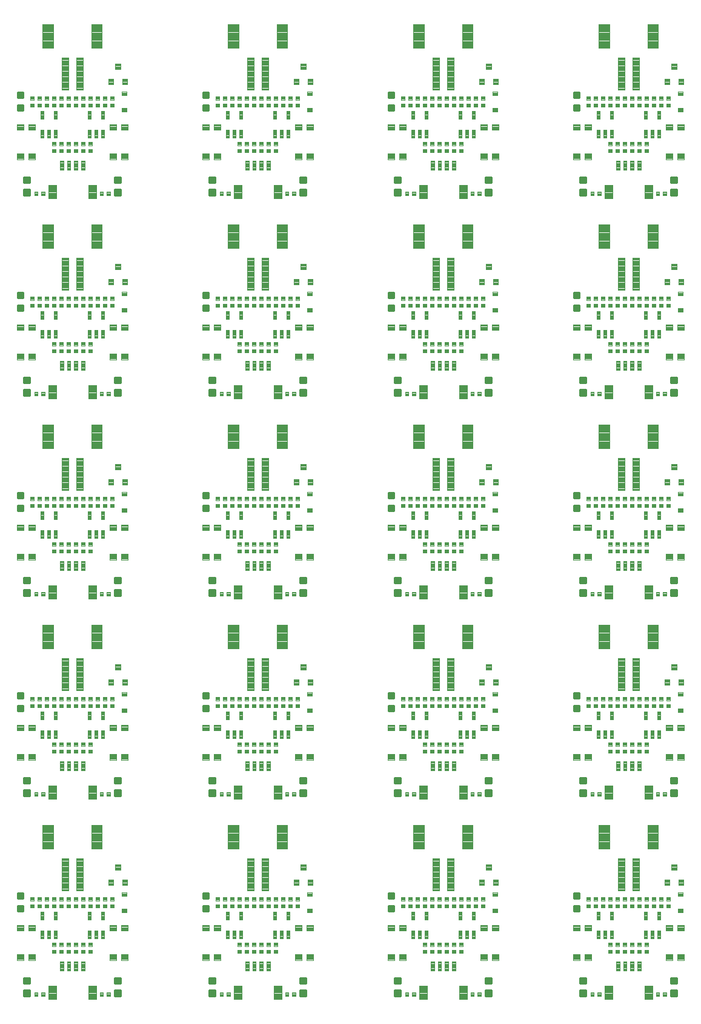
<source format=gtp>
G04 EAGLE Gerber RS-274X export*
G75*
%MOMM*%
%FSLAX34Y34*%
%LPD*%
%INSolderpaste Top*%
%IPPOS*%
%AMOC8*
5,1,8,0,0,1.08239X$1,22.5*%
G01*
%ADD10C,0.100000*%
%ADD11C,0.096000*%
%ADD12C,0.102000*%
%ADD13C,0.099000*%
%ADD14C,0.300000*%
%ADD15C,0.104000*%
%ADD16C,0.100800*%


D10*
X121500Y156400D02*
X112500Y156400D01*
X112500Y201400D01*
X121500Y201400D01*
X121500Y156400D01*
X121500Y157350D02*
X112500Y157350D01*
X112500Y158300D02*
X121500Y158300D01*
X121500Y159250D02*
X112500Y159250D01*
X112500Y160200D02*
X121500Y160200D01*
X121500Y161150D02*
X112500Y161150D01*
X112500Y162100D02*
X121500Y162100D01*
X121500Y163050D02*
X112500Y163050D01*
X112500Y164000D02*
X121500Y164000D01*
X121500Y164950D02*
X112500Y164950D01*
X112500Y165900D02*
X121500Y165900D01*
X121500Y166850D02*
X112500Y166850D01*
X112500Y167800D02*
X121500Y167800D01*
X121500Y168750D02*
X112500Y168750D01*
X112500Y169700D02*
X121500Y169700D01*
X121500Y170650D02*
X112500Y170650D01*
X112500Y171600D02*
X121500Y171600D01*
X121500Y172550D02*
X112500Y172550D01*
X112500Y173500D02*
X121500Y173500D01*
X121500Y174450D02*
X112500Y174450D01*
X112500Y175400D02*
X121500Y175400D01*
X121500Y176350D02*
X112500Y176350D01*
X112500Y177300D02*
X121500Y177300D01*
X121500Y178250D02*
X112500Y178250D01*
X112500Y179200D02*
X121500Y179200D01*
X121500Y180150D02*
X112500Y180150D01*
X112500Y181100D02*
X121500Y181100D01*
X121500Y182050D02*
X112500Y182050D01*
X112500Y183000D02*
X121500Y183000D01*
X121500Y183950D02*
X112500Y183950D01*
X112500Y184900D02*
X121500Y184900D01*
X121500Y185850D02*
X112500Y185850D01*
X112500Y186800D02*
X121500Y186800D01*
X121500Y187750D02*
X112500Y187750D01*
X112500Y188700D02*
X121500Y188700D01*
X121500Y189650D02*
X112500Y189650D01*
X112500Y190600D02*
X121500Y190600D01*
X121500Y191550D02*
X112500Y191550D01*
X112500Y192500D02*
X121500Y192500D01*
X121500Y193450D02*
X112500Y193450D01*
X112500Y194400D02*
X121500Y194400D01*
X121500Y195350D02*
X112500Y195350D01*
X112500Y196300D02*
X121500Y196300D01*
X121500Y197250D02*
X112500Y197250D01*
X112500Y198200D02*
X121500Y198200D01*
X121500Y199150D02*
X112500Y199150D01*
X112500Y200100D02*
X121500Y200100D01*
X121500Y201050D02*
X112500Y201050D01*
X132500Y156400D02*
X141500Y156400D01*
X132500Y156400D02*
X132500Y201400D01*
X141500Y201400D01*
X141500Y156400D01*
X141500Y157350D02*
X132500Y157350D01*
X132500Y158300D02*
X141500Y158300D01*
X141500Y159250D02*
X132500Y159250D01*
X132500Y160200D02*
X141500Y160200D01*
X141500Y161150D02*
X132500Y161150D01*
X132500Y162100D02*
X141500Y162100D01*
X141500Y163050D02*
X132500Y163050D01*
X132500Y164000D02*
X141500Y164000D01*
X141500Y164950D02*
X132500Y164950D01*
X132500Y165900D02*
X141500Y165900D01*
X141500Y166850D02*
X132500Y166850D01*
X132500Y167800D02*
X141500Y167800D01*
X141500Y168750D02*
X132500Y168750D01*
X132500Y169700D02*
X141500Y169700D01*
X141500Y170650D02*
X132500Y170650D01*
X132500Y171600D02*
X141500Y171600D01*
X141500Y172550D02*
X132500Y172550D01*
X132500Y173500D02*
X141500Y173500D01*
X141500Y174450D02*
X132500Y174450D01*
X132500Y175400D02*
X141500Y175400D01*
X141500Y176350D02*
X132500Y176350D01*
X132500Y177300D02*
X141500Y177300D01*
X141500Y178250D02*
X132500Y178250D01*
X132500Y179200D02*
X141500Y179200D01*
X141500Y180150D02*
X132500Y180150D01*
X132500Y181100D02*
X141500Y181100D01*
X141500Y182050D02*
X132500Y182050D01*
X132500Y183000D02*
X141500Y183000D01*
X141500Y183950D02*
X132500Y183950D01*
X132500Y184900D02*
X141500Y184900D01*
X141500Y185850D02*
X132500Y185850D01*
X132500Y186800D02*
X141500Y186800D01*
X141500Y187750D02*
X132500Y187750D01*
X132500Y188700D02*
X141500Y188700D01*
X141500Y189650D02*
X132500Y189650D01*
X132500Y190600D02*
X141500Y190600D01*
X141500Y191550D02*
X132500Y191550D01*
X132500Y192500D02*
X141500Y192500D01*
X141500Y193450D02*
X132500Y193450D01*
X132500Y194400D02*
X141500Y194400D01*
X141500Y195350D02*
X132500Y195350D01*
X132500Y196300D02*
X141500Y196300D01*
X141500Y197250D02*
X132500Y197250D01*
X132500Y198200D02*
X141500Y198200D01*
X141500Y199150D02*
X132500Y199150D01*
X132500Y200100D02*
X141500Y200100D01*
X141500Y201050D02*
X132500Y201050D01*
D11*
X100520Y214380D02*
X100520Y247420D01*
X100520Y214380D02*
X85480Y214380D01*
X85480Y247420D01*
X100520Y247420D01*
X100520Y215292D02*
X85480Y215292D01*
X85480Y216204D02*
X100520Y216204D01*
X100520Y217116D02*
X85480Y217116D01*
X85480Y218028D02*
X100520Y218028D01*
X100520Y218940D02*
X85480Y218940D01*
X85480Y219852D02*
X100520Y219852D01*
X100520Y220764D02*
X85480Y220764D01*
X85480Y221676D02*
X100520Y221676D01*
X100520Y222588D02*
X85480Y222588D01*
X85480Y223500D02*
X100520Y223500D01*
X100520Y224412D02*
X85480Y224412D01*
X85480Y225324D02*
X100520Y225324D01*
X100520Y226236D02*
X85480Y226236D01*
X85480Y227148D02*
X100520Y227148D01*
X100520Y228060D02*
X85480Y228060D01*
X85480Y228972D02*
X100520Y228972D01*
X100520Y229884D02*
X85480Y229884D01*
X85480Y230796D02*
X100520Y230796D01*
X100520Y231708D02*
X85480Y231708D01*
X85480Y232620D02*
X100520Y232620D01*
X100520Y233532D02*
X85480Y233532D01*
X85480Y234444D02*
X100520Y234444D01*
X100520Y235356D02*
X85480Y235356D01*
X85480Y236268D02*
X100520Y236268D01*
X100520Y237180D02*
X85480Y237180D01*
X85480Y238092D02*
X100520Y238092D01*
X100520Y239004D02*
X85480Y239004D01*
X85480Y239916D02*
X100520Y239916D01*
X100520Y240828D02*
X85480Y240828D01*
X85480Y241740D02*
X100520Y241740D01*
X100520Y242652D02*
X85480Y242652D01*
X85480Y243564D02*
X100520Y243564D01*
X100520Y244476D02*
X85480Y244476D01*
X85480Y245388D02*
X100520Y245388D01*
X100520Y246300D02*
X85480Y246300D01*
X85480Y247212D02*
X100520Y247212D01*
X168520Y247420D02*
X168520Y214380D01*
X153480Y214380D01*
X153480Y247420D01*
X168520Y247420D01*
X168520Y215292D02*
X153480Y215292D01*
X153480Y216204D02*
X168520Y216204D01*
X168520Y217116D02*
X153480Y217116D01*
X153480Y218028D02*
X168520Y218028D01*
X168520Y218940D02*
X153480Y218940D01*
X153480Y219852D02*
X168520Y219852D01*
X168520Y220764D02*
X153480Y220764D01*
X153480Y221676D02*
X168520Y221676D01*
X168520Y222588D02*
X153480Y222588D01*
X153480Y223500D02*
X168520Y223500D01*
X168520Y224412D02*
X153480Y224412D01*
X153480Y225324D02*
X168520Y225324D01*
X168520Y226236D02*
X153480Y226236D01*
X153480Y227148D02*
X168520Y227148D01*
X168520Y228060D02*
X153480Y228060D01*
X153480Y228972D02*
X168520Y228972D01*
X168520Y229884D02*
X153480Y229884D01*
X153480Y230796D02*
X168520Y230796D01*
X168520Y231708D02*
X153480Y231708D01*
X153480Y232620D02*
X168520Y232620D01*
X168520Y233532D02*
X153480Y233532D01*
X153480Y234444D02*
X168520Y234444D01*
X168520Y235356D02*
X153480Y235356D01*
X153480Y236268D02*
X168520Y236268D01*
X168520Y237180D02*
X153480Y237180D01*
X153480Y238092D02*
X168520Y238092D01*
X168520Y239004D02*
X153480Y239004D01*
X153480Y239916D02*
X168520Y239916D01*
X168520Y240828D02*
X153480Y240828D01*
X153480Y241740D02*
X168520Y241740D01*
X168520Y242652D02*
X153480Y242652D01*
X153480Y243564D02*
X168520Y243564D01*
X168520Y244476D02*
X153480Y244476D01*
X153480Y245388D02*
X168520Y245388D01*
X168520Y246300D02*
X153480Y246300D01*
X153480Y247212D02*
X168520Y247212D01*
X104520Y4530D02*
X93480Y4530D01*
X93480Y23570D01*
X104520Y23570D01*
X104520Y4530D01*
X104520Y5442D02*
X93480Y5442D01*
X93480Y6354D02*
X104520Y6354D01*
X104520Y7266D02*
X93480Y7266D01*
X93480Y8178D02*
X104520Y8178D01*
X104520Y9090D02*
X93480Y9090D01*
X93480Y10002D02*
X104520Y10002D01*
X104520Y10914D02*
X93480Y10914D01*
X93480Y11826D02*
X104520Y11826D01*
X104520Y12738D02*
X93480Y12738D01*
X93480Y13650D02*
X104520Y13650D01*
X104520Y14562D02*
X93480Y14562D01*
X93480Y15474D02*
X104520Y15474D01*
X104520Y16386D02*
X93480Y16386D01*
X93480Y17298D02*
X104520Y17298D01*
X104520Y18210D02*
X93480Y18210D01*
X93480Y19122D02*
X104520Y19122D01*
X104520Y20034D02*
X93480Y20034D01*
X93480Y20946D02*
X104520Y20946D01*
X104520Y21858D02*
X93480Y21858D01*
X93480Y22770D02*
X104520Y22770D01*
X149480Y4530D02*
X160520Y4530D01*
X149480Y4530D02*
X149480Y23570D01*
X160520Y23570D01*
X160520Y4530D01*
X160520Y5442D02*
X149480Y5442D01*
X149480Y6354D02*
X160520Y6354D01*
X160520Y7266D02*
X149480Y7266D01*
X149480Y8178D02*
X160520Y8178D01*
X160520Y9090D02*
X149480Y9090D01*
X149480Y10002D02*
X160520Y10002D01*
X160520Y10914D02*
X149480Y10914D01*
X149480Y11826D02*
X160520Y11826D01*
X160520Y12738D02*
X149480Y12738D01*
X149480Y13650D02*
X160520Y13650D01*
X160520Y14562D02*
X149480Y14562D01*
X149480Y15474D02*
X160520Y15474D01*
X160520Y16386D02*
X149480Y16386D01*
X149480Y17298D02*
X160520Y17298D01*
X160520Y18210D02*
X149480Y18210D01*
X149480Y19122D02*
X160520Y19122D01*
X160520Y20034D02*
X149480Y20034D01*
X149480Y20946D02*
X160520Y20946D01*
X160520Y21858D02*
X149480Y21858D01*
X149480Y22770D02*
X160520Y22770D01*
D12*
X114490Y44560D02*
X109510Y44560D01*
X109510Y57040D01*
X114490Y57040D01*
X114490Y44560D01*
X114490Y45529D02*
X109510Y45529D01*
X109510Y46498D02*
X114490Y46498D01*
X114490Y47467D02*
X109510Y47467D01*
X109510Y48436D02*
X114490Y48436D01*
X114490Y49405D02*
X109510Y49405D01*
X109510Y50374D02*
X114490Y50374D01*
X114490Y51343D02*
X109510Y51343D01*
X109510Y52312D02*
X114490Y52312D01*
X114490Y53281D02*
X109510Y53281D01*
X109510Y54250D02*
X114490Y54250D01*
X114490Y55219D02*
X109510Y55219D01*
X109510Y56188D02*
X114490Y56188D01*
X119510Y44560D02*
X124490Y44560D01*
X119510Y44560D02*
X119510Y57040D01*
X124490Y57040D01*
X124490Y44560D01*
X124490Y45529D02*
X119510Y45529D01*
X119510Y46498D02*
X124490Y46498D01*
X124490Y47467D02*
X119510Y47467D01*
X119510Y48436D02*
X124490Y48436D01*
X124490Y49405D02*
X119510Y49405D01*
X119510Y50374D02*
X124490Y50374D01*
X124490Y51343D02*
X119510Y51343D01*
X119510Y52312D02*
X124490Y52312D01*
X124490Y53281D02*
X119510Y53281D01*
X119510Y54250D02*
X124490Y54250D01*
X124490Y55219D02*
X119510Y55219D01*
X119510Y56188D02*
X124490Y56188D01*
X129510Y44560D02*
X134490Y44560D01*
X129510Y44560D02*
X129510Y57040D01*
X134490Y57040D01*
X134490Y44560D01*
X134490Y45529D02*
X129510Y45529D01*
X129510Y46498D02*
X134490Y46498D01*
X134490Y47467D02*
X129510Y47467D01*
X129510Y48436D02*
X134490Y48436D01*
X134490Y49405D02*
X129510Y49405D01*
X129510Y50374D02*
X134490Y50374D01*
X134490Y51343D02*
X129510Y51343D01*
X129510Y52312D02*
X134490Y52312D01*
X134490Y53281D02*
X129510Y53281D01*
X129510Y54250D02*
X134490Y54250D01*
X134490Y55219D02*
X129510Y55219D01*
X129510Y56188D02*
X134490Y56188D01*
X139510Y44560D02*
X144490Y44560D01*
X139510Y44560D02*
X139510Y57040D01*
X144490Y57040D01*
X144490Y44560D01*
X144490Y45529D02*
X139510Y45529D01*
X139510Y46498D02*
X144490Y46498D01*
X144490Y47467D02*
X139510Y47467D01*
X139510Y48436D02*
X144490Y48436D01*
X144490Y49405D02*
X139510Y49405D01*
X139510Y50374D02*
X144490Y50374D01*
X144490Y51343D02*
X139510Y51343D01*
X139510Y52312D02*
X144490Y52312D01*
X144490Y53281D02*
X139510Y53281D01*
X139510Y54250D02*
X144490Y54250D01*
X144490Y55219D02*
X139510Y55219D01*
X139510Y56188D02*
X144490Y56188D01*
D13*
X148265Y89444D02*
X152775Y89444D01*
X148265Y89444D02*
X148265Y100454D01*
X152775Y100454D01*
X152775Y89444D01*
X152775Y90384D02*
X148265Y90384D01*
X148265Y91324D02*
X152775Y91324D01*
X152775Y92264D02*
X148265Y92264D01*
X148265Y93204D02*
X152775Y93204D01*
X152775Y94144D02*
X148265Y94144D01*
X148265Y95084D02*
X152775Y95084D01*
X152775Y96024D02*
X148265Y96024D01*
X148265Y96964D02*
X152775Y96964D01*
X152775Y97904D02*
X148265Y97904D01*
X148265Y98844D02*
X152775Y98844D01*
X152775Y99784D02*
X148265Y99784D01*
X157765Y89444D02*
X162275Y89444D01*
X157765Y89444D02*
X157765Y100454D01*
X162275Y100454D01*
X162275Y89444D01*
X162275Y90384D02*
X157765Y90384D01*
X157765Y91324D02*
X162275Y91324D01*
X162275Y92264D02*
X157765Y92264D01*
X157765Y93204D02*
X162275Y93204D01*
X162275Y94144D02*
X157765Y94144D01*
X157765Y95084D02*
X162275Y95084D01*
X162275Y96024D02*
X157765Y96024D01*
X157765Y96964D02*
X162275Y96964D01*
X162275Y97904D02*
X157765Y97904D01*
X157765Y98844D02*
X162275Y98844D01*
X162275Y99784D02*
X157765Y99784D01*
X167265Y89444D02*
X171775Y89444D01*
X167265Y89444D02*
X167265Y100454D01*
X171775Y100454D01*
X171775Y89444D01*
X171775Y90384D02*
X167265Y90384D01*
X167265Y91324D02*
X171775Y91324D01*
X171775Y92264D02*
X167265Y92264D01*
X167265Y93204D02*
X171775Y93204D01*
X171775Y94144D02*
X167265Y94144D01*
X167265Y95084D02*
X171775Y95084D01*
X171775Y96024D02*
X167265Y96024D01*
X167265Y96964D02*
X171775Y96964D01*
X171775Y97904D02*
X167265Y97904D01*
X167265Y98844D02*
X171775Y98844D01*
X171775Y99784D02*
X167265Y99784D01*
X167265Y115446D02*
X171775Y115446D01*
X167265Y115446D02*
X167265Y126456D01*
X171775Y126456D01*
X171775Y115446D01*
X171775Y116386D02*
X167265Y116386D01*
X167265Y117326D02*
X171775Y117326D01*
X171775Y118266D02*
X167265Y118266D01*
X167265Y119206D02*
X171775Y119206D01*
X171775Y120146D02*
X167265Y120146D01*
X167265Y121086D02*
X171775Y121086D01*
X171775Y122026D02*
X167265Y122026D01*
X167265Y122966D02*
X171775Y122966D01*
X171775Y123906D02*
X167265Y123906D01*
X167265Y124846D02*
X171775Y124846D01*
X171775Y125786D02*
X167265Y125786D01*
X152775Y115446D02*
X148265Y115446D01*
X148265Y126456D01*
X152775Y126456D01*
X152775Y115446D01*
X152775Y116386D02*
X148265Y116386D01*
X148265Y117326D02*
X152775Y117326D01*
X152775Y118266D02*
X148265Y118266D01*
X148265Y119206D02*
X152775Y119206D01*
X152775Y120146D02*
X148265Y120146D01*
X148265Y121086D02*
X152775Y121086D01*
X152775Y122026D02*
X148265Y122026D01*
X148265Y122966D02*
X152775Y122966D01*
X152775Y123906D02*
X148265Y123906D01*
X148265Y124846D02*
X152775Y124846D01*
X152775Y125786D02*
X148265Y125786D01*
D14*
X187000Y16320D02*
X194000Y16320D01*
X194000Y9320D01*
X187000Y9320D01*
X187000Y16320D01*
X187000Y12170D02*
X194000Y12170D01*
X194000Y15020D02*
X187000Y15020D01*
X187000Y33860D02*
X194000Y33860D01*
X194000Y26860D01*
X187000Y26860D01*
X187000Y33860D01*
X187000Y29710D02*
X194000Y29710D01*
X194000Y32560D02*
X187000Y32560D01*
X67000Y16320D02*
X60000Y16320D01*
X67000Y16320D02*
X67000Y9320D01*
X60000Y9320D01*
X60000Y16320D01*
X60000Y12170D02*
X67000Y12170D01*
X67000Y15020D02*
X60000Y15020D01*
X60000Y33860D02*
X67000Y33860D01*
X67000Y26860D01*
X60000Y26860D01*
X60000Y33860D01*
X60000Y29710D02*
X67000Y29710D01*
X67000Y32560D02*
X60000Y32560D01*
D12*
X165230Y8940D02*
X170210Y8940D01*
X165230Y8940D02*
X165230Y13920D01*
X170210Y13920D01*
X170210Y8940D01*
X170210Y9909D02*
X165230Y9909D01*
X165230Y10878D02*
X170210Y10878D01*
X170210Y11847D02*
X165230Y11847D01*
X165230Y12816D02*
X170210Y12816D01*
X170210Y13785D02*
X165230Y13785D01*
X175230Y8940D02*
X180210Y8940D01*
X175230Y8940D02*
X175230Y13920D01*
X180210Y13920D01*
X180210Y8940D01*
X180210Y9909D02*
X175230Y9909D01*
X175230Y10878D02*
X180210Y10878D01*
X180210Y11847D02*
X175230Y11847D01*
X175230Y12816D02*
X180210Y12816D01*
X180210Y13785D02*
X175230Y13785D01*
X88770Y13920D02*
X83790Y13920D01*
X88770Y13920D02*
X88770Y8940D01*
X83790Y8940D01*
X83790Y13920D01*
X83790Y9909D02*
X88770Y9909D01*
X88770Y10878D02*
X83790Y10878D01*
X83790Y11847D02*
X88770Y11847D01*
X88770Y12816D02*
X83790Y12816D01*
X83790Y13785D02*
X88770Y13785D01*
X78770Y13920D02*
X73790Y13920D01*
X78770Y13920D02*
X78770Y8940D01*
X73790Y8940D01*
X73790Y13920D01*
X73790Y9909D02*
X78770Y9909D01*
X78770Y10878D02*
X73790Y10878D01*
X73790Y11847D02*
X78770Y11847D01*
X78770Y12816D02*
X73790Y12816D01*
X73790Y13785D02*
X78770Y13785D01*
D13*
X82225Y89444D02*
X86735Y89444D01*
X82225Y89444D02*
X82225Y100454D01*
X86735Y100454D01*
X86735Y89444D01*
X86735Y90384D02*
X82225Y90384D01*
X82225Y91324D02*
X86735Y91324D01*
X86735Y92264D02*
X82225Y92264D01*
X82225Y93204D02*
X86735Y93204D01*
X86735Y94144D02*
X82225Y94144D01*
X82225Y95084D02*
X86735Y95084D01*
X86735Y96024D02*
X82225Y96024D01*
X82225Y96964D02*
X86735Y96964D01*
X86735Y97904D02*
X82225Y97904D01*
X82225Y98844D02*
X86735Y98844D01*
X86735Y99784D02*
X82225Y99784D01*
X91725Y89444D02*
X96235Y89444D01*
X91725Y89444D02*
X91725Y100454D01*
X96235Y100454D01*
X96235Y89444D01*
X96235Y90384D02*
X91725Y90384D01*
X91725Y91324D02*
X96235Y91324D01*
X96235Y92264D02*
X91725Y92264D01*
X91725Y93204D02*
X96235Y93204D01*
X96235Y94144D02*
X91725Y94144D01*
X91725Y95084D02*
X96235Y95084D01*
X96235Y96024D02*
X91725Y96024D01*
X91725Y96964D02*
X96235Y96964D01*
X96235Y97904D02*
X91725Y97904D01*
X91725Y98844D02*
X96235Y98844D01*
X96235Y99784D02*
X91725Y99784D01*
X101225Y89444D02*
X105735Y89444D01*
X101225Y89444D02*
X101225Y100454D01*
X105735Y100454D01*
X105735Y89444D01*
X105735Y90384D02*
X101225Y90384D01*
X101225Y91324D02*
X105735Y91324D01*
X105735Y92264D02*
X101225Y92264D01*
X101225Y93204D02*
X105735Y93204D01*
X105735Y94144D02*
X101225Y94144D01*
X101225Y95084D02*
X105735Y95084D01*
X105735Y96024D02*
X101225Y96024D01*
X101225Y96964D02*
X105735Y96964D01*
X105735Y97904D02*
X101225Y97904D01*
X101225Y98844D02*
X105735Y98844D01*
X105735Y99784D02*
X101225Y99784D01*
X101225Y115446D02*
X105735Y115446D01*
X101225Y115446D02*
X101225Y126456D01*
X105735Y126456D01*
X105735Y115446D01*
X105735Y116386D02*
X101225Y116386D01*
X101225Y117326D02*
X105735Y117326D01*
X105735Y118266D02*
X101225Y118266D01*
X101225Y119206D02*
X105735Y119206D01*
X105735Y120146D02*
X101225Y120146D01*
X101225Y121086D02*
X105735Y121086D01*
X105735Y122026D02*
X101225Y122026D01*
X101225Y122966D02*
X105735Y122966D01*
X105735Y123906D02*
X101225Y123906D01*
X101225Y124846D02*
X105735Y124846D01*
X105735Y125786D02*
X101225Y125786D01*
X86735Y115446D02*
X82225Y115446D01*
X82225Y126456D01*
X86735Y126456D01*
X86735Y115446D01*
X86735Y116386D02*
X82225Y116386D01*
X82225Y117326D02*
X86735Y117326D01*
X86735Y118266D02*
X82225Y118266D01*
X82225Y119206D02*
X86735Y119206D01*
X86735Y120146D02*
X82225Y120146D01*
X82225Y121086D02*
X86735Y121086D01*
X86735Y122026D02*
X82225Y122026D01*
X82225Y122966D02*
X86735Y122966D01*
X86735Y123906D02*
X82225Y123906D01*
X82225Y124846D02*
X86735Y124846D01*
X86735Y125786D02*
X82225Y125786D01*
D12*
X124410Y73690D02*
X124410Y68710D01*
X119430Y68710D01*
X119430Y73690D01*
X124410Y73690D01*
X124410Y69679D02*
X119430Y69679D01*
X119430Y70648D02*
X124410Y70648D01*
X124410Y71617D02*
X119430Y71617D01*
X119430Y72586D02*
X124410Y72586D01*
X124410Y73555D02*
X119430Y73555D01*
X124410Y78710D02*
X124410Y83690D01*
X124410Y78710D02*
X119430Y78710D01*
X119430Y83690D01*
X124410Y83690D01*
X124410Y79679D02*
X119430Y79679D01*
X119430Y80648D02*
X124410Y80648D01*
X124410Y81617D02*
X119430Y81617D01*
X119430Y82586D02*
X124410Y82586D01*
X124410Y83555D02*
X119430Y83555D01*
X129590Y83690D02*
X129590Y78710D01*
X129590Y83690D02*
X134570Y83690D01*
X134570Y78710D01*
X129590Y78710D01*
X129590Y79679D02*
X134570Y79679D01*
X134570Y80648D02*
X129590Y80648D01*
X129590Y81617D02*
X134570Y81617D01*
X134570Y82586D02*
X129590Y82586D01*
X129590Y83555D02*
X134570Y83555D01*
X129590Y73690D02*
X129590Y68710D01*
X129590Y73690D02*
X134570Y73690D01*
X134570Y68710D01*
X129590Y68710D01*
X129590Y69679D02*
X134570Y69679D01*
X134570Y70648D02*
X129590Y70648D01*
X129590Y71617D02*
X134570Y71617D01*
X134570Y72586D02*
X129590Y72586D01*
X129590Y73555D02*
X134570Y73555D01*
X109270Y78710D02*
X109270Y83690D01*
X114250Y83690D01*
X114250Y78710D01*
X109270Y78710D01*
X109270Y79679D02*
X114250Y79679D01*
X114250Y80648D02*
X109270Y80648D01*
X109270Y81617D02*
X114250Y81617D01*
X114250Y82586D02*
X109270Y82586D01*
X109270Y83555D02*
X114250Y83555D01*
X109270Y73690D02*
X109270Y68710D01*
X109270Y73690D02*
X114250Y73690D01*
X114250Y68710D01*
X109270Y68710D01*
X109270Y69679D02*
X114250Y69679D01*
X114250Y70648D02*
X109270Y70648D01*
X109270Y71617D02*
X114250Y71617D01*
X114250Y72586D02*
X109270Y72586D01*
X109270Y73555D02*
X114250Y73555D01*
X139750Y78710D02*
X139750Y83690D01*
X144730Y83690D01*
X144730Y78710D01*
X139750Y78710D01*
X139750Y79679D02*
X144730Y79679D01*
X144730Y80648D02*
X139750Y80648D01*
X139750Y81617D02*
X144730Y81617D01*
X144730Y82586D02*
X139750Y82586D01*
X139750Y83555D02*
X144730Y83555D01*
X139750Y73690D02*
X139750Y68710D01*
X139750Y73690D02*
X144730Y73690D01*
X144730Y68710D01*
X139750Y68710D01*
X139750Y69679D02*
X144730Y69679D01*
X144730Y70648D02*
X139750Y70648D01*
X139750Y71617D02*
X144730Y71617D01*
X144730Y72586D02*
X139750Y72586D01*
X139750Y73555D02*
X144730Y73555D01*
X154890Y132210D02*
X154890Y137190D01*
X154890Y132210D02*
X149910Y132210D01*
X149910Y137190D01*
X154890Y137190D01*
X154890Y133179D02*
X149910Y133179D01*
X149910Y134148D02*
X154890Y134148D01*
X154890Y135117D02*
X149910Y135117D01*
X149910Y136086D02*
X154890Y136086D01*
X154890Y137055D02*
X149910Y137055D01*
X154890Y142210D02*
X154890Y147190D01*
X154890Y142210D02*
X149910Y142210D01*
X149910Y147190D01*
X154890Y147190D01*
X154890Y143179D02*
X149910Y143179D01*
X149910Y144148D02*
X154890Y144148D01*
X154890Y145117D02*
X149910Y145117D01*
X149910Y146086D02*
X154890Y146086D01*
X154890Y147055D02*
X149910Y147055D01*
X144730Y137190D02*
X144730Y132210D01*
X139750Y132210D01*
X139750Y137190D01*
X144730Y137190D01*
X144730Y133179D02*
X139750Y133179D01*
X139750Y134148D02*
X144730Y134148D01*
X144730Y135117D02*
X139750Y135117D01*
X139750Y136086D02*
X144730Y136086D01*
X144730Y137055D02*
X139750Y137055D01*
X144730Y142210D02*
X144730Y147190D01*
X144730Y142210D02*
X139750Y142210D01*
X139750Y147190D01*
X144730Y147190D01*
X144730Y143179D02*
X139750Y143179D01*
X139750Y144148D02*
X144730Y144148D01*
X144730Y145117D02*
X139750Y145117D01*
X139750Y146086D02*
X144730Y146086D01*
X144730Y147055D02*
X139750Y147055D01*
X93930Y137190D02*
X93930Y132210D01*
X88950Y132210D01*
X88950Y137190D01*
X93930Y137190D01*
X93930Y133179D02*
X88950Y133179D01*
X88950Y134148D02*
X93930Y134148D01*
X93930Y135117D02*
X88950Y135117D01*
X88950Y136086D02*
X93930Y136086D01*
X93930Y137055D02*
X88950Y137055D01*
X93930Y142210D02*
X93930Y147190D01*
X93930Y142210D02*
X88950Y142210D01*
X88950Y147190D01*
X93930Y147190D01*
X93930Y143179D02*
X88950Y143179D01*
X88950Y144148D02*
X93930Y144148D01*
X93930Y145117D02*
X88950Y145117D01*
X88950Y146086D02*
X93930Y146086D01*
X93930Y147055D02*
X88950Y147055D01*
X104090Y137190D02*
X104090Y132210D01*
X99110Y132210D01*
X99110Y137190D01*
X104090Y137190D01*
X104090Y133179D02*
X99110Y133179D01*
X99110Y134148D02*
X104090Y134148D01*
X104090Y135117D02*
X99110Y135117D01*
X99110Y136086D02*
X104090Y136086D01*
X104090Y137055D02*
X99110Y137055D01*
X104090Y142210D02*
X104090Y147190D01*
X104090Y142210D02*
X99110Y142210D01*
X99110Y147190D01*
X104090Y147190D01*
X104090Y143179D02*
X99110Y143179D01*
X99110Y144148D02*
X104090Y144148D01*
X104090Y145117D02*
X99110Y145117D01*
X99110Y146086D02*
X104090Y146086D01*
X104090Y147055D02*
X99110Y147055D01*
X180390Y147190D02*
X180390Y142210D01*
X180390Y147190D02*
X185370Y147190D01*
X185370Y142210D01*
X180390Y142210D01*
X180390Y143179D02*
X185370Y143179D01*
X185370Y144148D02*
X180390Y144148D01*
X180390Y145117D02*
X185370Y145117D01*
X185370Y146086D02*
X180390Y146086D01*
X180390Y147055D02*
X185370Y147055D01*
X180390Y137190D02*
X180390Y132210D01*
X180390Y137190D02*
X185370Y137190D01*
X185370Y132210D01*
X180390Y132210D01*
X180390Y133179D02*
X185370Y133179D01*
X185370Y134148D02*
X180390Y134148D01*
X180390Y135117D02*
X185370Y135117D01*
X185370Y136086D02*
X180390Y136086D01*
X180390Y137055D02*
X185370Y137055D01*
X160070Y142210D02*
X160070Y147190D01*
X165050Y147190D01*
X165050Y142210D01*
X160070Y142210D01*
X160070Y143179D02*
X165050Y143179D01*
X165050Y144148D02*
X160070Y144148D01*
X160070Y145117D02*
X165050Y145117D01*
X165050Y146086D02*
X160070Y146086D01*
X160070Y147055D02*
X165050Y147055D01*
X160070Y137190D02*
X160070Y132210D01*
X160070Y137190D02*
X165050Y137190D01*
X165050Y132210D01*
X160070Y132210D01*
X160070Y133179D02*
X165050Y133179D01*
X165050Y134148D02*
X160070Y134148D01*
X160070Y135117D02*
X165050Y135117D01*
X165050Y136086D02*
X160070Y136086D01*
X160070Y137055D02*
X165050Y137055D01*
D15*
X177520Y163820D02*
X184480Y163820D01*
X177520Y163820D02*
X177520Y171780D01*
X184480Y171780D01*
X184480Y163820D01*
X184480Y164808D02*
X177520Y164808D01*
X177520Y165796D02*
X184480Y165796D01*
X184480Y166784D02*
X177520Y166784D01*
X177520Y167772D02*
X184480Y167772D01*
X184480Y168760D02*
X177520Y168760D01*
X177520Y169748D02*
X184480Y169748D01*
X184480Y170736D02*
X177520Y170736D01*
X177520Y171724D02*
X184480Y171724D01*
X196520Y163820D02*
X203480Y163820D01*
X196520Y163820D02*
X196520Y171780D01*
X203480Y171780D01*
X203480Y163820D01*
X203480Y164808D02*
X196520Y164808D01*
X196520Y165796D02*
X203480Y165796D01*
X203480Y166784D02*
X196520Y166784D01*
X196520Y167772D02*
X203480Y167772D01*
X203480Y168760D02*
X196520Y168760D01*
X196520Y169748D02*
X203480Y169748D01*
X203480Y170736D02*
X196520Y170736D01*
X196520Y171724D02*
X203480Y171724D01*
X193980Y184820D02*
X187020Y184820D01*
X187020Y192780D01*
X193980Y192780D01*
X193980Y184820D01*
X193980Y185808D02*
X187020Y185808D01*
X187020Y186796D02*
X193980Y186796D01*
X193980Y187784D02*
X187020Y187784D01*
X187020Y188772D02*
X193980Y188772D01*
X193980Y189760D02*
X187020Y189760D01*
X187020Y190748D02*
X193980Y190748D01*
X193980Y191736D02*
X187020Y191736D01*
X187020Y192724D02*
X193980Y192724D01*
D16*
X203036Y130846D02*
X203036Y125554D01*
X195744Y125554D01*
X195744Y130846D01*
X203036Y130846D01*
X203036Y126512D02*
X195744Y126512D01*
X195744Y127470D02*
X203036Y127470D01*
X203036Y128428D02*
X195744Y128428D01*
X195744Y129386D02*
X203036Y129386D01*
X203036Y130344D02*
X195744Y130344D01*
X203036Y148554D02*
X203036Y153846D01*
X203036Y148554D02*
X195744Y148554D01*
X195744Y153846D01*
X203036Y153846D01*
X203036Y149512D02*
X195744Y149512D01*
X195744Y150470D02*
X203036Y150470D01*
X203036Y151428D02*
X195744Y151428D01*
X195744Y152386D02*
X203036Y152386D01*
X203036Y153344D02*
X195744Y153344D01*
D12*
X78790Y147190D02*
X78790Y142210D01*
X78790Y147190D02*
X83770Y147190D01*
X83770Y142210D01*
X78790Y142210D01*
X78790Y143179D02*
X83770Y143179D01*
X83770Y144148D02*
X78790Y144148D01*
X78790Y145117D02*
X83770Y145117D01*
X83770Y146086D02*
X78790Y146086D01*
X78790Y147055D02*
X83770Y147055D01*
X78790Y137190D02*
X78790Y132210D01*
X78790Y137190D02*
X83770Y137190D01*
X83770Y132210D01*
X78790Y132210D01*
X78790Y133179D02*
X83770Y133179D01*
X83770Y134148D02*
X78790Y134148D01*
X78790Y135117D02*
X83770Y135117D01*
X83770Y136086D02*
X78790Y136086D01*
X78790Y137055D02*
X83770Y137055D01*
D14*
X58110Y134430D02*
X51110Y134430D01*
X58110Y134430D02*
X58110Y127430D01*
X51110Y127430D01*
X51110Y134430D01*
X51110Y130280D02*
X58110Y130280D01*
X58110Y133130D02*
X51110Y133130D01*
X51110Y151970D02*
X58110Y151970D01*
X58110Y144970D01*
X51110Y144970D01*
X51110Y151970D01*
X51110Y147820D02*
X58110Y147820D01*
X58110Y150670D02*
X51110Y150670D01*
D12*
X68630Y147190D02*
X68630Y142210D01*
X68630Y147190D02*
X73610Y147190D01*
X73610Y142210D01*
X68630Y142210D01*
X68630Y143179D02*
X73610Y143179D01*
X73610Y144148D02*
X68630Y144148D01*
X68630Y145117D02*
X73610Y145117D01*
X73610Y146086D02*
X68630Y146086D01*
X68630Y147055D02*
X73610Y147055D01*
X68630Y137190D02*
X68630Y132210D01*
X68630Y137190D02*
X73610Y137190D01*
X73610Y132210D01*
X68630Y132210D01*
X68630Y133179D02*
X73610Y133179D01*
X73610Y134148D02*
X68630Y134148D01*
X68630Y135117D02*
X73610Y135117D01*
X73610Y136086D02*
X68630Y136086D01*
X68630Y137055D02*
X73610Y137055D01*
D13*
X188275Y108325D02*
X188275Y100315D01*
X179265Y100315D01*
X179265Y108325D01*
X188275Y108325D01*
X188275Y101255D02*
X179265Y101255D01*
X179265Y102195D02*
X188275Y102195D01*
X188275Y103135D02*
X179265Y103135D01*
X179265Y104075D02*
X188275Y104075D01*
X188275Y105015D02*
X179265Y105015D01*
X179265Y105955D02*
X188275Y105955D01*
X188275Y106895D02*
X179265Y106895D01*
X179265Y107835D02*
X188275Y107835D01*
X204275Y108325D02*
X204275Y100315D01*
X195265Y100315D01*
X195265Y108325D01*
X204275Y108325D01*
X204275Y101255D02*
X195265Y101255D01*
X195265Y102195D02*
X204275Y102195D01*
X204275Y103135D02*
X195265Y103135D01*
X195265Y104075D02*
X204275Y104075D01*
X204275Y105015D02*
X195265Y105015D01*
X195265Y105955D02*
X204275Y105955D01*
X204275Y106895D02*
X195265Y106895D01*
X195265Y107835D02*
X204275Y107835D01*
X204275Y67325D02*
X204275Y59315D01*
X195265Y59315D01*
X195265Y67325D01*
X204275Y67325D01*
X204275Y60255D02*
X195265Y60255D01*
X195265Y61195D02*
X204275Y61195D01*
X204275Y62135D02*
X195265Y62135D01*
X195265Y63075D02*
X204275Y63075D01*
X204275Y64015D02*
X195265Y64015D01*
X195265Y64955D02*
X204275Y64955D01*
X204275Y65895D02*
X195265Y65895D01*
X195265Y66835D02*
X204275Y66835D01*
X188275Y67325D02*
X188275Y59315D01*
X179265Y59315D01*
X179265Y67325D01*
X188275Y67325D01*
X188275Y60255D02*
X179265Y60255D01*
X179265Y61195D02*
X188275Y61195D01*
X188275Y62135D02*
X179265Y62135D01*
X179265Y63075D02*
X188275Y63075D01*
X188275Y64015D02*
X179265Y64015D01*
X179265Y64955D02*
X188275Y64955D01*
X188275Y65895D02*
X179265Y65895D01*
X179265Y66835D02*
X188275Y66835D01*
X65725Y67325D02*
X65725Y59315D01*
X65725Y67325D02*
X74735Y67325D01*
X74735Y59315D01*
X65725Y59315D01*
X65725Y60255D02*
X74735Y60255D01*
X74735Y61195D02*
X65725Y61195D01*
X65725Y62135D02*
X74735Y62135D01*
X74735Y63075D02*
X65725Y63075D01*
X65725Y64015D02*
X74735Y64015D01*
X74735Y64955D02*
X65725Y64955D01*
X65725Y65895D02*
X74735Y65895D01*
X74735Y66835D02*
X65725Y66835D01*
X49725Y67325D02*
X49725Y59315D01*
X49725Y67325D02*
X58735Y67325D01*
X58735Y59315D01*
X49725Y59315D01*
X49725Y60255D02*
X58735Y60255D01*
X58735Y61195D02*
X49725Y61195D01*
X49725Y62135D02*
X58735Y62135D01*
X58735Y63075D02*
X49725Y63075D01*
X49725Y64015D02*
X58735Y64015D01*
X58735Y64955D02*
X49725Y64955D01*
X49725Y65895D02*
X58735Y65895D01*
X58735Y66835D02*
X49725Y66835D01*
X49725Y100315D02*
X49725Y108325D01*
X58735Y108325D01*
X58735Y100315D01*
X49725Y100315D01*
X49725Y101255D02*
X58735Y101255D01*
X58735Y102195D02*
X49725Y102195D01*
X49725Y103135D02*
X58735Y103135D01*
X58735Y104075D02*
X49725Y104075D01*
X49725Y105015D02*
X58735Y105015D01*
X58735Y105955D02*
X49725Y105955D01*
X49725Y106895D02*
X58735Y106895D01*
X58735Y107835D02*
X49725Y107835D01*
X65725Y108325D02*
X65725Y100315D01*
X65725Y108325D02*
X74735Y108325D01*
X74735Y100315D01*
X65725Y100315D01*
X65725Y101255D02*
X74735Y101255D01*
X74735Y102195D02*
X65725Y102195D01*
X65725Y103135D02*
X74735Y103135D01*
X74735Y104075D02*
X65725Y104075D01*
X65725Y105015D02*
X74735Y105015D01*
X74735Y105955D02*
X65725Y105955D01*
X65725Y106895D02*
X74735Y106895D01*
X74735Y107835D02*
X65725Y107835D01*
D12*
X175210Y132210D02*
X175210Y137190D01*
X175210Y132210D02*
X170230Y132210D01*
X170230Y137190D01*
X175210Y137190D01*
X175210Y133179D02*
X170230Y133179D01*
X170230Y134148D02*
X175210Y134148D01*
X175210Y135117D02*
X170230Y135117D01*
X170230Y136086D02*
X175210Y136086D01*
X175210Y137055D02*
X170230Y137055D01*
X175210Y142210D02*
X175210Y147190D01*
X175210Y142210D02*
X170230Y142210D01*
X170230Y147190D01*
X175210Y147190D01*
X175210Y143179D02*
X170230Y143179D01*
X170230Y144148D02*
X175210Y144148D01*
X175210Y145117D02*
X170230Y145117D01*
X170230Y146086D02*
X175210Y146086D01*
X175210Y147055D02*
X170230Y147055D01*
X149910Y83690D02*
X149910Y78710D01*
X149910Y83690D02*
X154890Y83690D01*
X154890Y78710D01*
X149910Y78710D01*
X149910Y79679D02*
X154890Y79679D01*
X154890Y80648D02*
X149910Y80648D01*
X149910Y81617D02*
X154890Y81617D01*
X154890Y82586D02*
X149910Y82586D01*
X149910Y83555D02*
X154890Y83555D01*
X149910Y73690D02*
X149910Y68710D01*
X149910Y73690D02*
X154890Y73690D01*
X154890Y68710D01*
X149910Y68710D01*
X149910Y69679D02*
X154890Y69679D01*
X154890Y70648D02*
X149910Y70648D01*
X149910Y71617D02*
X154890Y71617D01*
X154890Y72586D02*
X149910Y72586D01*
X149910Y73555D02*
X154890Y73555D01*
X99110Y78710D02*
X99110Y83690D01*
X104090Y83690D01*
X104090Y78710D01*
X99110Y78710D01*
X99110Y79679D02*
X104090Y79679D01*
X104090Y80648D02*
X99110Y80648D01*
X99110Y81617D02*
X104090Y81617D01*
X104090Y82586D02*
X99110Y82586D01*
X99110Y83555D02*
X104090Y83555D01*
X99110Y73690D02*
X99110Y68710D01*
X99110Y73690D02*
X104090Y73690D01*
X104090Y68710D01*
X99110Y68710D01*
X99110Y69679D02*
X104090Y69679D01*
X104090Y70648D02*
X99110Y70648D01*
X99110Y71617D02*
X104090Y71617D01*
X104090Y72586D02*
X99110Y72586D01*
X99110Y73555D02*
X104090Y73555D01*
X109270Y142210D02*
X109270Y147190D01*
X114250Y147190D01*
X114250Y142210D01*
X109270Y142210D01*
X109270Y143179D02*
X114250Y143179D01*
X114250Y144148D02*
X109270Y144148D01*
X109270Y145117D02*
X114250Y145117D01*
X114250Y146086D02*
X109270Y146086D01*
X109270Y147055D02*
X114250Y147055D01*
X109270Y137190D02*
X109270Y132210D01*
X109270Y137190D02*
X114250Y137190D01*
X114250Y132210D01*
X109270Y132210D01*
X109270Y133179D02*
X114250Y133179D01*
X114250Y134148D02*
X109270Y134148D01*
X109270Y135117D02*
X114250Y135117D01*
X114250Y136086D02*
X109270Y136086D01*
X109270Y137055D02*
X114250Y137055D01*
X134570Y137190D02*
X134570Y132210D01*
X129590Y132210D01*
X129590Y137190D01*
X134570Y137190D01*
X134570Y133179D02*
X129590Y133179D01*
X129590Y134148D02*
X134570Y134148D01*
X134570Y135117D02*
X129590Y135117D01*
X129590Y136086D02*
X134570Y136086D01*
X134570Y137055D02*
X129590Y137055D01*
X134570Y142210D02*
X134570Y147190D01*
X134570Y142210D02*
X129590Y142210D01*
X129590Y147190D01*
X134570Y147190D01*
X134570Y143179D02*
X129590Y143179D01*
X129590Y144148D02*
X134570Y144148D01*
X134570Y145117D02*
X129590Y145117D01*
X129590Y146086D02*
X134570Y146086D01*
X134570Y147055D02*
X129590Y147055D01*
X119430Y147190D02*
X119430Y142210D01*
X119430Y147190D02*
X124410Y147190D01*
X124410Y142210D01*
X119430Y142210D01*
X119430Y143179D02*
X124410Y143179D01*
X124410Y144148D02*
X119430Y144148D01*
X119430Y145117D02*
X124410Y145117D01*
X124410Y146086D02*
X119430Y146086D01*
X119430Y147055D02*
X124410Y147055D01*
X119430Y137190D02*
X119430Y132210D01*
X119430Y137190D02*
X124410Y137190D01*
X124410Y132210D01*
X119430Y132210D01*
X119430Y133179D02*
X124410Y133179D01*
X124410Y134148D02*
X119430Y134148D01*
X119430Y135117D02*
X124410Y135117D01*
X124410Y136086D02*
X119430Y136086D01*
X119430Y137055D02*
X124410Y137055D01*
D10*
X371580Y156400D02*
X380580Y156400D01*
X371580Y156400D02*
X371580Y201400D01*
X380580Y201400D01*
X380580Y156400D01*
X380580Y157350D02*
X371580Y157350D01*
X371580Y158300D02*
X380580Y158300D01*
X380580Y159250D02*
X371580Y159250D01*
X371580Y160200D02*
X380580Y160200D01*
X380580Y161150D02*
X371580Y161150D01*
X371580Y162100D02*
X380580Y162100D01*
X380580Y163050D02*
X371580Y163050D01*
X371580Y164000D02*
X380580Y164000D01*
X380580Y164950D02*
X371580Y164950D01*
X371580Y165900D02*
X380580Y165900D01*
X380580Y166850D02*
X371580Y166850D01*
X371580Y167800D02*
X380580Y167800D01*
X380580Y168750D02*
X371580Y168750D01*
X371580Y169700D02*
X380580Y169700D01*
X380580Y170650D02*
X371580Y170650D01*
X371580Y171600D02*
X380580Y171600D01*
X380580Y172550D02*
X371580Y172550D01*
X371580Y173500D02*
X380580Y173500D01*
X380580Y174450D02*
X371580Y174450D01*
X371580Y175400D02*
X380580Y175400D01*
X380580Y176350D02*
X371580Y176350D01*
X371580Y177300D02*
X380580Y177300D01*
X380580Y178250D02*
X371580Y178250D01*
X371580Y179200D02*
X380580Y179200D01*
X380580Y180150D02*
X371580Y180150D01*
X371580Y181100D02*
X380580Y181100D01*
X380580Y182050D02*
X371580Y182050D01*
X371580Y183000D02*
X380580Y183000D01*
X380580Y183950D02*
X371580Y183950D01*
X371580Y184900D02*
X380580Y184900D01*
X380580Y185850D02*
X371580Y185850D01*
X371580Y186800D02*
X380580Y186800D01*
X380580Y187750D02*
X371580Y187750D01*
X371580Y188700D02*
X380580Y188700D01*
X380580Y189650D02*
X371580Y189650D01*
X371580Y190600D02*
X380580Y190600D01*
X380580Y191550D02*
X371580Y191550D01*
X371580Y192500D02*
X380580Y192500D01*
X380580Y193450D02*
X371580Y193450D01*
X371580Y194400D02*
X380580Y194400D01*
X380580Y195350D02*
X371580Y195350D01*
X371580Y196300D02*
X380580Y196300D01*
X380580Y197250D02*
X371580Y197250D01*
X371580Y198200D02*
X380580Y198200D01*
X380580Y199150D02*
X371580Y199150D01*
X371580Y200100D02*
X380580Y200100D01*
X380580Y201050D02*
X371580Y201050D01*
X391580Y156400D02*
X400580Y156400D01*
X391580Y156400D02*
X391580Y201400D01*
X400580Y201400D01*
X400580Y156400D01*
X400580Y157350D02*
X391580Y157350D01*
X391580Y158300D02*
X400580Y158300D01*
X400580Y159250D02*
X391580Y159250D01*
X391580Y160200D02*
X400580Y160200D01*
X400580Y161150D02*
X391580Y161150D01*
X391580Y162100D02*
X400580Y162100D01*
X400580Y163050D02*
X391580Y163050D01*
X391580Y164000D02*
X400580Y164000D01*
X400580Y164950D02*
X391580Y164950D01*
X391580Y165900D02*
X400580Y165900D01*
X400580Y166850D02*
X391580Y166850D01*
X391580Y167800D02*
X400580Y167800D01*
X400580Y168750D02*
X391580Y168750D01*
X391580Y169700D02*
X400580Y169700D01*
X400580Y170650D02*
X391580Y170650D01*
X391580Y171600D02*
X400580Y171600D01*
X400580Y172550D02*
X391580Y172550D01*
X391580Y173500D02*
X400580Y173500D01*
X400580Y174450D02*
X391580Y174450D01*
X391580Y175400D02*
X400580Y175400D01*
X400580Y176350D02*
X391580Y176350D01*
X391580Y177300D02*
X400580Y177300D01*
X400580Y178250D02*
X391580Y178250D01*
X391580Y179200D02*
X400580Y179200D01*
X400580Y180150D02*
X391580Y180150D01*
X391580Y181100D02*
X400580Y181100D01*
X400580Y182050D02*
X391580Y182050D01*
X391580Y183000D02*
X400580Y183000D01*
X400580Y183950D02*
X391580Y183950D01*
X391580Y184900D02*
X400580Y184900D01*
X400580Y185850D02*
X391580Y185850D01*
X391580Y186800D02*
X400580Y186800D01*
X400580Y187750D02*
X391580Y187750D01*
X391580Y188700D02*
X400580Y188700D01*
X400580Y189650D02*
X391580Y189650D01*
X391580Y190600D02*
X400580Y190600D01*
X400580Y191550D02*
X391580Y191550D01*
X391580Y192500D02*
X400580Y192500D01*
X400580Y193450D02*
X391580Y193450D01*
X391580Y194400D02*
X400580Y194400D01*
X400580Y195350D02*
X391580Y195350D01*
X391580Y196300D02*
X400580Y196300D01*
X400580Y197250D02*
X391580Y197250D01*
X391580Y198200D02*
X400580Y198200D01*
X400580Y199150D02*
X391580Y199150D01*
X391580Y200100D02*
X400580Y200100D01*
X400580Y201050D02*
X391580Y201050D01*
D11*
X359600Y214380D02*
X359600Y247420D01*
X359600Y214380D02*
X344560Y214380D01*
X344560Y247420D01*
X359600Y247420D01*
X359600Y215292D02*
X344560Y215292D01*
X344560Y216204D02*
X359600Y216204D01*
X359600Y217116D02*
X344560Y217116D01*
X344560Y218028D02*
X359600Y218028D01*
X359600Y218940D02*
X344560Y218940D01*
X344560Y219852D02*
X359600Y219852D01*
X359600Y220764D02*
X344560Y220764D01*
X344560Y221676D02*
X359600Y221676D01*
X359600Y222588D02*
X344560Y222588D01*
X344560Y223500D02*
X359600Y223500D01*
X359600Y224412D02*
X344560Y224412D01*
X344560Y225324D02*
X359600Y225324D01*
X359600Y226236D02*
X344560Y226236D01*
X344560Y227148D02*
X359600Y227148D01*
X359600Y228060D02*
X344560Y228060D01*
X344560Y228972D02*
X359600Y228972D01*
X359600Y229884D02*
X344560Y229884D01*
X344560Y230796D02*
X359600Y230796D01*
X359600Y231708D02*
X344560Y231708D01*
X344560Y232620D02*
X359600Y232620D01*
X359600Y233532D02*
X344560Y233532D01*
X344560Y234444D02*
X359600Y234444D01*
X359600Y235356D02*
X344560Y235356D01*
X344560Y236268D02*
X359600Y236268D01*
X359600Y237180D02*
X344560Y237180D01*
X344560Y238092D02*
X359600Y238092D01*
X359600Y239004D02*
X344560Y239004D01*
X344560Y239916D02*
X359600Y239916D01*
X359600Y240828D02*
X344560Y240828D01*
X344560Y241740D02*
X359600Y241740D01*
X359600Y242652D02*
X344560Y242652D01*
X344560Y243564D02*
X359600Y243564D01*
X359600Y244476D02*
X344560Y244476D01*
X344560Y245388D02*
X359600Y245388D01*
X359600Y246300D02*
X344560Y246300D01*
X344560Y247212D02*
X359600Y247212D01*
X427600Y247420D02*
X427600Y214380D01*
X412560Y214380D01*
X412560Y247420D01*
X427600Y247420D01*
X427600Y215292D02*
X412560Y215292D01*
X412560Y216204D02*
X427600Y216204D01*
X427600Y217116D02*
X412560Y217116D01*
X412560Y218028D02*
X427600Y218028D01*
X427600Y218940D02*
X412560Y218940D01*
X412560Y219852D02*
X427600Y219852D01*
X427600Y220764D02*
X412560Y220764D01*
X412560Y221676D02*
X427600Y221676D01*
X427600Y222588D02*
X412560Y222588D01*
X412560Y223500D02*
X427600Y223500D01*
X427600Y224412D02*
X412560Y224412D01*
X412560Y225324D02*
X427600Y225324D01*
X427600Y226236D02*
X412560Y226236D01*
X412560Y227148D02*
X427600Y227148D01*
X427600Y228060D02*
X412560Y228060D01*
X412560Y228972D02*
X427600Y228972D01*
X427600Y229884D02*
X412560Y229884D01*
X412560Y230796D02*
X427600Y230796D01*
X427600Y231708D02*
X412560Y231708D01*
X412560Y232620D02*
X427600Y232620D01*
X427600Y233532D02*
X412560Y233532D01*
X412560Y234444D02*
X427600Y234444D01*
X427600Y235356D02*
X412560Y235356D01*
X412560Y236268D02*
X427600Y236268D01*
X427600Y237180D02*
X412560Y237180D01*
X412560Y238092D02*
X427600Y238092D01*
X427600Y239004D02*
X412560Y239004D01*
X412560Y239916D02*
X427600Y239916D01*
X427600Y240828D02*
X412560Y240828D01*
X412560Y241740D02*
X427600Y241740D01*
X427600Y242652D02*
X412560Y242652D01*
X412560Y243564D02*
X427600Y243564D01*
X427600Y244476D02*
X412560Y244476D01*
X412560Y245388D02*
X427600Y245388D01*
X427600Y246300D02*
X412560Y246300D01*
X412560Y247212D02*
X427600Y247212D01*
X363600Y4530D02*
X352560Y4530D01*
X352560Y23570D01*
X363600Y23570D01*
X363600Y4530D01*
X363600Y5442D02*
X352560Y5442D01*
X352560Y6354D02*
X363600Y6354D01*
X363600Y7266D02*
X352560Y7266D01*
X352560Y8178D02*
X363600Y8178D01*
X363600Y9090D02*
X352560Y9090D01*
X352560Y10002D02*
X363600Y10002D01*
X363600Y10914D02*
X352560Y10914D01*
X352560Y11826D02*
X363600Y11826D01*
X363600Y12738D02*
X352560Y12738D01*
X352560Y13650D02*
X363600Y13650D01*
X363600Y14562D02*
X352560Y14562D01*
X352560Y15474D02*
X363600Y15474D01*
X363600Y16386D02*
X352560Y16386D01*
X352560Y17298D02*
X363600Y17298D01*
X363600Y18210D02*
X352560Y18210D01*
X352560Y19122D02*
X363600Y19122D01*
X363600Y20034D02*
X352560Y20034D01*
X352560Y20946D02*
X363600Y20946D01*
X363600Y21858D02*
X352560Y21858D01*
X352560Y22770D02*
X363600Y22770D01*
X408560Y4530D02*
X419600Y4530D01*
X408560Y4530D02*
X408560Y23570D01*
X419600Y23570D01*
X419600Y4530D01*
X419600Y5442D02*
X408560Y5442D01*
X408560Y6354D02*
X419600Y6354D01*
X419600Y7266D02*
X408560Y7266D01*
X408560Y8178D02*
X419600Y8178D01*
X419600Y9090D02*
X408560Y9090D01*
X408560Y10002D02*
X419600Y10002D01*
X419600Y10914D02*
X408560Y10914D01*
X408560Y11826D02*
X419600Y11826D01*
X419600Y12738D02*
X408560Y12738D01*
X408560Y13650D02*
X419600Y13650D01*
X419600Y14562D02*
X408560Y14562D01*
X408560Y15474D02*
X419600Y15474D01*
X419600Y16386D02*
X408560Y16386D01*
X408560Y17298D02*
X419600Y17298D01*
X419600Y18210D02*
X408560Y18210D01*
X408560Y19122D02*
X419600Y19122D01*
X419600Y20034D02*
X408560Y20034D01*
X408560Y20946D02*
X419600Y20946D01*
X419600Y21858D02*
X408560Y21858D01*
X408560Y22770D02*
X419600Y22770D01*
D12*
X373570Y44560D02*
X368590Y44560D01*
X368590Y57040D01*
X373570Y57040D01*
X373570Y44560D01*
X373570Y45529D02*
X368590Y45529D01*
X368590Y46498D02*
X373570Y46498D01*
X373570Y47467D02*
X368590Y47467D01*
X368590Y48436D02*
X373570Y48436D01*
X373570Y49405D02*
X368590Y49405D01*
X368590Y50374D02*
X373570Y50374D01*
X373570Y51343D02*
X368590Y51343D01*
X368590Y52312D02*
X373570Y52312D01*
X373570Y53281D02*
X368590Y53281D01*
X368590Y54250D02*
X373570Y54250D01*
X373570Y55219D02*
X368590Y55219D01*
X368590Y56188D02*
X373570Y56188D01*
X378590Y44560D02*
X383570Y44560D01*
X378590Y44560D02*
X378590Y57040D01*
X383570Y57040D01*
X383570Y44560D01*
X383570Y45529D02*
X378590Y45529D01*
X378590Y46498D02*
X383570Y46498D01*
X383570Y47467D02*
X378590Y47467D01*
X378590Y48436D02*
X383570Y48436D01*
X383570Y49405D02*
X378590Y49405D01*
X378590Y50374D02*
X383570Y50374D01*
X383570Y51343D02*
X378590Y51343D01*
X378590Y52312D02*
X383570Y52312D01*
X383570Y53281D02*
X378590Y53281D01*
X378590Y54250D02*
X383570Y54250D01*
X383570Y55219D02*
X378590Y55219D01*
X378590Y56188D02*
X383570Y56188D01*
X388590Y44560D02*
X393570Y44560D01*
X388590Y44560D02*
X388590Y57040D01*
X393570Y57040D01*
X393570Y44560D01*
X393570Y45529D02*
X388590Y45529D01*
X388590Y46498D02*
X393570Y46498D01*
X393570Y47467D02*
X388590Y47467D01*
X388590Y48436D02*
X393570Y48436D01*
X393570Y49405D02*
X388590Y49405D01*
X388590Y50374D02*
X393570Y50374D01*
X393570Y51343D02*
X388590Y51343D01*
X388590Y52312D02*
X393570Y52312D01*
X393570Y53281D02*
X388590Y53281D01*
X388590Y54250D02*
X393570Y54250D01*
X393570Y55219D02*
X388590Y55219D01*
X388590Y56188D02*
X393570Y56188D01*
X398590Y44560D02*
X403570Y44560D01*
X398590Y44560D02*
X398590Y57040D01*
X403570Y57040D01*
X403570Y44560D01*
X403570Y45529D02*
X398590Y45529D01*
X398590Y46498D02*
X403570Y46498D01*
X403570Y47467D02*
X398590Y47467D01*
X398590Y48436D02*
X403570Y48436D01*
X403570Y49405D02*
X398590Y49405D01*
X398590Y50374D02*
X403570Y50374D01*
X403570Y51343D02*
X398590Y51343D01*
X398590Y52312D02*
X403570Y52312D01*
X403570Y53281D02*
X398590Y53281D01*
X398590Y54250D02*
X403570Y54250D01*
X403570Y55219D02*
X398590Y55219D01*
X398590Y56188D02*
X403570Y56188D01*
D13*
X407345Y89444D02*
X411855Y89444D01*
X407345Y89444D02*
X407345Y100454D01*
X411855Y100454D01*
X411855Y89444D01*
X411855Y90384D02*
X407345Y90384D01*
X407345Y91324D02*
X411855Y91324D01*
X411855Y92264D02*
X407345Y92264D01*
X407345Y93204D02*
X411855Y93204D01*
X411855Y94144D02*
X407345Y94144D01*
X407345Y95084D02*
X411855Y95084D01*
X411855Y96024D02*
X407345Y96024D01*
X407345Y96964D02*
X411855Y96964D01*
X411855Y97904D02*
X407345Y97904D01*
X407345Y98844D02*
X411855Y98844D01*
X411855Y99784D02*
X407345Y99784D01*
X416845Y89444D02*
X421355Y89444D01*
X416845Y89444D02*
X416845Y100454D01*
X421355Y100454D01*
X421355Y89444D01*
X421355Y90384D02*
X416845Y90384D01*
X416845Y91324D02*
X421355Y91324D01*
X421355Y92264D02*
X416845Y92264D01*
X416845Y93204D02*
X421355Y93204D01*
X421355Y94144D02*
X416845Y94144D01*
X416845Y95084D02*
X421355Y95084D01*
X421355Y96024D02*
X416845Y96024D01*
X416845Y96964D02*
X421355Y96964D01*
X421355Y97904D02*
X416845Y97904D01*
X416845Y98844D02*
X421355Y98844D01*
X421355Y99784D02*
X416845Y99784D01*
X426345Y89444D02*
X430855Y89444D01*
X426345Y89444D02*
X426345Y100454D01*
X430855Y100454D01*
X430855Y89444D01*
X430855Y90384D02*
X426345Y90384D01*
X426345Y91324D02*
X430855Y91324D01*
X430855Y92264D02*
X426345Y92264D01*
X426345Y93204D02*
X430855Y93204D01*
X430855Y94144D02*
X426345Y94144D01*
X426345Y95084D02*
X430855Y95084D01*
X430855Y96024D02*
X426345Y96024D01*
X426345Y96964D02*
X430855Y96964D01*
X430855Y97904D02*
X426345Y97904D01*
X426345Y98844D02*
X430855Y98844D01*
X430855Y99784D02*
X426345Y99784D01*
X426345Y115446D02*
X430855Y115446D01*
X426345Y115446D02*
X426345Y126456D01*
X430855Y126456D01*
X430855Y115446D01*
X430855Y116386D02*
X426345Y116386D01*
X426345Y117326D02*
X430855Y117326D01*
X430855Y118266D02*
X426345Y118266D01*
X426345Y119206D02*
X430855Y119206D01*
X430855Y120146D02*
X426345Y120146D01*
X426345Y121086D02*
X430855Y121086D01*
X430855Y122026D02*
X426345Y122026D01*
X426345Y122966D02*
X430855Y122966D01*
X430855Y123906D02*
X426345Y123906D01*
X426345Y124846D02*
X430855Y124846D01*
X430855Y125786D02*
X426345Y125786D01*
X411855Y115446D02*
X407345Y115446D01*
X407345Y126456D01*
X411855Y126456D01*
X411855Y115446D01*
X411855Y116386D02*
X407345Y116386D01*
X407345Y117326D02*
X411855Y117326D01*
X411855Y118266D02*
X407345Y118266D01*
X407345Y119206D02*
X411855Y119206D01*
X411855Y120146D02*
X407345Y120146D01*
X407345Y121086D02*
X411855Y121086D01*
X411855Y122026D02*
X407345Y122026D01*
X407345Y122966D02*
X411855Y122966D01*
X411855Y123906D02*
X407345Y123906D01*
X407345Y124846D02*
X411855Y124846D01*
X411855Y125786D02*
X407345Y125786D01*
D14*
X446080Y16320D02*
X453080Y16320D01*
X453080Y9320D01*
X446080Y9320D01*
X446080Y16320D01*
X446080Y12170D02*
X453080Y12170D01*
X453080Y15020D02*
X446080Y15020D01*
X446080Y33860D02*
X453080Y33860D01*
X453080Y26860D01*
X446080Y26860D01*
X446080Y33860D01*
X446080Y29710D02*
X453080Y29710D01*
X453080Y32560D02*
X446080Y32560D01*
X326080Y16320D02*
X319080Y16320D01*
X326080Y16320D02*
X326080Y9320D01*
X319080Y9320D01*
X319080Y16320D01*
X319080Y12170D02*
X326080Y12170D01*
X326080Y15020D02*
X319080Y15020D01*
X319080Y33860D02*
X326080Y33860D01*
X326080Y26860D01*
X319080Y26860D01*
X319080Y33860D01*
X319080Y29710D02*
X326080Y29710D01*
X326080Y32560D02*
X319080Y32560D01*
D12*
X424310Y8940D02*
X429290Y8940D01*
X424310Y8940D02*
X424310Y13920D01*
X429290Y13920D01*
X429290Y8940D01*
X429290Y9909D02*
X424310Y9909D01*
X424310Y10878D02*
X429290Y10878D01*
X429290Y11847D02*
X424310Y11847D01*
X424310Y12816D02*
X429290Y12816D01*
X429290Y13785D02*
X424310Y13785D01*
X434310Y8940D02*
X439290Y8940D01*
X434310Y8940D02*
X434310Y13920D01*
X439290Y13920D01*
X439290Y8940D01*
X439290Y9909D02*
X434310Y9909D01*
X434310Y10878D02*
X439290Y10878D01*
X439290Y11847D02*
X434310Y11847D01*
X434310Y12816D02*
X439290Y12816D01*
X439290Y13785D02*
X434310Y13785D01*
X347850Y13920D02*
X342870Y13920D01*
X347850Y13920D02*
X347850Y8940D01*
X342870Y8940D01*
X342870Y13920D01*
X342870Y9909D02*
X347850Y9909D01*
X347850Y10878D02*
X342870Y10878D01*
X342870Y11847D02*
X347850Y11847D01*
X347850Y12816D02*
X342870Y12816D01*
X342870Y13785D02*
X347850Y13785D01*
X337850Y13920D02*
X332870Y13920D01*
X337850Y13920D02*
X337850Y8940D01*
X332870Y8940D01*
X332870Y13920D01*
X332870Y9909D02*
X337850Y9909D01*
X337850Y10878D02*
X332870Y10878D01*
X332870Y11847D02*
X337850Y11847D01*
X337850Y12816D02*
X332870Y12816D01*
X332870Y13785D02*
X337850Y13785D01*
D13*
X341305Y89444D02*
X345815Y89444D01*
X341305Y89444D02*
X341305Y100454D01*
X345815Y100454D01*
X345815Y89444D01*
X345815Y90384D02*
X341305Y90384D01*
X341305Y91324D02*
X345815Y91324D01*
X345815Y92264D02*
X341305Y92264D01*
X341305Y93204D02*
X345815Y93204D01*
X345815Y94144D02*
X341305Y94144D01*
X341305Y95084D02*
X345815Y95084D01*
X345815Y96024D02*
X341305Y96024D01*
X341305Y96964D02*
X345815Y96964D01*
X345815Y97904D02*
X341305Y97904D01*
X341305Y98844D02*
X345815Y98844D01*
X345815Y99784D02*
X341305Y99784D01*
X350805Y89444D02*
X355315Y89444D01*
X350805Y89444D02*
X350805Y100454D01*
X355315Y100454D01*
X355315Y89444D01*
X355315Y90384D02*
X350805Y90384D01*
X350805Y91324D02*
X355315Y91324D01*
X355315Y92264D02*
X350805Y92264D01*
X350805Y93204D02*
X355315Y93204D01*
X355315Y94144D02*
X350805Y94144D01*
X350805Y95084D02*
X355315Y95084D01*
X355315Y96024D02*
X350805Y96024D01*
X350805Y96964D02*
X355315Y96964D01*
X355315Y97904D02*
X350805Y97904D01*
X350805Y98844D02*
X355315Y98844D01*
X355315Y99784D02*
X350805Y99784D01*
X360305Y89444D02*
X364815Y89444D01*
X360305Y89444D02*
X360305Y100454D01*
X364815Y100454D01*
X364815Y89444D01*
X364815Y90384D02*
X360305Y90384D01*
X360305Y91324D02*
X364815Y91324D01*
X364815Y92264D02*
X360305Y92264D01*
X360305Y93204D02*
X364815Y93204D01*
X364815Y94144D02*
X360305Y94144D01*
X360305Y95084D02*
X364815Y95084D01*
X364815Y96024D02*
X360305Y96024D01*
X360305Y96964D02*
X364815Y96964D01*
X364815Y97904D02*
X360305Y97904D01*
X360305Y98844D02*
X364815Y98844D01*
X364815Y99784D02*
X360305Y99784D01*
X360305Y115446D02*
X364815Y115446D01*
X360305Y115446D02*
X360305Y126456D01*
X364815Y126456D01*
X364815Y115446D01*
X364815Y116386D02*
X360305Y116386D01*
X360305Y117326D02*
X364815Y117326D01*
X364815Y118266D02*
X360305Y118266D01*
X360305Y119206D02*
X364815Y119206D01*
X364815Y120146D02*
X360305Y120146D01*
X360305Y121086D02*
X364815Y121086D01*
X364815Y122026D02*
X360305Y122026D01*
X360305Y122966D02*
X364815Y122966D01*
X364815Y123906D02*
X360305Y123906D01*
X360305Y124846D02*
X364815Y124846D01*
X364815Y125786D02*
X360305Y125786D01*
X345815Y115446D02*
X341305Y115446D01*
X341305Y126456D01*
X345815Y126456D01*
X345815Y115446D01*
X345815Y116386D02*
X341305Y116386D01*
X341305Y117326D02*
X345815Y117326D01*
X345815Y118266D02*
X341305Y118266D01*
X341305Y119206D02*
X345815Y119206D01*
X345815Y120146D02*
X341305Y120146D01*
X341305Y121086D02*
X345815Y121086D01*
X345815Y122026D02*
X341305Y122026D01*
X341305Y122966D02*
X345815Y122966D01*
X345815Y123906D02*
X341305Y123906D01*
X341305Y124846D02*
X345815Y124846D01*
X345815Y125786D02*
X341305Y125786D01*
D12*
X383490Y73690D02*
X383490Y68710D01*
X378510Y68710D01*
X378510Y73690D01*
X383490Y73690D01*
X383490Y69679D02*
X378510Y69679D01*
X378510Y70648D02*
X383490Y70648D01*
X383490Y71617D02*
X378510Y71617D01*
X378510Y72586D02*
X383490Y72586D01*
X383490Y73555D02*
X378510Y73555D01*
X383490Y78710D02*
X383490Y83690D01*
X383490Y78710D02*
X378510Y78710D01*
X378510Y83690D01*
X383490Y83690D01*
X383490Y79679D02*
X378510Y79679D01*
X378510Y80648D02*
X383490Y80648D01*
X383490Y81617D02*
X378510Y81617D01*
X378510Y82586D02*
X383490Y82586D01*
X383490Y83555D02*
X378510Y83555D01*
X388670Y83690D02*
X388670Y78710D01*
X388670Y83690D02*
X393650Y83690D01*
X393650Y78710D01*
X388670Y78710D01*
X388670Y79679D02*
X393650Y79679D01*
X393650Y80648D02*
X388670Y80648D01*
X388670Y81617D02*
X393650Y81617D01*
X393650Y82586D02*
X388670Y82586D01*
X388670Y83555D02*
X393650Y83555D01*
X388670Y73690D02*
X388670Y68710D01*
X388670Y73690D02*
X393650Y73690D01*
X393650Y68710D01*
X388670Y68710D01*
X388670Y69679D02*
X393650Y69679D01*
X393650Y70648D02*
X388670Y70648D01*
X388670Y71617D02*
X393650Y71617D01*
X393650Y72586D02*
X388670Y72586D01*
X388670Y73555D02*
X393650Y73555D01*
X368350Y78710D02*
X368350Y83690D01*
X373330Y83690D01*
X373330Y78710D01*
X368350Y78710D01*
X368350Y79679D02*
X373330Y79679D01*
X373330Y80648D02*
X368350Y80648D01*
X368350Y81617D02*
X373330Y81617D01*
X373330Y82586D02*
X368350Y82586D01*
X368350Y83555D02*
X373330Y83555D01*
X368350Y73690D02*
X368350Y68710D01*
X368350Y73690D02*
X373330Y73690D01*
X373330Y68710D01*
X368350Y68710D01*
X368350Y69679D02*
X373330Y69679D01*
X373330Y70648D02*
X368350Y70648D01*
X368350Y71617D02*
X373330Y71617D01*
X373330Y72586D02*
X368350Y72586D01*
X368350Y73555D02*
X373330Y73555D01*
X398830Y78710D02*
X398830Y83690D01*
X403810Y83690D01*
X403810Y78710D01*
X398830Y78710D01*
X398830Y79679D02*
X403810Y79679D01*
X403810Y80648D02*
X398830Y80648D01*
X398830Y81617D02*
X403810Y81617D01*
X403810Y82586D02*
X398830Y82586D01*
X398830Y83555D02*
X403810Y83555D01*
X398830Y73690D02*
X398830Y68710D01*
X398830Y73690D02*
X403810Y73690D01*
X403810Y68710D01*
X398830Y68710D01*
X398830Y69679D02*
X403810Y69679D01*
X403810Y70648D02*
X398830Y70648D01*
X398830Y71617D02*
X403810Y71617D01*
X403810Y72586D02*
X398830Y72586D01*
X398830Y73555D02*
X403810Y73555D01*
X413970Y132210D02*
X413970Y137190D01*
X413970Y132210D02*
X408990Y132210D01*
X408990Y137190D01*
X413970Y137190D01*
X413970Y133179D02*
X408990Y133179D01*
X408990Y134148D02*
X413970Y134148D01*
X413970Y135117D02*
X408990Y135117D01*
X408990Y136086D02*
X413970Y136086D01*
X413970Y137055D02*
X408990Y137055D01*
X413970Y142210D02*
X413970Y147190D01*
X413970Y142210D02*
X408990Y142210D01*
X408990Y147190D01*
X413970Y147190D01*
X413970Y143179D02*
X408990Y143179D01*
X408990Y144148D02*
X413970Y144148D01*
X413970Y145117D02*
X408990Y145117D01*
X408990Y146086D02*
X413970Y146086D01*
X413970Y147055D02*
X408990Y147055D01*
X403810Y137190D02*
X403810Y132210D01*
X398830Y132210D01*
X398830Y137190D01*
X403810Y137190D01*
X403810Y133179D02*
X398830Y133179D01*
X398830Y134148D02*
X403810Y134148D01*
X403810Y135117D02*
X398830Y135117D01*
X398830Y136086D02*
X403810Y136086D01*
X403810Y137055D02*
X398830Y137055D01*
X403810Y142210D02*
X403810Y147190D01*
X403810Y142210D02*
X398830Y142210D01*
X398830Y147190D01*
X403810Y147190D01*
X403810Y143179D02*
X398830Y143179D01*
X398830Y144148D02*
X403810Y144148D01*
X403810Y145117D02*
X398830Y145117D01*
X398830Y146086D02*
X403810Y146086D01*
X403810Y147055D02*
X398830Y147055D01*
X353010Y137190D02*
X353010Y132210D01*
X348030Y132210D01*
X348030Y137190D01*
X353010Y137190D01*
X353010Y133179D02*
X348030Y133179D01*
X348030Y134148D02*
X353010Y134148D01*
X353010Y135117D02*
X348030Y135117D01*
X348030Y136086D02*
X353010Y136086D01*
X353010Y137055D02*
X348030Y137055D01*
X353010Y142210D02*
X353010Y147190D01*
X353010Y142210D02*
X348030Y142210D01*
X348030Y147190D01*
X353010Y147190D01*
X353010Y143179D02*
X348030Y143179D01*
X348030Y144148D02*
X353010Y144148D01*
X353010Y145117D02*
X348030Y145117D01*
X348030Y146086D02*
X353010Y146086D01*
X353010Y147055D02*
X348030Y147055D01*
X363170Y137190D02*
X363170Y132210D01*
X358190Y132210D01*
X358190Y137190D01*
X363170Y137190D01*
X363170Y133179D02*
X358190Y133179D01*
X358190Y134148D02*
X363170Y134148D01*
X363170Y135117D02*
X358190Y135117D01*
X358190Y136086D02*
X363170Y136086D01*
X363170Y137055D02*
X358190Y137055D01*
X363170Y142210D02*
X363170Y147190D01*
X363170Y142210D02*
X358190Y142210D01*
X358190Y147190D01*
X363170Y147190D01*
X363170Y143179D02*
X358190Y143179D01*
X358190Y144148D02*
X363170Y144148D01*
X363170Y145117D02*
X358190Y145117D01*
X358190Y146086D02*
X363170Y146086D01*
X363170Y147055D02*
X358190Y147055D01*
X439470Y147190D02*
X439470Y142210D01*
X439470Y147190D02*
X444450Y147190D01*
X444450Y142210D01*
X439470Y142210D01*
X439470Y143179D02*
X444450Y143179D01*
X444450Y144148D02*
X439470Y144148D01*
X439470Y145117D02*
X444450Y145117D01*
X444450Y146086D02*
X439470Y146086D01*
X439470Y147055D02*
X444450Y147055D01*
X439470Y137190D02*
X439470Y132210D01*
X439470Y137190D02*
X444450Y137190D01*
X444450Y132210D01*
X439470Y132210D01*
X439470Y133179D02*
X444450Y133179D01*
X444450Y134148D02*
X439470Y134148D01*
X439470Y135117D02*
X444450Y135117D01*
X444450Y136086D02*
X439470Y136086D01*
X439470Y137055D02*
X444450Y137055D01*
X419150Y142210D02*
X419150Y147190D01*
X424130Y147190D01*
X424130Y142210D01*
X419150Y142210D01*
X419150Y143179D02*
X424130Y143179D01*
X424130Y144148D02*
X419150Y144148D01*
X419150Y145117D02*
X424130Y145117D01*
X424130Y146086D02*
X419150Y146086D01*
X419150Y147055D02*
X424130Y147055D01*
X419150Y137190D02*
X419150Y132210D01*
X419150Y137190D02*
X424130Y137190D01*
X424130Y132210D01*
X419150Y132210D01*
X419150Y133179D02*
X424130Y133179D01*
X424130Y134148D02*
X419150Y134148D01*
X419150Y135117D02*
X424130Y135117D01*
X424130Y136086D02*
X419150Y136086D01*
X419150Y137055D02*
X424130Y137055D01*
D15*
X436600Y163820D02*
X443560Y163820D01*
X436600Y163820D02*
X436600Y171780D01*
X443560Y171780D01*
X443560Y163820D01*
X443560Y164808D02*
X436600Y164808D01*
X436600Y165796D02*
X443560Y165796D01*
X443560Y166784D02*
X436600Y166784D01*
X436600Y167772D02*
X443560Y167772D01*
X443560Y168760D02*
X436600Y168760D01*
X436600Y169748D02*
X443560Y169748D01*
X443560Y170736D02*
X436600Y170736D01*
X436600Y171724D02*
X443560Y171724D01*
X455600Y163820D02*
X462560Y163820D01*
X455600Y163820D02*
X455600Y171780D01*
X462560Y171780D01*
X462560Y163820D01*
X462560Y164808D02*
X455600Y164808D01*
X455600Y165796D02*
X462560Y165796D01*
X462560Y166784D02*
X455600Y166784D01*
X455600Y167772D02*
X462560Y167772D01*
X462560Y168760D02*
X455600Y168760D01*
X455600Y169748D02*
X462560Y169748D01*
X462560Y170736D02*
X455600Y170736D01*
X455600Y171724D02*
X462560Y171724D01*
X453060Y184820D02*
X446100Y184820D01*
X446100Y192780D01*
X453060Y192780D01*
X453060Y184820D01*
X453060Y185808D02*
X446100Y185808D01*
X446100Y186796D02*
X453060Y186796D01*
X453060Y187784D02*
X446100Y187784D01*
X446100Y188772D02*
X453060Y188772D01*
X453060Y189760D02*
X446100Y189760D01*
X446100Y190748D02*
X453060Y190748D01*
X453060Y191736D02*
X446100Y191736D01*
X446100Y192724D02*
X453060Y192724D01*
D16*
X462116Y130846D02*
X462116Y125554D01*
X454824Y125554D01*
X454824Y130846D01*
X462116Y130846D01*
X462116Y126512D02*
X454824Y126512D01*
X454824Y127470D02*
X462116Y127470D01*
X462116Y128428D02*
X454824Y128428D01*
X454824Y129386D02*
X462116Y129386D01*
X462116Y130344D02*
X454824Y130344D01*
X462116Y148554D02*
X462116Y153846D01*
X462116Y148554D02*
X454824Y148554D01*
X454824Y153846D01*
X462116Y153846D01*
X462116Y149512D02*
X454824Y149512D01*
X454824Y150470D02*
X462116Y150470D01*
X462116Y151428D02*
X454824Y151428D01*
X454824Y152386D02*
X462116Y152386D01*
X462116Y153344D02*
X454824Y153344D01*
D12*
X337870Y147190D02*
X337870Y142210D01*
X337870Y147190D02*
X342850Y147190D01*
X342850Y142210D01*
X337870Y142210D01*
X337870Y143179D02*
X342850Y143179D01*
X342850Y144148D02*
X337870Y144148D01*
X337870Y145117D02*
X342850Y145117D01*
X342850Y146086D02*
X337870Y146086D01*
X337870Y147055D02*
X342850Y147055D01*
X337870Y137190D02*
X337870Y132210D01*
X337870Y137190D02*
X342850Y137190D01*
X342850Y132210D01*
X337870Y132210D01*
X337870Y133179D02*
X342850Y133179D01*
X342850Y134148D02*
X337870Y134148D01*
X337870Y135117D02*
X342850Y135117D01*
X342850Y136086D02*
X337870Y136086D01*
X337870Y137055D02*
X342850Y137055D01*
D14*
X317190Y134430D02*
X310190Y134430D01*
X317190Y134430D02*
X317190Y127430D01*
X310190Y127430D01*
X310190Y134430D01*
X310190Y130280D02*
X317190Y130280D01*
X317190Y133130D02*
X310190Y133130D01*
X310190Y151970D02*
X317190Y151970D01*
X317190Y144970D01*
X310190Y144970D01*
X310190Y151970D01*
X310190Y147820D02*
X317190Y147820D01*
X317190Y150670D02*
X310190Y150670D01*
D12*
X327710Y147190D02*
X327710Y142210D01*
X327710Y147190D02*
X332690Y147190D01*
X332690Y142210D01*
X327710Y142210D01*
X327710Y143179D02*
X332690Y143179D01*
X332690Y144148D02*
X327710Y144148D01*
X327710Y145117D02*
X332690Y145117D01*
X332690Y146086D02*
X327710Y146086D01*
X327710Y147055D02*
X332690Y147055D01*
X327710Y137190D02*
X327710Y132210D01*
X327710Y137190D02*
X332690Y137190D01*
X332690Y132210D01*
X327710Y132210D01*
X327710Y133179D02*
X332690Y133179D01*
X332690Y134148D02*
X327710Y134148D01*
X327710Y135117D02*
X332690Y135117D01*
X332690Y136086D02*
X327710Y136086D01*
X327710Y137055D02*
X332690Y137055D01*
D13*
X447355Y108325D02*
X447355Y100315D01*
X438345Y100315D01*
X438345Y108325D01*
X447355Y108325D01*
X447355Y101255D02*
X438345Y101255D01*
X438345Y102195D02*
X447355Y102195D01*
X447355Y103135D02*
X438345Y103135D01*
X438345Y104075D02*
X447355Y104075D01*
X447355Y105015D02*
X438345Y105015D01*
X438345Y105955D02*
X447355Y105955D01*
X447355Y106895D02*
X438345Y106895D01*
X438345Y107835D02*
X447355Y107835D01*
X463355Y108325D02*
X463355Y100315D01*
X454345Y100315D01*
X454345Y108325D01*
X463355Y108325D01*
X463355Y101255D02*
X454345Y101255D01*
X454345Y102195D02*
X463355Y102195D01*
X463355Y103135D02*
X454345Y103135D01*
X454345Y104075D02*
X463355Y104075D01*
X463355Y105015D02*
X454345Y105015D01*
X454345Y105955D02*
X463355Y105955D01*
X463355Y106895D02*
X454345Y106895D01*
X454345Y107835D02*
X463355Y107835D01*
X463355Y67325D02*
X463355Y59315D01*
X454345Y59315D01*
X454345Y67325D01*
X463355Y67325D01*
X463355Y60255D02*
X454345Y60255D01*
X454345Y61195D02*
X463355Y61195D01*
X463355Y62135D02*
X454345Y62135D01*
X454345Y63075D02*
X463355Y63075D01*
X463355Y64015D02*
X454345Y64015D01*
X454345Y64955D02*
X463355Y64955D01*
X463355Y65895D02*
X454345Y65895D01*
X454345Y66835D02*
X463355Y66835D01*
X447355Y67325D02*
X447355Y59315D01*
X438345Y59315D01*
X438345Y67325D01*
X447355Y67325D01*
X447355Y60255D02*
X438345Y60255D01*
X438345Y61195D02*
X447355Y61195D01*
X447355Y62135D02*
X438345Y62135D01*
X438345Y63075D02*
X447355Y63075D01*
X447355Y64015D02*
X438345Y64015D01*
X438345Y64955D02*
X447355Y64955D01*
X447355Y65895D02*
X438345Y65895D01*
X438345Y66835D02*
X447355Y66835D01*
X324805Y67325D02*
X324805Y59315D01*
X324805Y67325D02*
X333815Y67325D01*
X333815Y59315D01*
X324805Y59315D01*
X324805Y60255D02*
X333815Y60255D01*
X333815Y61195D02*
X324805Y61195D01*
X324805Y62135D02*
X333815Y62135D01*
X333815Y63075D02*
X324805Y63075D01*
X324805Y64015D02*
X333815Y64015D01*
X333815Y64955D02*
X324805Y64955D01*
X324805Y65895D02*
X333815Y65895D01*
X333815Y66835D02*
X324805Y66835D01*
X308805Y67325D02*
X308805Y59315D01*
X308805Y67325D02*
X317815Y67325D01*
X317815Y59315D01*
X308805Y59315D01*
X308805Y60255D02*
X317815Y60255D01*
X317815Y61195D02*
X308805Y61195D01*
X308805Y62135D02*
X317815Y62135D01*
X317815Y63075D02*
X308805Y63075D01*
X308805Y64015D02*
X317815Y64015D01*
X317815Y64955D02*
X308805Y64955D01*
X308805Y65895D02*
X317815Y65895D01*
X317815Y66835D02*
X308805Y66835D01*
X308805Y100315D02*
X308805Y108325D01*
X317815Y108325D01*
X317815Y100315D01*
X308805Y100315D01*
X308805Y101255D02*
X317815Y101255D01*
X317815Y102195D02*
X308805Y102195D01*
X308805Y103135D02*
X317815Y103135D01*
X317815Y104075D02*
X308805Y104075D01*
X308805Y105015D02*
X317815Y105015D01*
X317815Y105955D02*
X308805Y105955D01*
X308805Y106895D02*
X317815Y106895D01*
X317815Y107835D02*
X308805Y107835D01*
X324805Y108325D02*
X324805Y100315D01*
X324805Y108325D02*
X333815Y108325D01*
X333815Y100315D01*
X324805Y100315D01*
X324805Y101255D02*
X333815Y101255D01*
X333815Y102195D02*
X324805Y102195D01*
X324805Y103135D02*
X333815Y103135D01*
X333815Y104075D02*
X324805Y104075D01*
X324805Y105015D02*
X333815Y105015D01*
X333815Y105955D02*
X324805Y105955D01*
X324805Y106895D02*
X333815Y106895D01*
X333815Y107835D02*
X324805Y107835D01*
D12*
X434290Y132210D02*
X434290Y137190D01*
X434290Y132210D02*
X429310Y132210D01*
X429310Y137190D01*
X434290Y137190D01*
X434290Y133179D02*
X429310Y133179D01*
X429310Y134148D02*
X434290Y134148D01*
X434290Y135117D02*
X429310Y135117D01*
X429310Y136086D02*
X434290Y136086D01*
X434290Y137055D02*
X429310Y137055D01*
X434290Y142210D02*
X434290Y147190D01*
X434290Y142210D02*
X429310Y142210D01*
X429310Y147190D01*
X434290Y147190D01*
X434290Y143179D02*
X429310Y143179D01*
X429310Y144148D02*
X434290Y144148D01*
X434290Y145117D02*
X429310Y145117D01*
X429310Y146086D02*
X434290Y146086D01*
X434290Y147055D02*
X429310Y147055D01*
X408990Y83690D02*
X408990Y78710D01*
X408990Y83690D02*
X413970Y83690D01*
X413970Y78710D01*
X408990Y78710D01*
X408990Y79679D02*
X413970Y79679D01*
X413970Y80648D02*
X408990Y80648D01*
X408990Y81617D02*
X413970Y81617D01*
X413970Y82586D02*
X408990Y82586D01*
X408990Y83555D02*
X413970Y83555D01*
X408990Y73690D02*
X408990Y68710D01*
X408990Y73690D02*
X413970Y73690D01*
X413970Y68710D01*
X408990Y68710D01*
X408990Y69679D02*
X413970Y69679D01*
X413970Y70648D02*
X408990Y70648D01*
X408990Y71617D02*
X413970Y71617D01*
X413970Y72586D02*
X408990Y72586D01*
X408990Y73555D02*
X413970Y73555D01*
X358190Y78710D02*
X358190Y83690D01*
X363170Y83690D01*
X363170Y78710D01*
X358190Y78710D01*
X358190Y79679D02*
X363170Y79679D01*
X363170Y80648D02*
X358190Y80648D01*
X358190Y81617D02*
X363170Y81617D01*
X363170Y82586D02*
X358190Y82586D01*
X358190Y83555D02*
X363170Y83555D01*
X358190Y73690D02*
X358190Y68710D01*
X358190Y73690D02*
X363170Y73690D01*
X363170Y68710D01*
X358190Y68710D01*
X358190Y69679D02*
X363170Y69679D01*
X363170Y70648D02*
X358190Y70648D01*
X358190Y71617D02*
X363170Y71617D01*
X363170Y72586D02*
X358190Y72586D01*
X358190Y73555D02*
X363170Y73555D01*
X368350Y142210D02*
X368350Y147190D01*
X373330Y147190D01*
X373330Y142210D01*
X368350Y142210D01*
X368350Y143179D02*
X373330Y143179D01*
X373330Y144148D02*
X368350Y144148D01*
X368350Y145117D02*
X373330Y145117D01*
X373330Y146086D02*
X368350Y146086D01*
X368350Y147055D02*
X373330Y147055D01*
X368350Y137190D02*
X368350Y132210D01*
X368350Y137190D02*
X373330Y137190D01*
X373330Y132210D01*
X368350Y132210D01*
X368350Y133179D02*
X373330Y133179D01*
X373330Y134148D02*
X368350Y134148D01*
X368350Y135117D02*
X373330Y135117D01*
X373330Y136086D02*
X368350Y136086D01*
X368350Y137055D02*
X373330Y137055D01*
X393650Y137190D02*
X393650Y132210D01*
X388670Y132210D01*
X388670Y137190D01*
X393650Y137190D01*
X393650Y133179D02*
X388670Y133179D01*
X388670Y134148D02*
X393650Y134148D01*
X393650Y135117D02*
X388670Y135117D01*
X388670Y136086D02*
X393650Y136086D01*
X393650Y137055D02*
X388670Y137055D01*
X393650Y142210D02*
X393650Y147190D01*
X393650Y142210D02*
X388670Y142210D01*
X388670Y147190D01*
X393650Y147190D01*
X393650Y143179D02*
X388670Y143179D01*
X388670Y144148D02*
X393650Y144148D01*
X393650Y145117D02*
X388670Y145117D01*
X388670Y146086D02*
X393650Y146086D01*
X393650Y147055D02*
X388670Y147055D01*
X378510Y147190D02*
X378510Y142210D01*
X378510Y147190D02*
X383490Y147190D01*
X383490Y142210D01*
X378510Y142210D01*
X378510Y143179D02*
X383490Y143179D01*
X383490Y144148D02*
X378510Y144148D01*
X378510Y145117D02*
X383490Y145117D01*
X383490Y146086D02*
X378510Y146086D01*
X378510Y147055D02*
X383490Y147055D01*
X378510Y137190D02*
X378510Y132210D01*
X378510Y137190D02*
X383490Y137190D01*
X383490Y132210D01*
X378510Y132210D01*
X378510Y133179D02*
X383490Y133179D01*
X383490Y134148D02*
X378510Y134148D01*
X378510Y135117D02*
X383490Y135117D01*
X383490Y136086D02*
X378510Y136086D01*
X378510Y137055D02*
X383490Y137055D01*
D10*
X630660Y156400D02*
X639660Y156400D01*
X630660Y156400D02*
X630660Y201400D01*
X639660Y201400D01*
X639660Y156400D01*
X639660Y157350D02*
X630660Y157350D01*
X630660Y158300D02*
X639660Y158300D01*
X639660Y159250D02*
X630660Y159250D01*
X630660Y160200D02*
X639660Y160200D01*
X639660Y161150D02*
X630660Y161150D01*
X630660Y162100D02*
X639660Y162100D01*
X639660Y163050D02*
X630660Y163050D01*
X630660Y164000D02*
X639660Y164000D01*
X639660Y164950D02*
X630660Y164950D01*
X630660Y165900D02*
X639660Y165900D01*
X639660Y166850D02*
X630660Y166850D01*
X630660Y167800D02*
X639660Y167800D01*
X639660Y168750D02*
X630660Y168750D01*
X630660Y169700D02*
X639660Y169700D01*
X639660Y170650D02*
X630660Y170650D01*
X630660Y171600D02*
X639660Y171600D01*
X639660Y172550D02*
X630660Y172550D01*
X630660Y173500D02*
X639660Y173500D01*
X639660Y174450D02*
X630660Y174450D01*
X630660Y175400D02*
X639660Y175400D01*
X639660Y176350D02*
X630660Y176350D01*
X630660Y177300D02*
X639660Y177300D01*
X639660Y178250D02*
X630660Y178250D01*
X630660Y179200D02*
X639660Y179200D01*
X639660Y180150D02*
X630660Y180150D01*
X630660Y181100D02*
X639660Y181100D01*
X639660Y182050D02*
X630660Y182050D01*
X630660Y183000D02*
X639660Y183000D01*
X639660Y183950D02*
X630660Y183950D01*
X630660Y184900D02*
X639660Y184900D01*
X639660Y185850D02*
X630660Y185850D01*
X630660Y186800D02*
X639660Y186800D01*
X639660Y187750D02*
X630660Y187750D01*
X630660Y188700D02*
X639660Y188700D01*
X639660Y189650D02*
X630660Y189650D01*
X630660Y190600D02*
X639660Y190600D01*
X639660Y191550D02*
X630660Y191550D01*
X630660Y192500D02*
X639660Y192500D01*
X639660Y193450D02*
X630660Y193450D01*
X630660Y194400D02*
X639660Y194400D01*
X639660Y195350D02*
X630660Y195350D01*
X630660Y196300D02*
X639660Y196300D01*
X639660Y197250D02*
X630660Y197250D01*
X630660Y198200D02*
X639660Y198200D01*
X639660Y199150D02*
X630660Y199150D01*
X630660Y200100D02*
X639660Y200100D01*
X639660Y201050D02*
X630660Y201050D01*
X650660Y156400D02*
X659660Y156400D01*
X650660Y156400D02*
X650660Y201400D01*
X659660Y201400D01*
X659660Y156400D01*
X659660Y157350D02*
X650660Y157350D01*
X650660Y158300D02*
X659660Y158300D01*
X659660Y159250D02*
X650660Y159250D01*
X650660Y160200D02*
X659660Y160200D01*
X659660Y161150D02*
X650660Y161150D01*
X650660Y162100D02*
X659660Y162100D01*
X659660Y163050D02*
X650660Y163050D01*
X650660Y164000D02*
X659660Y164000D01*
X659660Y164950D02*
X650660Y164950D01*
X650660Y165900D02*
X659660Y165900D01*
X659660Y166850D02*
X650660Y166850D01*
X650660Y167800D02*
X659660Y167800D01*
X659660Y168750D02*
X650660Y168750D01*
X650660Y169700D02*
X659660Y169700D01*
X659660Y170650D02*
X650660Y170650D01*
X650660Y171600D02*
X659660Y171600D01*
X659660Y172550D02*
X650660Y172550D01*
X650660Y173500D02*
X659660Y173500D01*
X659660Y174450D02*
X650660Y174450D01*
X650660Y175400D02*
X659660Y175400D01*
X659660Y176350D02*
X650660Y176350D01*
X650660Y177300D02*
X659660Y177300D01*
X659660Y178250D02*
X650660Y178250D01*
X650660Y179200D02*
X659660Y179200D01*
X659660Y180150D02*
X650660Y180150D01*
X650660Y181100D02*
X659660Y181100D01*
X659660Y182050D02*
X650660Y182050D01*
X650660Y183000D02*
X659660Y183000D01*
X659660Y183950D02*
X650660Y183950D01*
X650660Y184900D02*
X659660Y184900D01*
X659660Y185850D02*
X650660Y185850D01*
X650660Y186800D02*
X659660Y186800D01*
X659660Y187750D02*
X650660Y187750D01*
X650660Y188700D02*
X659660Y188700D01*
X659660Y189650D02*
X650660Y189650D01*
X650660Y190600D02*
X659660Y190600D01*
X659660Y191550D02*
X650660Y191550D01*
X650660Y192500D02*
X659660Y192500D01*
X659660Y193450D02*
X650660Y193450D01*
X650660Y194400D02*
X659660Y194400D01*
X659660Y195350D02*
X650660Y195350D01*
X650660Y196300D02*
X659660Y196300D01*
X659660Y197250D02*
X650660Y197250D01*
X650660Y198200D02*
X659660Y198200D01*
X659660Y199150D02*
X650660Y199150D01*
X650660Y200100D02*
X659660Y200100D01*
X659660Y201050D02*
X650660Y201050D01*
D11*
X618680Y214380D02*
X618680Y247420D01*
X618680Y214380D02*
X603640Y214380D01*
X603640Y247420D01*
X618680Y247420D01*
X618680Y215292D02*
X603640Y215292D01*
X603640Y216204D02*
X618680Y216204D01*
X618680Y217116D02*
X603640Y217116D01*
X603640Y218028D02*
X618680Y218028D01*
X618680Y218940D02*
X603640Y218940D01*
X603640Y219852D02*
X618680Y219852D01*
X618680Y220764D02*
X603640Y220764D01*
X603640Y221676D02*
X618680Y221676D01*
X618680Y222588D02*
X603640Y222588D01*
X603640Y223500D02*
X618680Y223500D01*
X618680Y224412D02*
X603640Y224412D01*
X603640Y225324D02*
X618680Y225324D01*
X618680Y226236D02*
X603640Y226236D01*
X603640Y227148D02*
X618680Y227148D01*
X618680Y228060D02*
X603640Y228060D01*
X603640Y228972D02*
X618680Y228972D01*
X618680Y229884D02*
X603640Y229884D01*
X603640Y230796D02*
X618680Y230796D01*
X618680Y231708D02*
X603640Y231708D01*
X603640Y232620D02*
X618680Y232620D01*
X618680Y233532D02*
X603640Y233532D01*
X603640Y234444D02*
X618680Y234444D01*
X618680Y235356D02*
X603640Y235356D01*
X603640Y236268D02*
X618680Y236268D01*
X618680Y237180D02*
X603640Y237180D01*
X603640Y238092D02*
X618680Y238092D01*
X618680Y239004D02*
X603640Y239004D01*
X603640Y239916D02*
X618680Y239916D01*
X618680Y240828D02*
X603640Y240828D01*
X603640Y241740D02*
X618680Y241740D01*
X618680Y242652D02*
X603640Y242652D01*
X603640Y243564D02*
X618680Y243564D01*
X618680Y244476D02*
X603640Y244476D01*
X603640Y245388D02*
X618680Y245388D01*
X618680Y246300D02*
X603640Y246300D01*
X603640Y247212D02*
X618680Y247212D01*
X686680Y247420D02*
X686680Y214380D01*
X671640Y214380D01*
X671640Y247420D01*
X686680Y247420D01*
X686680Y215292D02*
X671640Y215292D01*
X671640Y216204D02*
X686680Y216204D01*
X686680Y217116D02*
X671640Y217116D01*
X671640Y218028D02*
X686680Y218028D01*
X686680Y218940D02*
X671640Y218940D01*
X671640Y219852D02*
X686680Y219852D01*
X686680Y220764D02*
X671640Y220764D01*
X671640Y221676D02*
X686680Y221676D01*
X686680Y222588D02*
X671640Y222588D01*
X671640Y223500D02*
X686680Y223500D01*
X686680Y224412D02*
X671640Y224412D01*
X671640Y225324D02*
X686680Y225324D01*
X686680Y226236D02*
X671640Y226236D01*
X671640Y227148D02*
X686680Y227148D01*
X686680Y228060D02*
X671640Y228060D01*
X671640Y228972D02*
X686680Y228972D01*
X686680Y229884D02*
X671640Y229884D01*
X671640Y230796D02*
X686680Y230796D01*
X686680Y231708D02*
X671640Y231708D01*
X671640Y232620D02*
X686680Y232620D01*
X686680Y233532D02*
X671640Y233532D01*
X671640Y234444D02*
X686680Y234444D01*
X686680Y235356D02*
X671640Y235356D01*
X671640Y236268D02*
X686680Y236268D01*
X686680Y237180D02*
X671640Y237180D01*
X671640Y238092D02*
X686680Y238092D01*
X686680Y239004D02*
X671640Y239004D01*
X671640Y239916D02*
X686680Y239916D01*
X686680Y240828D02*
X671640Y240828D01*
X671640Y241740D02*
X686680Y241740D01*
X686680Y242652D02*
X671640Y242652D01*
X671640Y243564D02*
X686680Y243564D01*
X686680Y244476D02*
X671640Y244476D01*
X671640Y245388D02*
X686680Y245388D01*
X686680Y246300D02*
X671640Y246300D01*
X671640Y247212D02*
X686680Y247212D01*
X622680Y4530D02*
X611640Y4530D01*
X611640Y23570D01*
X622680Y23570D01*
X622680Y4530D01*
X622680Y5442D02*
X611640Y5442D01*
X611640Y6354D02*
X622680Y6354D01*
X622680Y7266D02*
X611640Y7266D01*
X611640Y8178D02*
X622680Y8178D01*
X622680Y9090D02*
X611640Y9090D01*
X611640Y10002D02*
X622680Y10002D01*
X622680Y10914D02*
X611640Y10914D01*
X611640Y11826D02*
X622680Y11826D01*
X622680Y12738D02*
X611640Y12738D01*
X611640Y13650D02*
X622680Y13650D01*
X622680Y14562D02*
X611640Y14562D01*
X611640Y15474D02*
X622680Y15474D01*
X622680Y16386D02*
X611640Y16386D01*
X611640Y17298D02*
X622680Y17298D01*
X622680Y18210D02*
X611640Y18210D01*
X611640Y19122D02*
X622680Y19122D01*
X622680Y20034D02*
X611640Y20034D01*
X611640Y20946D02*
X622680Y20946D01*
X622680Y21858D02*
X611640Y21858D01*
X611640Y22770D02*
X622680Y22770D01*
X667640Y4530D02*
X678680Y4530D01*
X667640Y4530D02*
X667640Y23570D01*
X678680Y23570D01*
X678680Y4530D01*
X678680Y5442D02*
X667640Y5442D01*
X667640Y6354D02*
X678680Y6354D01*
X678680Y7266D02*
X667640Y7266D01*
X667640Y8178D02*
X678680Y8178D01*
X678680Y9090D02*
X667640Y9090D01*
X667640Y10002D02*
X678680Y10002D01*
X678680Y10914D02*
X667640Y10914D01*
X667640Y11826D02*
X678680Y11826D01*
X678680Y12738D02*
X667640Y12738D01*
X667640Y13650D02*
X678680Y13650D01*
X678680Y14562D02*
X667640Y14562D01*
X667640Y15474D02*
X678680Y15474D01*
X678680Y16386D02*
X667640Y16386D01*
X667640Y17298D02*
X678680Y17298D01*
X678680Y18210D02*
X667640Y18210D01*
X667640Y19122D02*
X678680Y19122D01*
X678680Y20034D02*
X667640Y20034D01*
X667640Y20946D02*
X678680Y20946D01*
X678680Y21858D02*
X667640Y21858D01*
X667640Y22770D02*
X678680Y22770D01*
D12*
X632650Y44560D02*
X627670Y44560D01*
X627670Y57040D01*
X632650Y57040D01*
X632650Y44560D01*
X632650Y45529D02*
X627670Y45529D01*
X627670Y46498D02*
X632650Y46498D01*
X632650Y47467D02*
X627670Y47467D01*
X627670Y48436D02*
X632650Y48436D01*
X632650Y49405D02*
X627670Y49405D01*
X627670Y50374D02*
X632650Y50374D01*
X632650Y51343D02*
X627670Y51343D01*
X627670Y52312D02*
X632650Y52312D01*
X632650Y53281D02*
X627670Y53281D01*
X627670Y54250D02*
X632650Y54250D01*
X632650Y55219D02*
X627670Y55219D01*
X627670Y56188D02*
X632650Y56188D01*
X637670Y44560D02*
X642650Y44560D01*
X637670Y44560D02*
X637670Y57040D01*
X642650Y57040D01*
X642650Y44560D01*
X642650Y45529D02*
X637670Y45529D01*
X637670Y46498D02*
X642650Y46498D01*
X642650Y47467D02*
X637670Y47467D01*
X637670Y48436D02*
X642650Y48436D01*
X642650Y49405D02*
X637670Y49405D01*
X637670Y50374D02*
X642650Y50374D01*
X642650Y51343D02*
X637670Y51343D01*
X637670Y52312D02*
X642650Y52312D01*
X642650Y53281D02*
X637670Y53281D01*
X637670Y54250D02*
X642650Y54250D01*
X642650Y55219D02*
X637670Y55219D01*
X637670Y56188D02*
X642650Y56188D01*
X647670Y44560D02*
X652650Y44560D01*
X647670Y44560D02*
X647670Y57040D01*
X652650Y57040D01*
X652650Y44560D01*
X652650Y45529D02*
X647670Y45529D01*
X647670Y46498D02*
X652650Y46498D01*
X652650Y47467D02*
X647670Y47467D01*
X647670Y48436D02*
X652650Y48436D01*
X652650Y49405D02*
X647670Y49405D01*
X647670Y50374D02*
X652650Y50374D01*
X652650Y51343D02*
X647670Y51343D01*
X647670Y52312D02*
X652650Y52312D01*
X652650Y53281D02*
X647670Y53281D01*
X647670Y54250D02*
X652650Y54250D01*
X652650Y55219D02*
X647670Y55219D01*
X647670Y56188D02*
X652650Y56188D01*
X657670Y44560D02*
X662650Y44560D01*
X657670Y44560D02*
X657670Y57040D01*
X662650Y57040D01*
X662650Y44560D01*
X662650Y45529D02*
X657670Y45529D01*
X657670Y46498D02*
X662650Y46498D01*
X662650Y47467D02*
X657670Y47467D01*
X657670Y48436D02*
X662650Y48436D01*
X662650Y49405D02*
X657670Y49405D01*
X657670Y50374D02*
X662650Y50374D01*
X662650Y51343D02*
X657670Y51343D01*
X657670Y52312D02*
X662650Y52312D01*
X662650Y53281D02*
X657670Y53281D01*
X657670Y54250D02*
X662650Y54250D01*
X662650Y55219D02*
X657670Y55219D01*
X657670Y56188D02*
X662650Y56188D01*
D13*
X666425Y89444D02*
X670935Y89444D01*
X666425Y89444D02*
X666425Y100454D01*
X670935Y100454D01*
X670935Y89444D01*
X670935Y90384D02*
X666425Y90384D01*
X666425Y91324D02*
X670935Y91324D01*
X670935Y92264D02*
X666425Y92264D01*
X666425Y93204D02*
X670935Y93204D01*
X670935Y94144D02*
X666425Y94144D01*
X666425Y95084D02*
X670935Y95084D01*
X670935Y96024D02*
X666425Y96024D01*
X666425Y96964D02*
X670935Y96964D01*
X670935Y97904D02*
X666425Y97904D01*
X666425Y98844D02*
X670935Y98844D01*
X670935Y99784D02*
X666425Y99784D01*
X675925Y89444D02*
X680435Y89444D01*
X675925Y89444D02*
X675925Y100454D01*
X680435Y100454D01*
X680435Y89444D01*
X680435Y90384D02*
X675925Y90384D01*
X675925Y91324D02*
X680435Y91324D01*
X680435Y92264D02*
X675925Y92264D01*
X675925Y93204D02*
X680435Y93204D01*
X680435Y94144D02*
X675925Y94144D01*
X675925Y95084D02*
X680435Y95084D01*
X680435Y96024D02*
X675925Y96024D01*
X675925Y96964D02*
X680435Y96964D01*
X680435Y97904D02*
X675925Y97904D01*
X675925Y98844D02*
X680435Y98844D01*
X680435Y99784D02*
X675925Y99784D01*
X685425Y89444D02*
X689935Y89444D01*
X685425Y89444D02*
X685425Y100454D01*
X689935Y100454D01*
X689935Y89444D01*
X689935Y90384D02*
X685425Y90384D01*
X685425Y91324D02*
X689935Y91324D01*
X689935Y92264D02*
X685425Y92264D01*
X685425Y93204D02*
X689935Y93204D01*
X689935Y94144D02*
X685425Y94144D01*
X685425Y95084D02*
X689935Y95084D01*
X689935Y96024D02*
X685425Y96024D01*
X685425Y96964D02*
X689935Y96964D01*
X689935Y97904D02*
X685425Y97904D01*
X685425Y98844D02*
X689935Y98844D01*
X689935Y99784D02*
X685425Y99784D01*
X685425Y115446D02*
X689935Y115446D01*
X685425Y115446D02*
X685425Y126456D01*
X689935Y126456D01*
X689935Y115446D01*
X689935Y116386D02*
X685425Y116386D01*
X685425Y117326D02*
X689935Y117326D01*
X689935Y118266D02*
X685425Y118266D01*
X685425Y119206D02*
X689935Y119206D01*
X689935Y120146D02*
X685425Y120146D01*
X685425Y121086D02*
X689935Y121086D01*
X689935Y122026D02*
X685425Y122026D01*
X685425Y122966D02*
X689935Y122966D01*
X689935Y123906D02*
X685425Y123906D01*
X685425Y124846D02*
X689935Y124846D01*
X689935Y125786D02*
X685425Y125786D01*
X670935Y115446D02*
X666425Y115446D01*
X666425Y126456D01*
X670935Y126456D01*
X670935Y115446D01*
X670935Y116386D02*
X666425Y116386D01*
X666425Y117326D02*
X670935Y117326D01*
X670935Y118266D02*
X666425Y118266D01*
X666425Y119206D02*
X670935Y119206D01*
X670935Y120146D02*
X666425Y120146D01*
X666425Y121086D02*
X670935Y121086D01*
X670935Y122026D02*
X666425Y122026D01*
X666425Y122966D02*
X670935Y122966D01*
X670935Y123906D02*
X666425Y123906D01*
X666425Y124846D02*
X670935Y124846D01*
X670935Y125786D02*
X666425Y125786D01*
D14*
X705160Y16320D02*
X712160Y16320D01*
X712160Y9320D01*
X705160Y9320D01*
X705160Y16320D01*
X705160Y12170D02*
X712160Y12170D01*
X712160Y15020D02*
X705160Y15020D01*
X705160Y33860D02*
X712160Y33860D01*
X712160Y26860D01*
X705160Y26860D01*
X705160Y33860D01*
X705160Y29710D02*
X712160Y29710D01*
X712160Y32560D02*
X705160Y32560D01*
X585160Y16320D02*
X578160Y16320D01*
X585160Y16320D02*
X585160Y9320D01*
X578160Y9320D01*
X578160Y16320D01*
X578160Y12170D02*
X585160Y12170D01*
X585160Y15020D02*
X578160Y15020D01*
X578160Y33860D02*
X585160Y33860D01*
X585160Y26860D01*
X578160Y26860D01*
X578160Y33860D01*
X578160Y29710D02*
X585160Y29710D01*
X585160Y32560D02*
X578160Y32560D01*
D12*
X683390Y8940D02*
X688370Y8940D01*
X683390Y8940D02*
X683390Y13920D01*
X688370Y13920D01*
X688370Y8940D01*
X688370Y9909D02*
X683390Y9909D01*
X683390Y10878D02*
X688370Y10878D01*
X688370Y11847D02*
X683390Y11847D01*
X683390Y12816D02*
X688370Y12816D01*
X688370Y13785D02*
X683390Y13785D01*
X693390Y8940D02*
X698370Y8940D01*
X693390Y8940D02*
X693390Y13920D01*
X698370Y13920D01*
X698370Y8940D01*
X698370Y9909D02*
X693390Y9909D01*
X693390Y10878D02*
X698370Y10878D01*
X698370Y11847D02*
X693390Y11847D01*
X693390Y12816D02*
X698370Y12816D01*
X698370Y13785D02*
X693390Y13785D01*
X606930Y13920D02*
X601950Y13920D01*
X606930Y13920D02*
X606930Y8940D01*
X601950Y8940D01*
X601950Y13920D01*
X601950Y9909D02*
X606930Y9909D01*
X606930Y10878D02*
X601950Y10878D01*
X601950Y11847D02*
X606930Y11847D01*
X606930Y12816D02*
X601950Y12816D01*
X601950Y13785D02*
X606930Y13785D01*
X596930Y13920D02*
X591950Y13920D01*
X596930Y13920D02*
X596930Y8940D01*
X591950Y8940D01*
X591950Y13920D01*
X591950Y9909D02*
X596930Y9909D01*
X596930Y10878D02*
X591950Y10878D01*
X591950Y11847D02*
X596930Y11847D01*
X596930Y12816D02*
X591950Y12816D01*
X591950Y13785D02*
X596930Y13785D01*
D13*
X600385Y89444D02*
X604895Y89444D01*
X600385Y89444D02*
X600385Y100454D01*
X604895Y100454D01*
X604895Y89444D01*
X604895Y90384D02*
X600385Y90384D01*
X600385Y91324D02*
X604895Y91324D01*
X604895Y92264D02*
X600385Y92264D01*
X600385Y93204D02*
X604895Y93204D01*
X604895Y94144D02*
X600385Y94144D01*
X600385Y95084D02*
X604895Y95084D01*
X604895Y96024D02*
X600385Y96024D01*
X600385Y96964D02*
X604895Y96964D01*
X604895Y97904D02*
X600385Y97904D01*
X600385Y98844D02*
X604895Y98844D01*
X604895Y99784D02*
X600385Y99784D01*
X609885Y89444D02*
X614395Y89444D01*
X609885Y89444D02*
X609885Y100454D01*
X614395Y100454D01*
X614395Y89444D01*
X614395Y90384D02*
X609885Y90384D01*
X609885Y91324D02*
X614395Y91324D01*
X614395Y92264D02*
X609885Y92264D01*
X609885Y93204D02*
X614395Y93204D01*
X614395Y94144D02*
X609885Y94144D01*
X609885Y95084D02*
X614395Y95084D01*
X614395Y96024D02*
X609885Y96024D01*
X609885Y96964D02*
X614395Y96964D01*
X614395Y97904D02*
X609885Y97904D01*
X609885Y98844D02*
X614395Y98844D01*
X614395Y99784D02*
X609885Y99784D01*
X619385Y89444D02*
X623895Y89444D01*
X619385Y89444D02*
X619385Y100454D01*
X623895Y100454D01*
X623895Y89444D01*
X623895Y90384D02*
X619385Y90384D01*
X619385Y91324D02*
X623895Y91324D01*
X623895Y92264D02*
X619385Y92264D01*
X619385Y93204D02*
X623895Y93204D01*
X623895Y94144D02*
X619385Y94144D01*
X619385Y95084D02*
X623895Y95084D01*
X623895Y96024D02*
X619385Y96024D01*
X619385Y96964D02*
X623895Y96964D01*
X623895Y97904D02*
X619385Y97904D01*
X619385Y98844D02*
X623895Y98844D01*
X623895Y99784D02*
X619385Y99784D01*
X619385Y115446D02*
X623895Y115446D01*
X619385Y115446D02*
X619385Y126456D01*
X623895Y126456D01*
X623895Y115446D01*
X623895Y116386D02*
X619385Y116386D01*
X619385Y117326D02*
X623895Y117326D01*
X623895Y118266D02*
X619385Y118266D01*
X619385Y119206D02*
X623895Y119206D01*
X623895Y120146D02*
X619385Y120146D01*
X619385Y121086D02*
X623895Y121086D01*
X623895Y122026D02*
X619385Y122026D01*
X619385Y122966D02*
X623895Y122966D01*
X623895Y123906D02*
X619385Y123906D01*
X619385Y124846D02*
X623895Y124846D01*
X623895Y125786D02*
X619385Y125786D01*
X604895Y115446D02*
X600385Y115446D01*
X600385Y126456D01*
X604895Y126456D01*
X604895Y115446D01*
X604895Y116386D02*
X600385Y116386D01*
X600385Y117326D02*
X604895Y117326D01*
X604895Y118266D02*
X600385Y118266D01*
X600385Y119206D02*
X604895Y119206D01*
X604895Y120146D02*
X600385Y120146D01*
X600385Y121086D02*
X604895Y121086D01*
X604895Y122026D02*
X600385Y122026D01*
X600385Y122966D02*
X604895Y122966D01*
X604895Y123906D02*
X600385Y123906D01*
X600385Y124846D02*
X604895Y124846D01*
X604895Y125786D02*
X600385Y125786D01*
D12*
X642570Y73690D02*
X642570Y68710D01*
X637590Y68710D01*
X637590Y73690D01*
X642570Y73690D01*
X642570Y69679D02*
X637590Y69679D01*
X637590Y70648D02*
X642570Y70648D01*
X642570Y71617D02*
X637590Y71617D01*
X637590Y72586D02*
X642570Y72586D01*
X642570Y73555D02*
X637590Y73555D01*
X642570Y78710D02*
X642570Y83690D01*
X642570Y78710D02*
X637590Y78710D01*
X637590Y83690D01*
X642570Y83690D01*
X642570Y79679D02*
X637590Y79679D01*
X637590Y80648D02*
X642570Y80648D01*
X642570Y81617D02*
X637590Y81617D01*
X637590Y82586D02*
X642570Y82586D01*
X642570Y83555D02*
X637590Y83555D01*
X647750Y83690D02*
X647750Y78710D01*
X647750Y83690D02*
X652730Y83690D01*
X652730Y78710D01*
X647750Y78710D01*
X647750Y79679D02*
X652730Y79679D01*
X652730Y80648D02*
X647750Y80648D01*
X647750Y81617D02*
X652730Y81617D01*
X652730Y82586D02*
X647750Y82586D01*
X647750Y83555D02*
X652730Y83555D01*
X647750Y73690D02*
X647750Y68710D01*
X647750Y73690D02*
X652730Y73690D01*
X652730Y68710D01*
X647750Y68710D01*
X647750Y69679D02*
X652730Y69679D01*
X652730Y70648D02*
X647750Y70648D01*
X647750Y71617D02*
X652730Y71617D01*
X652730Y72586D02*
X647750Y72586D01*
X647750Y73555D02*
X652730Y73555D01*
X627430Y78710D02*
X627430Y83690D01*
X632410Y83690D01*
X632410Y78710D01*
X627430Y78710D01*
X627430Y79679D02*
X632410Y79679D01*
X632410Y80648D02*
X627430Y80648D01*
X627430Y81617D02*
X632410Y81617D01*
X632410Y82586D02*
X627430Y82586D01*
X627430Y83555D02*
X632410Y83555D01*
X627430Y73690D02*
X627430Y68710D01*
X627430Y73690D02*
X632410Y73690D01*
X632410Y68710D01*
X627430Y68710D01*
X627430Y69679D02*
X632410Y69679D01*
X632410Y70648D02*
X627430Y70648D01*
X627430Y71617D02*
X632410Y71617D01*
X632410Y72586D02*
X627430Y72586D01*
X627430Y73555D02*
X632410Y73555D01*
X657910Y78710D02*
X657910Y83690D01*
X662890Y83690D01*
X662890Y78710D01*
X657910Y78710D01*
X657910Y79679D02*
X662890Y79679D01*
X662890Y80648D02*
X657910Y80648D01*
X657910Y81617D02*
X662890Y81617D01*
X662890Y82586D02*
X657910Y82586D01*
X657910Y83555D02*
X662890Y83555D01*
X657910Y73690D02*
X657910Y68710D01*
X657910Y73690D02*
X662890Y73690D01*
X662890Y68710D01*
X657910Y68710D01*
X657910Y69679D02*
X662890Y69679D01*
X662890Y70648D02*
X657910Y70648D01*
X657910Y71617D02*
X662890Y71617D01*
X662890Y72586D02*
X657910Y72586D01*
X657910Y73555D02*
X662890Y73555D01*
X673050Y132210D02*
X673050Y137190D01*
X673050Y132210D02*
X668070Y132210D01*
X668070Y137190D01*
X673050Y137190D01*
X673050Y133179D02*
X668070Y133179D01*
X668070Y134148D02*
X673050Y134148D01*
X673050Y135117D02*
X668070Y135117D01*
X668070Y136086D02*
X673050Y136086D01*
X673050Y137055D02*
X668070Y137055D01*
X673050Y142210D02*
X673050Y147190D01*
X673050Y142210D02*
X668070Y142210D01*
X668070Y147190D01*
X673050Y147190D01*
X673050Y143179D02*
X668070Y143179D01*
X668070Y144148D02*
X673050Y144148D01*
X673050Y145117D02*
X668070Y145117D01*
X668070Y146086D02*
X673050Y146086D01*
X673050Y147055D02*
X668070Y147055D01*
X662890Y137190D02*
X662890Y132210D01*
X657910Y132210D01*
X657910Y137190D01*
X662890Y137190D01*
X662890Y133179D02*
X657910Y133179D01*
X657910Y134148D02*
X662890Y134148D01*
X662890Y135117D02*
X657910Y135117D01*
X657910Y136086D02*
X662890Y136086D01*
X662890Y137055D02*
X657910Y137055D01*
X662890Y142210D02*
X662890Y147190D01*
X662890Y142210D02*
X657910Y142210D01*
X657910Y147190D01*
X662890Y147190D01*
X662890Y143179D02*
X657910Y143179D01*
X657910Y144148D02*
X662890Y144148D01*
X662890Y145117D02*
X657910Y145117D01*
X657910Y146086D02*
X662890Y146086D01*
X662890Y147055D02*
X657910Y147055D01*
X612090Y137190D02*
X612090Y132210D01*
X607110Y132210D01*
X607110Y137190D01*
X612090Y137190D01*
X612090Y133179D02*
X607110Y133179D01*
X607110Y134148D02*
X612090Y134148D01*
X612090Y135117D02*
X607110Y135117D01*
X607110Y136086D02*
X612090Y136086D01*
X612090Y137055D02*
X607110Y137055D01*
X612090Y142210D02*
X612090Y147190D01*
X612090Y142210D02*
X607110Y142210D01*
X607110Y147190D01*
X612090Y147190D01*
X612090Y143179D02*
X607110Y143179D01*
X607110Y144148D02*
X612090Y144148D01*
X612090Y145117D02*
X607110Y145117D01*
X607110Y146086D02*
X612090Y146086D01*
X612090Y147055D02*
X607110Y147055D01*
X622250Y137190D02*
X622250Y132210D01*
X617270Y132210D01*
X617270Y137190D01*
X622250Y137190D01*
X622250Y133179D02*
X617270Y133179D01*
X617270Y134148D02*
X622250Y134148D01*
X622250Y135117D02*
X617270Y135117D01*
X617270Y136086D02*
X622250Y136086D01*
X622250Y137055D02*
X617270Y137055D01*
X622250Y142210D02*
X622250Y147190D01*
X622250Y142210D02*
X617270Y142210D01*
X617270Y147190D01*
X622250Y147190D01*
X622250Y143179D02*
X617270Y143179D01*
X617270Y144148D02*
X622250Y144148D01*
X622250Y145117D02*
X617270Y145117D01*
X617270Y146086D02*
X622250Y146086D01*
X622250Y147055D02*
X617270Y147055D01*
X698550Y147190D02*
X698550Y142210D01*
X698550Y147190D02*
X703530Y147190D01*
X703530Y142210D01*
X698550Y142210D01*
X698550Y143179D02*
X703530Y143179D01*
X703530Y144148D02*
X698550Y144148D01*
X698550Y145117D02*
X703530Y145117D01*
X703530Y146086D02*
X698550Y146086D01*
X698550Y147055D02*
X703530Y147055D01*
X698550Y137190D02*
X698550Y132210D01*
X698550Y137190D02*
X703530Y137190D01*
X703530Y132210D01*
X698550Y132210D01*
X698550Y133179D02*
X703530Y133179D01*
X703530Y134148D02*
X698550Y134148D01*
X698550Y135117D02*
X703530Y135117D01*
X703530Y136086D02*
X698550Y136086D01*
X698550Y137055D02*
X703530Y137055D01*
X678230Y142210D02*
X678230Y147190D01*
X683210Y147190D01*
X683210Y142210D01*
X678230Y142210D01*
X678230Y143179D02*
X683210Y143179D01*
X683210Y144148D02*
X678230Y144148D01*
X678230Y145117D02*
X683210Y145117D01*
X683210Y146086D02*
X678230Y146086D01*
X678230Y147055D02*
X683210Y147055D01*
X678230Y137190D02*
X678230Y132210D01*
X678230Y137190D02*
X683210Y137190D01*
X683210Y132210D01*
X678230Y132210D01*
X678230Y133179D02*
X683210Y133179D01*
X683210Y134148D02*
X678230Y134148D01*
X678230Y135117D02*
X683210Y135117D01*
X683210Y136086D02*
X678230Y136086D01*
X678230Y137055D02*
X683210Y137055D01*
D15*
X695680Y163820D02*
X702640Y163820D01*
X695680Y163820D02*
X695680Y171780D01*
X702640Y171780D01*
X702640Y163820D01*
X702640Y164808D02*
X695680Y164808D01*
X695680Y165796D02*
X702640Y165796D01*
X702640Y166784D02*
X695680Y166784D01*
X695680Y167772D02*
X702640Y167772D01*
X702640Y168760D02*
X695680Y168760D01*
X695680Y169748D02*
X702640Y169748D01*
X702640Y170736D02*
X695680Y170736D01*
X695680Y171724D02*
X702640Y171724D01*
X714680Y163820D02*
X721640Y163820D01*
X714680Y163820D02*
X714680Y171780D01*
X721640Y171780D01*
X721640Y163820D01*
X721640Y164808D02*
X714680Y164808D01*
X714680Y165796D02*
X721640Y165796D01*
X721640Y166784D02*
X714680Y166784D01*
X714680Y167772D02*
X721640Y167772D01*
X721640Y168760D02*
X714680Y168760D01*
X714680Y169748D02*
X721640Y169748D01*
X721640Y170736D02*
X714680Y170736D01*
X714680Y171724D02*
X721640Y171724D01*
X712140Y184820D02*
X705180Y184820D01*
X705180Y192780D01*
X712140Y192780D01*
X712140Y184820D01*
X712140Y185808D02*
X705180Y185808D01*
X705180Y186796D02*
X712140Y186796D01*
X712140Y187784D02*
X705180Y187784D01*
X705180Y188772D02*
X712140Y188772D01*
X712140Y189760D02*
X705180Y189760D01*
X705180Y190748D02*
X712140Y190748D01*
X712140Y191736D02*
X705180Y191736D01*
X705180Y192724D02*
X712140Y192724D01*
D16*
X721196Y130846D02*
X721196Y125554D01*
X713904Y125554D01*
X713904Y130846D01*
X721196Y130846D01*
X721196Y126512D02*
X713904Y126512D01*
X713904Y127470D02*
X721196Y127470D01*
X721196Y128428D02*
X713904Y128428D01*
X713904Y129386D02*
X721196Y129386D01*
X721196Y130344D02*
X713904Y130344D01*
X721196Y148554D02*
X721196Y153846D01*
X721196Y148554D02*
X713904Y148554D01*
X713904Y153846D01*
X721196Y153846D01*
X721196Y149512D02*
X713904Y149512D01*
X713904Y150470D02*
X721196Y150470D01*
X721196Y151428D02*
X713904Y151428D01*
X713904Y152386D02*
X721196Y152386D01*
X721196Y153344D02*
X713904Y153344D01*
D12*
X596950Y147190D02*
X596950Y142210D01*
X596950Y147190D02*
X601930Y147190D01*
X601930Y142210D01*
X596950Y142210D01*
X596950Y143179D02*
X601930Y143179D01*
X601930Y144148D02*
X596950Y144148D01*
X596950Y145117D02*
X601930Y145117D01*
X601930Y146086D02*
X596950Y146086D01*
X596950Y147055D02*
X601930Y147055D01*
X596950Y137190D02*
X596950Y132210D01*
X596950Y137190D02*
X601930Y137190D01*
X601930Y132210D01*
X596950Y132210D01*
X596950Y133179D02*
X601930Y133179D01*
X601930Y134148D02*
X596950Y134148D01*
X596950Y135117D02*
X601930Y135117D01*
X601930Y136086D02*
X596950Y136086D01*
X596950Y137055D02*
X601930Y137055D01*
D14*
X576270Y134430D02*
X569270Y134430D01*
X576270Y134430D02*
X576270Y127430D01*
X569270Y127430D01*
X569270Y134430D01*
X569270Y130280D02*
X576270Y130280D01*
X576270Y133130D02*
X569270Y133130D01*
X569270Y151970D02*
X576270Y151970D01*
X576270Y144970D01*
X569270Y144970D01*
X569270Y151970D01*
X569270Y147820D02*
X576270Y147820D01*
X576270Y150670D02*
X569270Y150670D01*
D12*
X586790Y147190D02*
X586790Y142210D01*
X586790Y147190D02*
X591770Y147190D01*
X591770Y142210D01*
X586790Y142210D01*
X586790Y143179D02*
X591770Y143179D01*
X591770Y144148D02*
X586790Y144148D01*
X586790Y145117D02*
X591770Y145117D01*
X591770Y146086D02*
X586790Y146086D01*
X586790Y147055D02*
X591770Y147055D01*
X586790Y137190D02*
X586790Y132210D01*
X586790Y137190D02*
X591770Y137190D01*
X591770Y132210D01*
X586790Y132210D01*
X586790Y133179D02*
X591770Y133179D01*
X591770Y134148D02*
X586790Y134148D01*
X586790Y135117D02*
X591770Y135117D01*
X591770Y136086D02*
X586790Y136086D01*
X586790Y137055D02*
X591770Y137055D01*
D13*
X706435Y108325D02*
X706435Y100315D01*
X697425Y100315D01*
X697425Y108325D01*
X706435Y108325D01*
X706435Y101255D02*
X697425Y101255D01*
X697425Y102195D02*
X706435Y102195D01*
X706435Y103135D02*
X697425Y103135D01*
X697425Y104075D02*
X706435Y104075D01*
X706435Y105015D02*
X697425Y105015D01*
X697425Y105955D02*
X706435Y105955D01*
X706435Y106895D02*
X697425Y106895D01*
X697425Y107835D02*
X706435Y107835D01*
X722435Y108325D02*
X722435Y100315D01*
X713425Y100315D01*
X713425Y108325D01*
X722435Y108325D01*
X722435Y101255D02*
X713425Y101255D01*
X713425Y102195D02*
X722435Y102195D01*
X722435Y103135D02*
X713425Y103135D01*
X713425Y104075D02*
X722435Y104075D01*
X722435Y105015D02*
X713425Y105015D01*
X713425Y105955D02*
X722435Y105955D01*
X722435Y106895D02*
X713425Y106895D01*
X713425Y107835D02*
X722435Y107835D01*
X722435Y67325D02*
X722435Y59315D01*
X713425Y59315D01*
X713425Y67325D01*
X722435Y67325D01*
X722435Y60255D02*
X713425Y60255D01*
X713425Y61195D02*
X722435Y61195D01*
X722435Y62135D02*
X713425Y62135D01*
X713425Y63075D02*
X722435Y63075D01*
X722435Y64015D02*
X713425Y64015D01*
X713425Y64955D02*
X722435Y64955D01*
X722435Y65895D02*
X713425Y65895D01*
X713425Y66835D02*
X722435Y66835D01*
X706435Y67325D02*
X706435Y59315D01*
X697425Y59315D01*
X697425Y67325D01*
X706435Y67325D01*
X706435Y60255D02*
X697425Y60255D01*
X697425Y61195D02*
X706435Y61195D01*
X706435Y62135D02*
X697425Y62135D01*
X697425Y63075D02*
X706435Y63075D01*
X706435Y64015D02*
X697425Y64015D01*
X697425Y64955D02*
X706435Y64955D01*
X706435Y65895D02*
X697425Y65895D01*
X697425Y66835D02*
X706435Y66835D01*
X583885Y67325D02*
X583885Y59315D01*
X583885Y67325D02*
X592895Y67325D01*
X592895Y59315D01*
X583885Y59315D01*
X583885Y60255D02*
X592895Y60255D01*
X592895Y61195D02*
X583885Y61195D01*
X583885Y62135D02*
X592895Y62135D01*
X592895Y63075D02*
X583885Y63075D01*
X583885Y64015D02*
X592895Y64015D01*
X592895Y64955D02*
X583885Y64955D01*
X583885Y65895D02*
X592895Y65895D01*
X592895Y66835D02*
X583885Y66835D01*
X567885Y67325D02*
X567885Y59315D01*
X567885Y67325D02*
X576895Y67325D01*
X576895Y59315D01*
X567885Y59315D01*
X567885Y60255D02*
X576895Y60255D01*
X576895Y61195D02*
X567885Y61195D01*
X567885Y62135D02*
X576895Y62135D01*
X576895Y63075D02*
X567885Y63075D01*
X567885Y64015D02*
X576895Y64015D01*
X576895Y64955D02*
X567885Y64955D01*
X567885Y65895D02*
X576895Y65895D01*
X576895Y66835D02*
X567885Y66835D01*
X567885Y100315D02*
X567885Y108325D01*
X576895Y108325D01*
X576895Y100315D01*
X567885Y100315D01*
X567885Y101255D02*
X576895Y101255D01*
X576895Y102195D02*
X567885Y102195D01*
X567885Y103135D02*
X576895Y103135D01*
X576895Y104075D02*
X567885Y104075D01*
X567885Y105015D02*
X576895Y105015D01*
X576895Y105955D02*
X567885Y105955D01*
X567885Y106895D02*
X576895Y106895D01*
X576895Y107835D02*
X567885Y107835D01*
X583885Y108325D02*
X583885Y100315D01*
X583885Y108325D02*
X592895Y108325D01*
X592895Y100315D01*
X583885Y100315D01*
X583885Y101255D02*
X592895Y101255D01*
X592895Y102195D02*
X583885Y102195D01*
X583885Y103135D02*
X592895Y103135D01*
X592895Y104075D02*
X583885Y104075D01*
X583885Y105015D02*
X592895Y105015D01*
X592895Y105955D02*
X583885Y105955D01*
X583885Y106895D02*
X592895Y106895D01*
X592895Y107835D02*
X583885Y107835D01*
D12*
X693370Y132210D02*
X693370Y137190D01*
X693370Y132210D02*
X688390Y132210D01*
X688390Y137190D01*
X693370Y137190D01*
X693370Y133179D02*
X688390Y133179D01*
X688390Y134148D02*
X693370Y134148D01*
X693370Y135117D02*
X688390Y135117D01*
X688390Y136086D02*
X693370Y136086D01*
X693370Y137055D02*
X688390Y137055D01*
X693370Y142210D02*
X693370Y147190D01*
X693370Y142210D02*
X688390Y142210D01*
X688390Y147190D01*
X693370Y147190D01*
X693370Y143179D02*
X688390Y143179D01*
X688390Y144148D02*
X693370Y144148D01*
X693370Y145117D02*
X688390Y145117D01*
X688390Y146086D02*
X693370Y146086D01*
X693370Y147055D02*
X688390Y147055D01*
X668070Y83690D02*
X668070Y78710D01*
X668070Y83690D02*
X673050Y83690D01*
X673050Y78710D01*
X668070Y78710D01*
X668070Y79679D02*
X673050Y79679D01*
X673050Y80648D02*
X668070Y80648D01*
X668070Y81617D02*
X673050Y81617D01*
X673050Y82586D02*
X668070Y82586D01*
X668070Y83555D02*
X673050Y83555D01*
X668070Y73690D02*
X668070Y68710D01*
X668070Y73690D02*
X673050Y73690D01*
X673050Y68710D01*
X668070Y68710D01*
X668070Y69679D02*
X673050Y69679D01*
X673050Y70648D02*
X668070Y70648D01*
X668070Y71617D02*
X673050Y71617D01*
X673050Y72586D02*
X668070Y72586D01*
X668070Y73555D02*
X673050Y73555D01*
X617270Y78710D02*
X617270Y83690D01*
X622250Y83690D01*
X622250Y78710D01*
X617270Y78710D01*
X617270Y79679D02*
X622250Y79679D01*
X622250Y80648D02*
X617270Y80648D01*
X617270Y81617D02*
X622250Y81617D01*
X622250Y82586D02*
X617270Y82586D01*
X617270Y83555D02*
X622250Y83555D01*
X617270Y73690D02*
X617270Y68710D01*
X617270Y73690D02*
X622250Y73690D01*
X622250Y68710D01*
X617270Y68710D01*
X617270Y69679D02*
X622250Y69679D01*
X622250Y70648D02*
X617270Y70648D01*
X617270Y71617D02*
X622250Y71617D01*
X622250Y72586D02*
X617270Y72586D01*
X617270Y73555D02*
X622250Y73555D01*
X627430Y142210D02*
X627430Y147190D01*
X632410Y147190D01*
X632410Y142210D01*
X627430Y142210D01*
X627430Y143179D02*
X632410Y143179D01*
X632410Y144148D02*
X627430Y144148D01*
X627430Y145117D02*
X632410Y145117D01*
X632410Y146086D02*
X627430Y146086D01*
X627430Y147055D02*
X632410Y147055D01*
X627430Y137190D02*
X627430Y132210D01*
X627430Y137190D02*
X632410Y137190D01*
X632410Y132210D01*
X627430Y132210D01*
X627430Y133179D02*
X632410Y133179D01*
X632410Y134148D02*
X627430Y134148D01*
X627430Y135117D02*
X632410Y135117D01*
X632410Y136086D02*
X627430Y136086D01*
X627430Y137055D02*
X632410Y137055D01*
X652730Y137190D02*
X652730Y132210D01*
X647750Y132210D01*
X647750Y137190D01*
X652730Y137190D01*
X652730Y133179D02*
X647750Y133179D01*
X647750Y134148D02*
X652730Y134148D01*
X652730Y135117D02*
X647750Y135117D01*
X647750Y136086D02*
X652730Y136086D01*
X652730Y137055D02*
X647750Y137055D01*
X652730Y142210D02*
X652730Y147190D01*
X652730Y142210D02*
X647750Y142210D01*
X647750Y147190D01*
X652730Y147190D01*
X652730Y143179D02*
X647750Y143179D01*
X647750Y144148D02*
X652730Y144148D01*
X652730Y145117D02*
X647750Y145117D01*
X647750Y146086D02*
X652730Y146086D01*
X652730Y147055D02*
X647750Y147055D01*
X637590Y147190D02*
X637590Y142210D01*
X637590Y147190D02*
X642570Y147190D01*
X642570Y142210D01*
X637590Y142210D01*
X637590Y143179D02*
X642570Y143179D01*
X642570Y144148D02*
X637590Y144148D01*
X637590Y145117D02*
X642570Y145117D01*
X642570Y146086D02*
X637590Y146086D01*
X637590Y147055D02*
X642570Y147055D01*
X637590Y137190D02*
X637590Y132210D01*
X637590Y137190D02*
X642570Y137190D01*
X642570Y132210D01*
X637590Y132210D01*
X637590Y133179D02*
X642570Y133179D01*
X642570Y134148D02*
X637590Y134148D01*
X637590Y135117D02*
X642570Y135117D01*
X642570Y136086D02*
X637590Y136086D01*
X637590Y137055D02*
X642570Y137055D01*
D10*
X889740Y156400D02*
X898740Y156400D01*
X889740Y156400D02*
X889740Y201400D01*
X898740Y201400D01*
X898740Y156400D01*
X898740Y157350D02*
X889740Y157350D01*
X889740Y158300D02*
X898740Y158300D01*
X898740Y159250D02*
X889740Y159250D01*
X889740Y160200D02*
X898740Y160200D01*
X898740Y161150D02*
X889740Y161150D01*
X889740Y162100D02*
X898740Y162100D01*
X898740Y163050D02*
X889740Y163050D01*
X889740Y164000D02*
X898740Y164000D01*
X898740Y164950D02*
X889740Y164950D01*
X889740Y165900D02*
X898740Y165900D01*
X898740Y166850D02*
X889740Y166850D01*
X889740Y167800D02*
X898740Y167800D01*
X898740Y168750D02*
X889740Y168750D01*
X889740Y169700D02*
X898740Y169700D01*
X898740Y170650D02*
X889740Y170650D01*
X889740Y171600D02*
X898740Y171600D01*
X898740Y172550D02*
X889740Y172550D01*
X889740Y173500D02*
X898740Y173500D01*
X898740Y174450D02*
X889740Y174450D01*
X889740Y175400D02*
X898740Y175400D01*
X898740Y176350D02*
X889740Y176350D01*
X889740Y177300D02*
X898740Y177300D01*
X898740Y178250D02*
X889740Y178250D01*
X889740Y179200D02*
X898740Y179200D01*
X898740Y180150D02*
X889740Y180150D01*
X889740Y181100D02*
X898740Y181100D01*
X898740Y182050D02*
X889740Y182050D01*
X889740Y183000D02*
X898740Y183000D01*
X898740Y183950D02*
X889740Y183950D01*
X889740Y184900D02*
X898740Y184900D01*
X898740Y185850D02*
X889740Y185850D01*
X889740Y186800D02*
X898740Y186800D01*
X898740Y187750D02*
X889740Y187750D01*
X889740Y188700D02*
X898740Y188700D01*
X898740Y189650D02*
X889740Y189650D01*
X889740Y190600D02*
X898740Y190600D01*
X898740Y191550D02*
X889740Y191550D01*
X889740Y192500D02*
X898740Y192500D01*
X898740Y193450D02*
X889740Y193450D01*
X889740Y194400D02*
X898740Y194400D01*
X898740Y195350D02*
X889740Y195350D01*
X889740Y196300D02*
X898740Y196300D01*
X898740Y197250D02*
X889740Y197250D01*
X889740Y198200D02*
X898740Y198200D01*
X898740Y199150D02*
X889740Y199150D01*
X889740Y200100D02*
X898740Y200100D01*
X898740Y201050D02*
X889740Y201050D01*
X909740Y156400D02*
X918740Y156400D01*
X909740Y156400D02*
X909740Y201400D01*
X918740Y201400D01*
X918740Y156400D01*
X918740Y157350D02*
X909740Y157350D01*
X909740Y158300D02*
X918740Y158300D01*
X918740Y159250D02*
X909740Y159250D01*
X909740Y160200D02*
X918740Y160200D01*
X918740Y161150D02*
X909740Y161150D01*
X909740Y162100D02*
X918740Y162100D01*
X918740Y163050D02*
X909740Y163050D01*
X909740Y164000D02*
X918740Y164000D01*
X918740Y164950D02*
X909740Y164950D01*
X909740Y165900D02*
X918740Y165900D01*
X918740Y166850D02*
X909740Y166850D01*
X909740Y167800D02*
X918740Y167800D01*
X918740Y168750D02*
X909740Y168750D01*
X909740Y169700D02*
X918740Y169700D01*
X918740Y170650D02*
X909740Y170650D01*
X909740Y171600D02*
X918740Y171600D01*
X918740Y172550D02*
X909740Y172550D01*
X909740Y173500D02*
X918740Y173500D01*
X918740Y174450D02*
X909740Y174450D01*
X909740Y175400D02*
X918740Y175400D01*
X918740Y176350D02*
X909740Y176350D01*
X909740Y177300D02*
X918740Y177300D01*
X918740Y178250D02*
X909740Y178250D01*
X909740Y179200D02*
X918740Y179200D01*
X918740Y180150D02*
X909740Y180150D01*
X909740Y181100D02*
X918740Y181100D01*
X918740Y182050D02*
X909740Y182050D01*
X909740Y183000D02*
X918740Y183000D01*
X918740Y183950D02*
X909740Y183950D01*
X909740Y184900D02*
X918740Y184900D01*
X918740Y185850D02*
X909740Y185850D01*
X909740Y186800D02*
X918740Y186800D01*
X918740Y187750D02*
X909740Y187750D01*
X909740Y188700D02*
X918740Y188700D01*
X918740Y189650D02*
X909740Y189650D01*
X909740Y190600D02*
X918740Y190600D01*
X918740Y191550D02*
X909740Y191550D01*
X909740Y192500D02*
X918740Y192500D01*
X918740Y193450D02*
X909740Y193450D01*
X909740Y194400D02*
X918740Y194400D01*
X918740Y195350D02*
X909740Y195350D01*
X909740Y196300D02*
X918740Y196300D01*
X918740Y197250D02*
X909740Y197250D01*
X909740Y198200D02*
X918740Y198200D01*
X918740Y199150D02*
X909740Y199150D01*
X909740Y200100D02*
X918740Y200100D01*
X918740Y201050D02*
X909740Y201050D01*
D11*
X877760Y214380D02*
X877760Y247420D01*
X877760Y214380D02*
X862720Y214380D01*
X862720Y247420D01*
X877760Y247420D01*
X877760Y215292D02*
X862720Y215292D01*
X862720Y216204D02*
X877760Y216204D01*
X877760Y217116D02*
X862720Y217116D01*
X862720Y218028D02*
X877760Y218028D01*
X877760Y218940D02*
X862720Y218940D01*
X862720Y219852D02*
X877760Y219852D01*
X877760Y220764D02*
X862720Y220764D01*
X862720Y221676D02*
X877760Y221676D01*
X877760Y222588D02*
X862720Y222588D01*
X862720Y223500D02*
X877760Y223500D01*
X877760Y224412D02*
X862720Y224412D01*
X862720Y225324D02*
X877760Y225324D01*
X877760Y226236D02*
X862720Y226236D01*
X862720Y227148D02*
X877760Y227148D01*
X877760Y228060D02*
X862720Y228060D01*
X862720Y228972D02*
X877760Y228972D01*
X877760Y229884D02*
X862720Y229884D01*
X862720Y230796D02*
X877760Y230796D01*
X877760Y231708D02*
X862720Y231708D01*
X862720Y232620D02*
X877760Y232620D01*
X877760Y233532D02*
X862720Y233532D01*
X862720Y234444D02*
X877760Y234444D01*
X877760Y235356D02*
X862720Y235356D01*
X862720Y236268D02*
X877760Y236268D01*
X877760Y237180D02*
X862720Y237180D01*
X862720Y238092D02*
X877760Y238092D01*
X877760Y239004D02*
X862720Y239004D01*
X862720Y239916D02*
X877760Y239916D01*
X877760Y240828D02*
X862720Y240828D01*
X862720Y241740D02*
X877760Y241740D01*
X877760Y242652D02*
X862720Y242652D01*
X862720Y243564D02*
X877760Y243564D01*
X877760Y244476D02*
X862720Y244476D01*
X862720Y245388D02*
X877760Y245388D01*
X877760Y246300D02*
X862720Y246300D01*
X862720Y247212D02*
X877760Y247212D01*
X945760Y247420D02*
X945760Y214380D01*
X930720Y214380D01*
X930720Y247420D01*
X945760Y247420D01*
X945760Y215292D02*
X930720Y215292D01*
X930720Y216204D02*
X945760Y216204D01*
X945760Y217116D02*
X930720Y217116D01*
X930720Y218028D02*
X945760Y218028D01*
X945760Y218940D02*
X930720Y218940D01*
X930720Y219852D02*
X945760Y219852D01*
X945760Y220764D02*
X930720Y220764D01*
X930720Y221676D02*
X945760Y221676D01*
X945760Y222588D02*
X930720Y222588D01*
X930720Y223500D02*
X945760Y223500D01*
X945760Y224412D02*
X930720Y224412D01*
X930720Y225324D02*
X945760Y225324D01*
X945760Y226236D02*
X930720Y226236D01*
X930720Y227148D02*
X945760Y227148D01*
X945760Y228060D02*
X930720Y228060D01*
X930720Y228972D02*
X945760Y228972D01*
X945760Y229884D02*
X930720Y229884D01*
X930720Y230796D02*
X945760Y230796D01*
X945760Y231708D02*
X930720Y231708D01*
X930720Y232620D02*
X945760Y232620D01*
X945760Y233532D02*
X930720Y233532D01*
X930720Y234444D02*
X945760Y234444D01*
X945760Y235356D02*
X930720Y235356D01*
X930720Y236268D02*
X945760Y236268D01*
X945760Y237180D02*
X930720Y237180D01*
X930720Y238092D02*
X945760Y238092D01*
X945760Y239004D02*
X930720Y239004D01*
X930720Y239916D02*
X945760Y239916D01*
X945760Y240828D02*
X930720Y240828D01*
X930720Y241740D02*
X945760Y241740D01*
X945760Y242652D02*
X930720Y242652D01*
X930720Y243564D02*
X945760Y243564D01*
X945760Y244476D02*
X930720Y244476D01*
X930720Y245388D02*
X945760Y245388D01*
X945760Y246300D02*
X930720Y246300D01*
X930720Y247212D02*
X945760Y247212D01*
X881760Y4530D02*
X870720Y4530D01*
X870720Y23570D01*
X881760Y23570D01*
X881760Y4530D01*
X881760Y5442D02*
X870720Y5442D01*
X870720Y6354D02*
X881760Y6354D01*
X881760Y7266D02*
X870720Y7266D01*
X870720Y8178D02*
X881760Y8178D01*
X881760Y9090D02*
X870720Y9090D01*
X870720Y10002D02*
X881760Y10002D01*
X881760Y10914D02*
X870720Y10914D01*
X870720Y11826D02*
X881760Y11826D01*
X881760Y12738D02*
X870720Y12738D01*
X870720Y13650D02*
X881760Y13650D01*
X881760Y14562D02*
X870720Y14562D01*
X870720Y15474D02*
X881760Y15474D01*
X881760Y16386D02*
X870720Y16386D01*
X870720Y17298D02*
X881760Y17298D01*
X881760Y18210D02*
X870720Y18210D01*
X870720Y19122D02*
X881760Y19122D01*
X881760Y20034D02*
X870720Y20034D01*
X870720Y20946D02*
X881760Y20946D01*
X881760Y21858D02*
X870720Y21858D01*
X870720Y22770D02*
X881760Y22770D01*
X926720Y4530D02*
X937760Y4530D01*
X926720Y4530D02*
X926720Y23570D01*
X937760Y23570D01*
X937760Y4530D01*
X937760Y5442D02*
X926720Y5442D01*
X926720Y6354D02*
X937760Y6354D01*
X937760Y7266D02*
X926720Y7266D01*
X926720Y8178D02*
X937760Y8178D01*
X937760Y9090D02*
X926720Y9090D01*
X926720Y10002D02*
X937760Y10002D01*
X937760Y10914D02*
X926720Y10914D01*
X926720Y11826D02*
X937760Y11826D01*
X937760Y12738D02*
X926720Y12738D01*
X926720Y13650D02*
X937760Y13650D01*
X937760Y14562D02*
X926720Y14562D01*
X926720Y15474D02*
X937760Y15474D01*
X937760Y16386D02*
X926720Y16386D01*
X926720Y17298D02*
X937760Y17298D01*
X937760Y18210D02*
X926720Y18210D01*
X926720Y19122D02*
X937760Y19122D01*
X937760Y20034D02*
X926720Y20034D01*
X926720Y20946D02*
X937760Y20946D01*
X937760Y21858D02*
X926720Y21858D01*
X926720Y22770D02*
X937760Y22770D01*
D12*
X891730Y44560D02*
X886750Y44560D01*
X886750Y57040D01*
X891730Y57040D01*
X891730Y44560D01*
X891730Y45529D02*
X886750Y45529D01*
X886750Y46498D02*
X891730Y46498D01*
X891730Y47467D02*
X886750Y47467D01*
X886750Y48436D02*
X891730Y48436D01*
X891730Y49405D02*
X886750Y49405D01*
X886750Y50374D02*
X891730Y50374D01*
X891730Y51343D02*
X886750Y51343D01*
X886750Y52312D02*
X891730Y52312D01*
X891730Y53281D02*
X886750Y53281D01*
X886750Y54250D02*
X891730Y54250D01*
X891730Y55219D02*
X886750Y55219D01*
X886750Y56188D02*
X891730Y56188D01*
X896750Y44560D02*
X901730Y44560D01*
X896750Y44560D02*
X896750Y57040D01*
X901730Y57040D01*
X901730Y44560D01*
X901730Y45529D02*
X896750Y45529D01*
X896750Y46498D02*
X901730Y46498D01*
X901730Y47467D02*
X896750Y47467D01*
X896750Y48436D02*
X901730Y48436D01*
X901730Y49405D02*
X896750Y49405D01*
X896750Y50374D02*
X901730Y50374D01*
X901730Y51343D02*
X896750Y51343D01*
X896750Y52312D02*
X901730Y52312D01*
X901730Y53281D02*
X896750Y53281D01*
X896750Y54250D02*
X901730Y54250D01*
X901730Y55219D02*
X896750Y55219D01*
X896750Y56188D02*
X901730Y56188D01*
X906750Y44560D02*
X911730Y44560D01*
X906750Y44560D02*
X906750Y57040D01*
X911730Y57040D01*
X911730Y44560D01*
X911730Y45529D02*
X906750Y45529D01*
X906750Y46498D02*
X911730Y46498D01*
X911730Y47467D02*
X906750Y47467D01*
X906750Y48436D02*
X911730Y48436D01*
X911730Y49405D02*
X906750Y49405D01*
X906750Y50374D02*
X911730Y50374D01*
X911730Y51343D02*
X906750Y51343D01*
X906750Y52312D02*
X911730Y52312D01*
X911730Y53281D02*
X906750Y53281D01*
X906750Y54250D02*
X911730Y54250D01*
X911730Y55219D02*
X906750Y55219D01*
X906750Y56188D02*
X911730Y56188D01*
X916750Y44560D02*
X921730Y44560D01*
X916750Y44560D02*
X916750Y57040D01*
X921730Y57040D01*
X921730Y44560D01*
X921730Y45529D02*
X916750Y45529D01*
X916750Y46498D02*
X921730Y46498D01*
X921730Y47467D02*
X916750Y47467D01*
X916750Y48436D02*
X921730Y48436D01*
X921730Y49405D02*
X916750Y49405D01*
X916750Y50374D02*
X921730Y50374D01*
X921730Y51343D02*
X916750Y51343D01*
X916750Y52312D02*
X921730Y52312D01*
X921730Y53281D02*
X916750Y53281D01*
X916750Y54250D02*
X921730Y54250D01*
X921730Y55219D02*
X916750Y55219D01*
X916750Y56188D02*
X921730Y56188D01*
D13*
X925505Y89444D02*
X930015Y89444D01*
X925505Y89444D02*
X925505Y100454D01*
X930015Y100454D01*
X930015Y89444D01*
X930015Y90384D02*
X925505Y90384D01*
X925505Y91324D02*
X930015Y91324D01*
X930015Y92264D02*
X925505Y92264D01*
X925505Y93204D02*
X930015Y93204D01*
X930015Y94144D02*
X925505Y94144D01*
X925505Y95084D02*
X930015Y95084D01*
X930015Y96024D02*
X925505Y96024D01*
X925505Y96964D02*
X930015Y96964D01*
X930015Y97904D02*
X925505Y97904D01*
X925505Y98844D02*
X930015Y98844D01*
X930015Y99784D02*
X925505Y99784D01*
X935005Y89444D02*
X939515Y89444D01*
X935005Y89444D02*
X935005Y100454D01*
X939515Y100454D01*
X939515Y89444D01*
X939515Y90384D02*
X935005Y90384D01*
X935005Y91324D02*
X939515Y91324D01*
X939515Y92264D02*
X935005Y92264D01*
X935005Y93204D02*
X939515Y93204D01*
X939515Y94144D02*
X935005Y94144D01*
X935005Y95084D02*
X939515Y95084D01*
X939515Y96024D02*
X935005Y96024D01*
X935005Y96964D02*
X939515Y96964D01*
X939515Y97904D02*
X935005Y97904D01*
X935005Y98844D02*
X939515Y98844D01*
X939515Y99784D02*
X935005Y99784D01*
X944505Y89444D02*
X949015Y89444D01*
X944505Y89444D02*
X944505Y100454D01*
X949015Y100454D01*
X949015Y89444D01*
X949015Y90384D02*
X944505Y90384D01*
X944505Y91324D02*
X949015Y91324D01*
X949015Y92264D02*
X944505Y92264D01*
X944505Y93204D02*
X949015Y93204D01*
X949015Y94144D02*
X944505Y94144D01*
X944505Y95084D02*
X949015Y95084D01*
X949015Y96024D02*
X944505Y96024D01*
X944505Y96964D02*
X949015Y96964D01*
X949015Y97904D02*
X944505Y97904D01*
X944505Y98844D02*
X949015Y98844D01*
X949015Y99784D02*
X944505Y99784D01*
X944505Y115446D02*
X949015Y115446D01*
X944505Y115446D02*
X944505Y126456D01*
X949015Y126456D01*
X949015Y115446D01*
X949015Y116386D02*
X944505Y116386D01*
X944505Y117326D02*
X949015Y117326D01*
X949015Y118266D02*
X944505Y118266D01*
X944505Y119206D02*
X949015Y119206D01*
X949015Y120146D02*
X944505Y120146D01*
X944505Y121086D02*
X949015Y121086D01*
X949015Y122026D02*
X944505Y122026D01*
X944505Y122966D02*
X949015Y122966D01*
X949015Y123906D02*
X944505Y123906D01*
X944505Y124846D02*
X949015Y124846D01*
X949015Y125786D02*
X944505Y125786D01*
X930015Y115446D02*
X925505Y115446D01*
X925505Y126456D01*
X930015Y126456D01*
X930015Y115446D01*
X930015Y116386D02*
X925505Y116386D01*
X925505Y117326D02*
X930015Y117326D01*
X930015Y118266D02*
X925505Y118266D01*
X925505Y119206D02*
X930015Y119206D01*
X930015Y120146D02*
X925505Y120146D01*
X925505Y121086D02*
X930015Y121086D01*
X930015Y122026D02*
X925505Y122026D01*
X925505Y122966D02*
X930015Y122966D01*
X930015Y123906D02*
X925505Y123906D01*
X925505Y124846D02*
X930015Y124846D01*
X930015Y125786D02*
X925505Y125786D01*
D14*
X964240Y16320D02*
X971240Y16320D01*
X971240Y9320D01*
X964240Y9320D01*
X964240Y16320D01*
X964240Y12170D02*
X971240Y12170D01*
X971240Y15020D02*
X964240Y15020D01*
X964240Y33860D02*
X971240Y33860D01*
X971240Y26860D01*
X964240Y26860D01*
X964240Y33860D01*
X964240Y29710D02*
X971240Y29710D01*
X971240Y32560D02*
X964240Y32560D01*
X844240Y16320D02*
X837240Y16320D01*
X844240Y16320D02*
X844240Y9320D01*
X837240Y9320D01*
X837240Y16320D01*
X837240Y12170D02*
X844240Y12170D01*
X844240Y15020D02*
X837240Y15020D01*
X837240Y33860D02*
X844240Y33860D01*
X844240Y26860D01*
X837240Y26860D01*
X837240Y33860D01*
X837240Y29710D02*
X844240Y29710D01*
X844240Y32560D02*
X837240Y32560D01*
D12*
X942470Y8940D02*
X947450Y8940D01*
X942470Y8940D02*
X942470Y13920D01*
X947450Y13920D01*
X947450Y8940D01*
X947450Y9909D02*
X942470Y9909D01*
X942470Y10878D02*
X947450Y10878D01*
X947450Y11847D02*
X942470Y11847D01*
X942470Y12816D02*
X947450Y12816D01*
X947450Y13785D02*
X942470Y13785D01*
X952470Y8940D02*
X957450Y8940D01*
X952470Y8940D02*
X952470Y13920D01*
X957450Y13920D01*
X957450Y8940D01*
X957450Y9909D02*
X952470Y9909D01*
X952470Y10878D02*
X957450Y10878D01*
X957450Y11847D02*
X952470Y11847D01*
X952470Y12816D02*
X957450Y12816D01*
X957450Y13785D02*
X952470Y13785D01*
X866010Y13920D02*
X861030Y13920D01*
X866010Y13920D02*
X866010Y8940D01*
X861030Y8940D01*
X861030Y13920D01*
X861030Y9909D02*
X866010Y9909D01*
X866010Y10878D02*
X861030Y10878D01*
X861030Y11847D02*
X866010Y11847D01*
X866010Y12816D02*
X861030Y12816D01*
X861030Y13785D02*
X866010Y13785D01*
X856010Y13920D02*
X851030Y13920D01*
X856010Y13920D02*
X856010Y8940D01*
X851030Y8940D01*
X851030Y13920D01*
X851030Y9909D02*
X856010Y9909D01*
X856010Y10878D02*
X851030Y10878D01*
X851030Y11847D02*
X856010Y11847D01*
X856010Y12816D02*
X851030Y12816D01*
X851030Y13785D02*
X856010Y13785D01*
D13*
X859465Y89444D02*
X863975Y89444D01*
X859465Y89444D02*
X859465Y100454D01*
X863975Y100454D01*
X863975Y89444D01*
X863975Y90384D02*
X859465Y90384D01*
X859465Y91324D02*
X863975Y91324D01*
X863975Y92264D02*
X859465Y92264D01*
X859465Y93204D02*
X863975Y93204D01*
X863975Y94144D02*
X859465Y94144D01*
X859465Y95084D02*
X863975Y95084D01*
X863975Y96024D02*
X859465Y96024D01*
X859465Y96964D02*
X863975Y96964D01*
X863975Y97904D02*
X859465Y97904D01*
X859465Y98844D02*
X863975Y98844D01*
X863975Y99784D02*
X859465Y99784D01*
X868965Y89444D02*
X873475Y89444D01*
X868965Y89444D02*
X868965Y100454D01*
X873475Y100454D01*
X873475Y89444D01*
X873475Y90384D02*
X868965Y90384D01*
X868965Y91324D02*
X873475Y91324D01*
X873475Y92264D02*
X868965Y92264D01*
X868965Y93204D02*
X873475Y93204D01*
X873475Y94144D02*
X868965Y94144D01*
X868965Y95084D02*
X873475Y95084D01*
X873475Y96024D02*
X868965Y96024D01*
X868965Y96964D02*
X873475Y96964D01*
X873475Y97904D02*
X868965Y97904D01*
X868965Y98844D02*
X873475Y98844D01*
X873475Y99784D02*
X868965Y99784D01*
X878465Y89444D02*
X882975Y89444D01*
X878465Y89444D02*
X878465Y100454D01*
X882975Y100454D01*
X882975Y89444D01*
X882975Y90384D02*
X878465Y90384D01*
X878465Y91324D02*
X882975Y91324D01*
X882975Y92264D02*
X878465Y92264D01*
X878465Y93204D02*
X882975Y93204D01*
X882975Y94144D02*
X878465Y94144D01*
X878465Y95084D02*
X882975Y95084D01*
X882975Y96024D02*
X878465Y96024D01*
X878465Y96964D02*
X882975Y96964D01*
X882975Y97904D02*
X878465Y97904D01*
X878465Y98844D02*
X882975Y98844D01*
X882975Y99784D02*
X878465Y99784D01*
X878465Y115446D02*
X882975Y115446D01*
X878465Y115446D02*
X878465Y126456D01*
X882975Y126456D01*
X882975Y115446D01*
X882975Y116386D02*
X878465Y116386D01*
X878465Y117326D02*
X882975Y117326D01*
X882975Y118266D02*
X878465Y118266D01*
X878465Y119206D02*
X882975Y119206D01*
X882975Y120146D02*
X878465Y120146D01*
X878465Y121086D02*
X882975Y121086D01*
X882975Y122026D02*
X878465Y122026D01*
X878465Y122966D02*
X882975Y122966D01*
X882975Y123906D02*
X878465Y123906D01*
X878465Y124846D02*
X882975Y124846D01*
X882975Y125786D02*
X878465Y125786D01*
X863975Y115446D02*
X859465Y115446D01*
X859465Y126456D01*
X863975Y126456D01*
X863975Y115446D01*
X863975Y116386D02*
X859465Y116386D01*
X859465Y117326D02*
X863975Y117326D01*
X863975Y118266D02*
X859465Y118266D01*
X859465Y119206D02*
X863975Y119206D01*
X863975Y120146D02*
X859465Y120146D01*
X859465Y121086D02*
X863975Y121086D01*
X863975Y122026D02*
X859465Y122026D01*
X859465Y122966D02*
X863975Y122966D01*
X863975Y123906D02*
X859465Y123906D01*
X859465Y124846D02*
X863975Y124846D01*
X863975Y125786D02*
X859465Y125786D01*
D12*
X901650Y73690D02*
X901650Y68710D01*
X896670Y68710D01*
X896670Y73690D01*
X901650Y73690D01*
X901650Y69679D02*
X896670Y69679D01*
X896670Y70648D02*
X901650Y70648D01*
X901650Y71617D02*
X896670Y71617D01*
X896670Y72586D02*
X901650Y72586D01*
X901650Y73555D02*
X896670Y73555D01*
X901650Y78710D02*
X901650Y83690D01*
X901650Y78710D02*
X896670Y78710D01*
X896670Y83690D01*
X901650Y83690D01*
X901650Y79679D02*
X896670Y79679D01*
X896670Y80648D02*
X901650Y80648D01*
X901650Y81617D02*
X896670Y81617D01*
X896670Y82586D02*
X901650Y82586D01*
X901650Y83555D02*
X896670Y83555D01*
X906830Y83690D02*
X906830Y78710D01*
X906830Y83690D02*
X911810Y83690D01*
X911810Y78710D01*
X906830Y78710D01*
X906830Y79679D02*
X911810Y79679D01*
X911810Y80648D02*
X906830Y80648D01*
X906830Y81617D02*
X911810Y81617D01*
X911810Y82586D02*
X906830Y82586D01*
X906830Y83555D02*
X911810Y83555D01*
X906830Y73690D02*
X906830Y68710D01*
X906830Y73690D02*
X911810Y73690D01*
X911810Y68710D01*
X906830Y68710D01*
X906830Y69679D02*
X911810Y69679D01*
X911810Y70648D02*
X906830Y70648D01*
X906830Y71617D02*
X911810Y71617D01*
X911810Y72586D02*
X906830Y72586D01*
X906830Y73555D02*
X911810Y73555D01*
X886510Y78710D02*
X886510Y83690D01*
X891490Y83690D01*
X891490Y78710D01*
X886510Y78710D01*
X886510Y79679D02*
X891490Y79679D01*
X891490Y80648D02*
X886510Y80648D01*
X886510Y81617D02*
X891490Y81617D01*
X891490Y82586D02*
X886510Y82586D01*
X886510Y83555D02*
X891490Y83555D01*
X886510Y73690D02*
X886510Y68710D01*
X886510Y73690D02*
X891490Y73690D01*
X891490Y68710D01*
X886510Y68710D01*
X886510Y69679D02*
X891490Y69679D01*
X891490Y70648D02*
X886510Y70648D01*
X886510Y71617D02*
X891490Y71617D01*
X891490Y72586D02*
X886510Y72586D01*
X886510Y73555D02*
X891490Y73555D01*
X916990Y78710D02*
X916990Y83690D01*
X921970Y83690D01*
X921970Y78710D01*
X916990Y78710D01*
X916990Y79679D02*
X921970Y79679D01*
X921970Y80648D02*
X916990Y80648D01*
X916990Y81617D02*
X921970Y81617D01*
X921970Y82586D02*
X916990Y82586D01*
X916990Y83555D02*
X921970Y83555D01*
X916990Y73690D02*
X916990Y68710D01*
X916990Y73690D02*
X921970Y73690D01*
X921970Y68710D01*
X916990Y68710D01*
X916990Y69679D02*
X921970Y69679D01*
X921970Y70648D02*
X916990Y70648D01*
X916990Y71617D02*
X921970Y71617D01*
X921970Y72586D02*
X916990Y72586D01*
X916990Y73555D02*
X921970Y73555D01*
X932130Y132210D02*
X932130Y137190D01*
X932130Y132210D02*
X927150Y132210D01*
X927150Y137190D01*
X932130Y137190D01*
X932130Y133179D02*
X927150Y133179D01*
X927150Y134148D02*
X932130Y134148D01*
X932130Y135117D02*
X927150Y135117D01*
X927150Y136086D02*
X932130Y136086D01*
X932130Y137055D02*
X927150Y137055D01*
X932130Y142210D02*
X932130Y147190D01*
X932130Y142210D02*
X927150Y142210D01*
X927150Y147190D01*
X932130Y147190D01*
X932130Y143179D02*
X927150Y143179D01*
X927150Y144148D02*
X932130Y144148D01*
X932130Y145117D02*
X927150Y145117D01*
X927150Y146086D02*
X932130Y146086D01*
X932130Y147055D02*
X927150Y147055D01*
X921970Y137190D02*
X921970Y132210D01*
X916990Y132210D01*
X916990Y137190D01*
X921970Y137190D01*
X921970Y133179D02*
X916990Y133179D01*
X916990Y134148D02*
X921970Y134148D01*
X921970Y135117D02*
X916990Y135117D01*
X916990Y136086D02*
X921970Y136086D01*
X921970Y137055D02*
X916990Y137055D01*
X921970Y142210D02*
X921970Y147190D01*
X921970Y142210D02*
X916990Y142210D01*
X916990Y147190D01*
X921970Y147190D01*
X921970Y143179D02*
X916990Y143179D01*
X916990Y144148D02*
X921970Y144148D01*
X921970Y145117D02*
X916990Y145117D01*
X916990Y146086D02*
X921970Y146086D01*
X921970Y147055D02*
X916990Y147055D01*
X871170Y137190D02*
X871170Y132210D01*
X866190Y132210D01*
X866190Y137190D01*
X871170Y137190D01*
X871170Y133179D02*
X866190Y133179D01*
X866190Y134148D02*
X871170Y134148D01*
X871170Y135117D02*
X866190Y135117D01*
X866190Y136086D02*
X871170Y136086D01*
X871170Y137055D02*
X866190Y137055D01*
X871170Y142210D02*
X871170Y147190D01*
X871170Y142210D02*
X866190Y142210D01*
X866190Y147190D01*
X871170Y147190D01*
X871170Y143179D02*
X866190Y143179D01*
X866190Y144148D02*
X871170Y144148D01*
X871170Y145117D02*
X866190Y145117D01*
X866190Y146086D02*
X871170Y146086D01*
X871170Y147055D02*
X866190Y147055D01*
X881330Y137190D02*
X881330Y132210D01*
X876350Y132210D01*
X876350Y137190D01*
X881330Y137190D01*
X881330Y133179D02*
X876350Y133179D01*
X876350Y134148D02*
X881330Y134148D01*
X881330Y135117D02*
X876350Y135117D01*
X876350Y136086D02*
X881330Y136086D01*
X881330Y137055D02*
X876350Y137055D01*
X881330Y142210D02*
X881330Y147190D01*
X881330Y142210D02*
X876350Y142210D01*
X876350Y147190D01*
X881330Y147190D01*
X881330Y143179D02*
X876350Y143179D01*
X876350Y144148D02*
X881330Y144148D01*
X881330Y145117D02*
X876350Y145117D01*
X876350Y146086D02*
X881330Y146086D01*
X881330Y147055D02*
X876350Y147055D01*
X957630Y147190D02*
X957630Y142210D01*
X957630Y147190D02*
X962610Y147190D01*
X962610Y142210D01*
X957630Y142210D01*
X957630Y143179D02*
X962610Y143179D01*
X962610Y144148D02*
X957630Y144148D01*
X957630Y145117D02*
X962610Y145117D01*
X962610Y146086D02*
X957630Y146086D01*
X957630Y147055D02*
X962610Y147055D01*
X957630Y137190D02*
X957630Y132210D01*
X957630Y137190D02*
X962610Y137190D01*
X962610Y132210D01*
X957630Y132210D01*
X957630Y133179D02*
X962610Y133179D01*
X962610Y134148D02*
X957630Y134148D01*
X957630Y135117D02*
X962610Y135117D01*
X962610Y136086D02*
X957630Y136086D01*
X957630Y137055D02*
X962610Y137055D01*
X937310Y142210D02*
X937310Y147190D01*
X942290Y147190D01*
X942290Y142210D01*
X937310Y142210D01*
X937310Y143179D02*
X942290Y143179D01*
X942290Y144148D02*
X937310Y144148D01*
X937310Y145117D02*
X942290Y145117D01*
X942290Y146086D02*
X937310Y146086D01*
X937310Y147055D02*
X942290Y147055D01*
X937310Y137190D02*
X937310Y132210D01*
X937310Y137190D02*
X942290Y137190D01*
X942290Y132210D01*
X937310Y132210D01*
X937310Y133179D02*
X942290Y133179D01*
X942290Y134148D02*
X937310Y134148D01*
X937310Y135117D02*
X942290Y135117D01*
X942290Y136086D02*
X937310Y136086D01*
X937310Y137055D02*
X942290Y137055D01*
D15*
X954760Y163820D02*
X961720Y163820D01*
X954760Y163820D02*
X954760Y171780D01*
X961720Y171780D01*
X961720Y163820D01*
X961720Y164808D02*
X954760Y164808D01*
X954760Y165796D02*
X961720Y165796D01*
X961720Y166784D02*
X954760Y166784D01*
X954760Y167772D02*
X961720Y167772D01*
X961720Y168760D02*
X954760Y168760D01*
X954760Y169748D02*
X961720Y169748D01*
X961720Y170736D02*
X954760Y170736D01*
X954760Y171724D02*
X961720Y171724D01*
X973760Y163820D02*
X980720Y163820D01*
X973760Y163820D02*
X973760Y171780D01*
X980720Y171780D01*
X980720Y163820D01*
X980720Y164808D02*
X973760Y164808D01*
X973760Y165796D02*
X980720Y165796D01*
X980720Y166784D02*
X973760Y166784D01*
X973760Y167772D02*
X980720Y167772D01*
X980720Y168760D02*
X973760Y168760D01*
X973760Y169748D02*
X980720Y169748D01*
X980720Y170736D02*
X973760Y170736D01*
X973760Y171724D02*
X980720Y171724D01*
X971220Y184820D02*
X964260Y184820D01*
X964260Y192780D01*
X971220Y192780D01*
X971220Y184820D01*
X971220Y185808D02*
X964260Y185808D01*
X964260Y186796D02*
X971220Y186796D01*
X971220Y187784D02*
X964260Y187784D01*
X964260Y188772D02*
X971220Y188772D01*
X971220Y189760D02*
X964260Y189760D01*
X964260Y190748D02*
X971220Y190748D01*
X971220Y191736D02*
X964260Y191736D01*
X964260Y192724D02*
X971220Y192724D01*
D16*
X980276Y130846D02*
X980276Y125554D01*
X972984Y125554D01*
X972984Y130846D01*
X980276Y130846D01*
X980276Y126512D02*
X972984Y126512D01*
X972984Y127470D02*
X980276Y127470D01*
X980276Y128428D02*
X972984Y128428D01*
X972984Y129386D02*
X980276Y129386D01*
X980276Y130344D02*
X972984Y130344D01*
X980276Y148554D02*
X980276Y153846D01*
X980276Y148554D02*
X972984Y148554D01*
X972984Y153846D01*
X980276Y153846D01*
X980276Y149512D02*
X972984Y149512D01*
X972984Y150470D02*
X980276Y150470D01*
X980276Y151428D02*
X972984Y151428D01*
X972984Y152386D02*
X980276Y152386D01*
X980276Y153344D02*
X972984Y153344D01*
D12*
X856030Y147190D02*
X856030Y142210D01*
X856030Y147190D02*
X861010Y147190D01*
X861010Y142210D01*
X856030Y142210D01*
X856030Y143179D02*
X861010Y143179D01*
X861010Y144148D02*
X856030Y144148D01*
X856030Y145117D02*
X861010Y145117D01*
X861010Y146086D02*
X856030Y146086D01*
X856030Y147055D02*
X861010Y147055D01*
X856030Y137190D02*
X856030Y132210D01*
X856030Y137190D02*
X861010Y137190D01*
X861010Y132210D01*
X856030Y132210D01*
X856030Y133179D02*
X861010Y133179D01*
X861010Y134148D02*
X856030Y134148D01*
X856030Y135117D02*
X861010Y135117D01*
X861010Y136086D02*
X856030Y136086D01*
X856030Y137055D02*
X861010Y137055D01*
D14*
X835350Y134430D02*
X828350Y134430D01*
X835350Y134430D02*
X835350Y127430D01*
X828350Y127430D01*
X828350Y134430D01*
X828350Y130280D02*
X835350Y130280D01*
X835350Y133130D02*
X828350Y133130D01*
X828350Y151970D02*
X835350Y151970D01*
X835350Y144970D01*
X828350Y144970D01*
X828350Y151970D01*
X828350Y147820D02*
X835350Y147820D01*
X835350Y150670D02*
X828350Y150670D01*
D12*
X845870Y147190D02*
X845870Y142210D01*
X845870Y147190D02*
X850850Y147190D01*
X850850Y142210D01*
X845870Y142210D01*
X845870Y143179D02*
X850850Y143179D01*
X850850Y144148D02*
X845870Y144148D01*
X845870Y145117D02*
X850850Y145117D01*
X850850Y146086D02*
X845870Y146086D01*
X845870Y147055D02*
X850850Y147055D01*
X845870Y137190D02*
X845870Y132210D01*
X845870Y137190D02*
X850850Y137190D01*
X850850Y132210D01*
X845870Y132210D01*
X845870Y133179D02*
X850850Y133179D01*
X850850Y134148D02*
X845870Y134148D01*
X845870Y135117D02*
X850850Y135117D01*
X850850Y136086D02*
X845870Y136086D01*
X845870Y137055D02*
X850850Y137055D01*
D13*
X965515Y108325D02*
X965515Y100315D01*
X956505Y100315D01*
X956505Y108325D01*
X965515Y108325D01*
X965515Y101255D02*
X956505Y101255D01*
X956505Y102195D02*
X965515Y102195D01*
X965515Y103135D02*
X956505Y103135D01*
X956505Y104075D02*
X965515Y104075D01*
X965515Y105015D02*
X956505Y105015D01*
X956505Y105955D02*
X965515Y105955D01*
X965515Y106895D02*
X956505Y106895D01*
X956505Y107835D02*
X965515Y107835D01*
X981515Y108325D02*
X981515Y100315D01*
X972505Y100315D01*
X972505Y108325D01*
X981515Y108325D01*
X981515Y101255D02*
X972505Y101255D01*
X972505Y102195D02*
X981515Y102195D01*
X981515Y103135D02*
X972505Y103135D01*
X972505Y104075D02*
X981515Y104075D01*
X981515Y105015D02*
X972505Y105015D01*
X972505Y105955D02*
X981515Y105955D01*
X981515Y106895D02*
X972505Y106895D01*
X972505Y107835D02*
X981515Y107835D01*
X981515Y67325D02*
X981515Y59315D01*
X972505Y59315D01*
X972505Y67325D01*
X981515Y67325D01*
X981515Y60255D02*
X972505Y60255D01*
X972505Y61195D02*
X981515Y61195D01*
X981515Y62135D02*
X972505Y62135D01*
X972505Y63075D02*
X981515Y63075D01*
X981515Y64015D02*
X972505Y64015D01*
X972505Y64955D02*
X981515Y64955D01*
X981515Y65895D02*
X972505Y65895D01*
X972505Y66835D02*
X981515Y66835D01*
X965515Y67325D02*
X965515Y59315D01*
X956505Y59315D01*
X956505Y67325D01*
X965515Y67325D01*
X965515Y60255D02*
X956505Y60255D01*
X956505Y61195D02*
X965515Y61195D01*
X965515Y62135D02*
X956505Y62135D01*
X956505Y63075D02*
X965515Y63075D01*
X965515Y64015D02*
X956505Y64015D01*
X956505Y64955D02*
X965515Y64955D01*
X965515Y65895D02*
X956505Y65895D01*
X956505Y66835D02*
X965515Y66835D01*
X842965Y67325D02*
X842965Y59315D01*
X842965Y67325D02*
X851975Y67325D01*
X851975Y59315D01*
X842965Y59315D01*
X842965Y60255D02*
X851975Y60255D01*
X851975Y61195D02*
X842965Y61195D01*
X842965Y62135D02*
X851975Y62135D01*
X851975Y63075D02*
X842965Y63075D01*
X842965Y64015D02*
X851975Y64015D01*
X851975Y64955D02*
X842965Y64955D01*
X842965Y65895D02*
X851975Y65895D01*
X851975Y66835D02*
X842965Y66835D01*
X826965Y67325D02*
X826965Y59315D01*
X826965Y67325D02*
X835975Y67325D01*
X835975Y59315D01*
X826965Y59315D01*
X826965Y60255D02*
X835975Y60255D01*
X835975Y61195D02*
X826965Y61195D01*
X826965Y62135D02*
X835975Y62135D01*
X835975Y63075D02*
X826965Y63075D01*
X826965Y64015D02*
X835975Y64015D01*
X835975Y64955D02*
X826965Y64955D01*
X826965Y65895D02*
X835975Y65895D01*
X835975Y66835D02*
X826965Y66835D01*
X826965Y100315D02*
X826965Y108325D01*
X835975Y108325D01*
X835975Y100315D01*
X826965Y100315D01*
X826965Y101255D02*
X835975Y101255D01*
X835975Y102195D02*
X826965Y102195D01*
X826965Y103135D02*
X835975Y103135D01*
X835975Y104075D02*
X826965Y104075D01*
X826965Y105015D02*
X835975Y105015D01*
X835975Y105955D02*
X826965Y105955D01*
X826965Y106895D02*
X835975Y106895D01*
X835975Y107835D02*
X826965Y107835D01*
X842965Y108325D02*
X842965Y100315D01*
X842965Y108325D02*
X851975Y108325D01*
X851975Y100315D01*
X842965Y100315D01*
X842965Y101255D02*
X851975Y101255D01*
X851975Y102195D02*
X842965Y102195D01*
X842965Y103135D02*
X851975Y103135D01*
X851975Y104075D02*
X842965Y104075D01*
X842965Y105015D02*
X851975Y105015D01*
X851975Y105955D02*
X842965Y105955D01*
X842965Y106895D02*
X851975Y106895D01*
X851975Y107835D02*
X842965Y107835D01*
D12*
X952450Y132210D02*
X952450Y137190D01*
X952450Y132210D02*
X947470Y132210D01*
X947470Y137190D01*
X952450Y137190D01*
X952450Y133179D02*
X947470Y133179D01*
X947470Y134148D02*
X952450Y134148D01*
X952450Y135117D02*
X947470Y135117D01*
X947470Y136086D02*
X952450Y136086D01*
X952450Y137055D02*
X947470Y137055D01*
X952450Y142210D02*
X952450Y147190D01*
X952450Y142210D02*
X947470Y142210D01*
X947470Y147190D01*
X952450Y147190D01*
X952450Y143179D02*
X947470Y143179D01*
X947470Y144148D02*
X952450Y144148D01*
X952450Y145117D02*
X947470Y145117D01*
X947470Y146086D02*
X952450Y146086D01*
X952450Y147055D02*
X947470Y147055D01*
X927150Y83690D02*
X927150Y78710D01*
X927150Y83690D02*
X932130Y83690D01*
X932130Y78710D01*
X927150Y78710D01*
X927150Y79679D02*
X932130Y79679D01*
X932130Y80648D02*
X927150Y80648D01*
X927150Y81617D02*
X932130Y81617D01*
X932130Y82586D02*
X927150Y82586D01*
X927150Y83555D02*
X932130Y83555D01*
X927150Y73690D02*
X927150Y68710D01*
X927150Y73690D02*
X932130Y73690D01*
X932130Y68710D01*
X927150Y68710D01*
X927150Y69679D02*
X932130Y69679D01*
X932130Y70648D02*
X927150Y70648D01*
X927150Y71617D02*
X932130Y71617D01*
X932130Y72586D02*
X927150Y72586D01*
X927150Y73555D02*
X932130Y73555D01*
X876350Y78710D02*
X876350Y83690D01*
X881330Y83690D01*
X881330Y78710D01*
X876350Y78710D01*
X876350Y79679D02*
X881330Y79679D01*
X881330Y80648D02*
X876350Y80648D01*
X876350Y81617D02*
X881330Y81617D01*
X881330Y82586D02*
X876350Y82586D01*
X876350Y83555D02*
X881330Y83555D01*
X876350Y73690D02*
X876350Y68710D01*
X876350Y73690D02*
X881330Y73690D01*
X881330Y68710D01*
X876350Y68710D01*
X876350Y69679D02*
X881330Y69679D01*
X881330Y70648D02*
X876350Y70648D01*
X876350Y71617D02*
X881330Y71617D01*
X881330Y72586D02*
X876350Y72586D01*
X876350Y73555D02*
X881330Y73555D01*
X886510Y142210D02*
X886510Y147190D01*
X891490Y147190D01*
X891490Y142210D01*
X886510Y142210D01*
X886510Y143179D02*
X891490Y143179D01*
X891490Y144148D02*
X886510Y144148D01*
X886510Y145117D02*
X891490Y145117D01*
X891490Y146086D02*
X886510Y146086D01*
X886510Y147055D02*
X891490Y147055D01*
X886510Y137190D02*
X886510Y132210D01*
X886510Y137190D02*
X891490Y137190D01*
X891490Y132210D01*
X886510Y132210D01*
X886510Y133179D02*
X891490Y133179D01*
X891490Y134148D02*
X886510Y134148D01*
X886510Y135117D02*
X891490Y135117D01*
X891490Y136086D02*
X886510Y136086D01*
X886510Y137055D02*
X891490Y137055D01*
X911810Y137190D02*
X911810Y132210D01*
X906830Y132210D01*
X906830Y137190D01*
X911810Y137190D01*
X911810Y133179D02*
X906830Y133179D01*
X906830Y134148D02*
X911810Y134148D01*
X911810Y135117D02*
X906830Y135117D01*
X906830Y136086D02*
X911810Y136086D01*
X911810Y137055D02*
X906830Y137055D01*
X911810Y142210D02*
X911810Y147190D01*
X911810Y142210D02*
X906830Y142210D01*
X906830Y147190D01*
X911810Y147190D01*
X911810Y143179D02*
X906830Y143179D01*
X906830Y144148D02*
X911810Y144148D01*
X911810Y145117D02*
X906830Y145117D01*
X906830Y146086D02*
X911810Y146086D01*
X911810Y147055D02*
X906830Y147055D01*
X896670Y147190D02*
X896670Y142210D01*
X896670Y147190D02*
X901650Y147190D01*
X901650Y142210D01*
X896670Y142210D01*
X896670Y143179D02*
X901650Y143179D01*
X901650Y144148D02*
X896670Y144148D01*
X896670Y145117D02*
X901650Y145117D01*
X901650Y146086D02*
X896670Y146086D01*
X896670Y147055D02*
X901650Y147055D01*
X896670Y137190D02*
X896670Y132210D01*
X896670Y137190D02*
X901650Y137190D01*
X901650Y132210D01*
X896670Y132210D01*
X896670Y133179D02*
X901650Y133179D01*
X901650Y134148D02*
X896670Y134148D01*
X896670Y135117D02*
X901650Y135117D01*
X901650Y136086D02*
X896670Y136086D01*
X896670Y137055D02*
X901650Y137055D01*
D10*
X121500Y435800D02*
X112500Y435800D01*
X112500Y480800D01*
X121500Y480800D01*
X121500Y435800D01*
X121500Y436750D02*
X112500Y436750D01*
X112500Y437700D02*
X121500Y437700D01*
X121500Y438650D02*
X112500Y438650D01*
X112500Y439600D02*
X121500Y439600D01*
X121500Y440550D02*
X112500Y440550D01*
X112500Y441500D02*
X121500Y441500D01*
X121500Y442450D02*
X112500Y442450D01*
X112500Y443400D02*
X121500Y443400D01*
X121500Y444350D02*
X112500Y444350D01*
X112500Y445300D02*
X121500Y445300D01*
X121500Y446250D02*
X112500Y446250D01*
X112500Y447200D02*
X121500Y447200D01*
X121500Y448150D02*
X112500Y448150D01*
X112500Y449100D02*
X121500Y449100D01*
X121500Y450050D02*
X112500Y450050D01*
X112500Y451000D02*
X121500Y451000D01*
X121500Y451950D02*
X112500Y451950D01*
X112500Y452900D02*
X121500Y452900D01*
X121500Y453850D02*
X112500Y453850D01*
X112500Y454800D02*
X121500Y454800D01*
X121500Y455750D02*
X112500Y455750D01*
X112500Y456700D02*
X121500Y456700D01*
X121500Y457650D02*
X112500Y457650D01*
X112500Y458600D02*
X121500Y458600D01*
X121500Y459550D02*
X112500Y459550D01*
X112500Y460500D02*
X121500Y460500D01*
X121500Y461450D02*
X112500Y461450D01*
X112500Y462400D02*
X121500Y462400D01*
X121500Y463350D02*
X112500Y463350D01*
X112500Y464300D02*
X121500Y464300D01*
X121500Y465250D02*
X112500Y465250D01*
X112500Y466200D02*
X121500Y466200D01*
X121500Y467150D02*
X112500Y467150D01*
X112500Y468100D02*
X121500Y468100D01*
X121500Y469050D02*
X112500Y469050D01*
X112500Y470000D02*
X121500Y470000D01*
X121500Y470950D02*
X112500Y470950D01*
X112500Y471900D02*
X121500Y471900D01*
X121500Y472850D02*
X112500Y472850D01*
X112500Y473800D02*
X121500Y473800D01*
X121500Y474750D02*
X112500Y474750D01*
X112500Y475700D02*
X121500Y475700D01*
X121500Y476650D02*
X112500Y476650D01*
X112500Y477600D02*
X121500Y477600D01*
X121500Y478550D02*
X112500Y478550D01*
X112500Y479500D02*
X121500Y479500D01*
X121500Y480450D02*
X112500Y480450D01*
X132500Y435800D02*
X141500Y435800D01*
X132500Y435800D02*
X132500Y480800D01*
X141500Y480800D01*
X141500Y435800D01*
X141500Y436750D02*
X132500Y436750D01*
X132500Y437700D02*
X141500Y437700D01*
X141500Y438650D02*
X132500Y438650D01*
X132500Y439600D02*
X141500Y439600D01*
X141500Y440550D02*
X132500Y440550D01*
X132500Y441500D02*
X141500Y441500D01*
X141500Y442450D02*
X132500Y442450D01*
X132500Y443400D02*
X141500Y443400D01*
X141500Y444350D02*
X132500Y444350D01*
X132500Y445300D02*
X141500Y445300D01*
X141500Y446250D02*
X132500Y446250D01*
X132500Y447200D02*
X141500Y447200D01*
X141500Y448150D02*
X132500Y448150D01*
X132500Y449100D02*
X141500Y449100D01*
X141500Y450050D02*
X132500Y450050D01*
X132500Y451000D02*
X141500Y451000D01*
X141500Y451950D02*
X132500Y451950D01*
X132500Y452900D02*
X141500Y452900D01*
X141500Y453850D02*
X132500Y453850D01*
X132500Y454800D02*
X141500Y454800D01*
X141500Y455750D02*
X132500Y455750D01*
X132500Y456700D02*
X141500Y456700D01*
X141500Y457650D02*
X132500Y457650D01*
X132500Y458600D02*
X141500Y458600D01*
X141500Y459550D02*
X132500Y459550D01*
X132500Y460500D02*
X141500Y460500D01*
X141500Y461450D02*
X132500Y461450D01*
X132500Y462400D02*
X141500Y462400D01*
X141500Y463350D02*
X132500Y463350D01*
X132500Y464300D02*
X141500Y464300D01*
X141500Y465250D02*
X132500Y465250D01*
X132500Y466200D02*
X141500Y466200D01*
X141500Y467150D02*
X132500Y467150D01*
X132500Y468100D02*
X141500Y468100D01*
X141500Y469050D02*
X132500Y469050D01*
X132500Y470000D02*
X141500Y470000D01*
X141500Y470950D02*
X132500Y470950D01*
X132500Y471900D02*
X141500Y471900D01*
X141500Y472850D02*
X132500Y472850D01*
X132500Y473800D02*
X141500Y473800D01*
X141500Y474750D02*
X132500Y474750D01*
X132500Y475700D02*
X141500Y475700D01*
X141500Y476650D02*
X132500Y476650D01*
X132500Y477600D02*
X141500Y477600D01*
X141500Y478550D02*
X132500Y478550D01*
X132500Y479500D02*
X141500Y479500D01*
X141500Y480450D02*
X132500Y480450D01*
D11*
X100520Y493780D02*
X100520Y526820D01*
X100520Y493780D02*
X85480Y493780D01*
X85480Y526820D01*
X100520Y526820D01*
X100520Y494692D02*
X85480Y494692D01*
X85480Y495604D02*
X100520Y495604D01*
X100520Y496516D02*
X85480Y496516D01*
X85480Y497428D02*
X100520Y497428D01*
X100520Y498340D02*
X85480Y498340D01*
X85480Y499252D02*
X100520Y499252D01*
X100520Y500164D02*
X85480Y500164D01*
X85480Y501076D02*
X100520Y501076D01*
X100520Y501988D02*
X85480Y501988D01*
X85480Y502900D02*
X100520Y502900D01*
X100520Y503812D02*
X85480Y503812D01*
X85480Y504724D02*
X100520Y504724D01*
X100520Y505636D02*
X85480Y505636D01*
X85480Y506548D02*
X100520Y506548D01*
X100520Y507460D02*
X85480Y507460D01*
X85480Y508372D02*
X100520Y508372D01*
X100520Y509284D02*
X85480Y509284D01*
X85480Y510196D02*
X100520Y510196D01*
X100520Y511108D02*
X85480Y511108D01*
X85480Y512020D02*
X100520Y512020D01*
X100520Y512932D02*
X85480Y512932D01*
X85480Y513844D02*
X100520Y513844D01*
X100520Y514756D02*
X85480Y514756D01*
X85480Y515668D02*
X100520Y515668D01*
X100520Y516580D02*
X85480Y516580D01*
X85480Y517492D02*
X100520Y517492D01*
X100520Y518404D02*
X85480Y518404D01*
X85480Y519316D02*
X100520Y519316D01*
X100520Y520228D02*
X85480Y520228D01*
X85480Y521140D02*
X100520Y521140D01*
X100520Y522052D02*
X85480Y522052D01*
X85480Y522964D02*
X100520Y522964D01*
X100520Y523876D02*
X85480Y523876D01*
X85480Y524788D02*
X100520Y524788D01*
X100520Y525700D02*
X85480Y525700D01*
X85480Y526612D02*
X100520Y526612D01*
X168520Y526820D02*
X168520Y493780D01*
X153480Y493780D01*
X153480Y526820D01*
X168520Y526820D01*
X168520Y494692D02*
X153480Y494692D01*
X153480Y495604D02*
X168520Y495604D01*
X168520Y496516D02*
X153480Y496516D01*
X153480Y497428D02*
X168520Y497428D01*
X168520Y498340D02*
X153480Y498340D01*
X153480Y499252D02*
X168520Y499252D01*
X168520Y500164D02*
X153480Y500164D01*
X153480Y501076D02*
X168520Y501076D01*
X168520Y501988D02*
X153480Y501988D01*
X153480Y502900D02*
X168520Y502900D01*
X168520Y503812D02*
X153480Y503812D01*
X153480Y504724D02*
X168520Y504724D01*
X168520Y505636D02*
X153480Y505636D01*
X153480Y506548D02*
X168520Y506548D01*
X168520Y507460D02*
X153480Y507460D01*
X153480Y508372D02*
X168520Y508372D01*
X168520Y509284D02*
X153480Y509284D01*
X153480Y510196D02*
X168520Y510196D01*
X168520Y511108D02*
X153480Y511108D01*
X153480Y512020D02*
X168520Y512020D01*
X168520Y512932D02*
X153480Y512932D01*
X153480Y513844D02*
X168520Y513844D01*
X168520Y514756D02*
X153480Y514756D01*
X153480Y515668D02*
X168520Y515668D01*
X168520Y516580D02*
X153480Y516580D01*
X153480Y517492D02*
X168520Y517492D01*
X168520Y518404D02*
X153480Y518404D01*
X153480Y519316D02*
X168520Y519316D01*
X168520Y520228D02*
X153480Y520228D01*
X153480Y521140D02*
X168520Y521140D01*
X168520Y522052D02*
X153480Y522052D01*
X153480Y522964D02*
X168520Y522964D01*
X168520Y523876D02*
X153480Y523876D01*
X153480Y524788D02*
X168520Y524788D01*
X168520Y525700D02*
X153480Y525700D01*
X153480Y526612D02*
X168520Y526612D01*
X104520Y283930D02*
X93480Y283930D01*
X93480Y302970D01*
X104520Y302970D01*
X104520Y283930D01*
X104520Y284842D02*
X93480Y284842D01*
X93480Y285754D02*
X104520Y285754D01*
X104520Y286666D02*
X93480Y286666D01*
X93480Y287578D02*
X104520Y287578D01*
X104520Y288490D02*
X93480Y288490D01*
X93480Y289402D02*
X104520Y289402D01*
X104520Y290314D02*
X93480Y290314D01*
X93480Y291226D02*
X104520Y291226D01*
X104520Y292138D02*
X93480Y292138D01*
X93480Y293050D02*
X104520Y293050D01*
X104520Y293962D02*
X93480Y293962D01*
X93480Y294874D02*
X104520Y294874D01*
X104520Y295786D02*
X93480Y295786D01*
X93480Y296698D02*
X104520Y296698D01*
X104520Y297610D02*
X93480Y297610D01*
X93480Y298522D02*
X104520Y298522D01*
X104520Y299434D02*
X93480Y299434D01*
X93480Y300346D02*
X104520Y300346D01*
X104520Y301258D02*
X93480Y301258D01*
X93480Y302170D02*
X104520Y302170D01*
X149480Y283930D02*
X160520Y283930D01*
X149480Y283930D02*
X149480Y302970D01*
X160520Y302970D01*
X160520Y283930D01*
X160520Y284842D02*
X149480Y284842D01*
X149480Y285754D02*
X160520Y285754D01*
X160520Y286666D02*
X149480Y286666D01*
X149480Y287578D02*
X160520Y287578D01*
X160520Y288490D02*
X149480Y288490D01*
X149480Y289402D02*
X160520Y289402D01*
X160520Y290314D02*
X149480Y290314D01*
X149480Y291226D02*
X160520Y291226D01*
X160520Y292138D02*
X149480Y292138D01*
X149480Y293050D02*
X160520Y293050D01*
X160520Y293962D02*
X149480Y293962D01*
X149480Y294874D02*
X160520Y294874D01*
X160520Y295786D02*
X149480Y295786D01*
X149480Y296698D02*
X160520Y296698D01*
X160520Y297610D02*
X149480Y297610D01*
X149480Y298522D02*
X160520Y298522D01*
X160520Y299434D02*
X149480Y299434D01*
X149480Y300346D02*
X160520Y300346D01*
X160520Y301258D02*
X149480Y301258D01*
X149480Y302170D02*
X160520Y302170D01*
D12*
X114490Y323960D02*
X109510Y323960D01*
X109510Y336440D01*
X114490Y336440D01*
X114490Y323960D01*
X114490Y324929D02*
X109510Y324929D01*
X109510Y325898D02*
X114490Y325898D01*
X114490Y326867D02*
X109510Y326867D01*
X109510Y327836D02*
X114490Y327836D01*
X114490Y328805D02*
X109510Y328805D01*
X109510Y329774D02*
X114490Y329774D01*
X114490Y330743D02*
X109510Y330743D01*
X109510Y331712D02*
X114490Y331712D01*
X114490Y332681D02*
X109510Y332681D01*
X109510Y333650D02*
X114490Y333650D01*
X114490Y334619D02*
X109510Y334619D01*
X109510Y335588D02*
X114490Y335588D01*
X119510Y323960D02*
X124490Y323960D01*
X119510Y323960D02*
X119510Y336440D01*
X124490Y336440D01*
X124490Y323960D01*
X124490Y324929D02*
X119510Y324929D01*
X119510Y325898D02*
X124490Y325898D01*
X124490Y326867D02*
X119510Y326867D01*
X119510Y327836D02*
X124490Y327836D01*
X124490Y328805D02*
X119510Y328805D01*
X119510Y329774D02*
X124490Y329774D01*
X124490Y330743D02*
X119510Y330743D01*
X119510Y331712D02*
X124490Y331712D01*
X124490Y332681D02*
X119510Y332681D01*
X119510Y333650D02*
X124490Y333650D01*
X124490Y334619D02*
X119510Y334619D01*
X119510Y335588D02*
X124490Y335588D01*
X129510Y323960D02*
X134490Y323960D01*
X129510Y323960D02*
X129510Y336440D01*
X134490Y336440D01*
X134490Y323960D01*
X134490Y324929D02*
X129510Y324929D01*
X129510Y325898D02*
X134490Y325898D01*
X134490Y326867D02*
X129510Y326867D01*
X129510Y327836D02*
X134490Y327836D01*
X134490Y328805D02*
X129510Y328805D01*
X129510Y329774D02*
X134490Y329774D01*
X134490Y330743D02*
X129510Y330743D01*
X129510Y331712D02*
X134490Y331712D01*
X134490Y332681D02*
X129510Y332681D01*
X129510Y333650D02*
X134490Y333650D01*
X134490Y334619D02*
X129510Y334619D01*
X129510Y335588D02*
X134490Y335588D01*
X139510Y323960D02*
X144490Y323960D01*
X139510Y323960D02*
X139510Y336440D01*
X144490Y336440D01*
X144490Y323960D01*
X144490Y324929D02*
X139510Y324929D01*
X139510Y325898D02*
X144490Y325898D01*
X144490Y326867D02*
X139510Y326867D01*
X139510Y327836D02*
X144490Y327836D01*
X144490Y328805D02*
X139510Y328805D01*
X139510Y329774D02*
X144490Y329774D01*
X144490Y330743D02*
X139510Y330743D01*
X139510Y331712D02*
X144490Y331712D01*
X144490Y332681D02*
X139510Y332681D01*
X139510Y333650D02*
X144490Y333650D01*
X144490Y334619D02*
X139510Y334619D01*
X139510Y335588D02*
X144490Y335588D01*
D13*
X148265Y368844D02*
X152775Y368844D01*
X148265Y368844D02*
X148265Y379854D01*
X152775Y379854D01*
X152775Y368844D01*
X152775Y369784D02*
X148265Y369784D01*
X148265Y370724D02*
X152775Y370724D01*
X152775Y371664D02*
X148265Y371664D01*
X148265Y372604D02*
X152775Y372604D01*
X152775Y373544D02*
X148265Y373544D01*
X148265Y374484D02*
X152775Y374484D01*
X152775Y375424D02*
X148265Y375424D01*
X148265Y376364D02*
X152775Y376364D01*
X152775Y377304D02*
X148265Y377304D01*
X148265Y378244D02*
X152775Y378244D01*
X152775Y379184D02*
X148265Y379184D01*
X157765Y368844D02*
X162275Y368844D01*
X157765Y368844D02*
X157765Y379854D01*
X162275Y379854D01*
X162275Y368844D01*
X162275Y369784D02*
X157765Y369784D01*
X157765Y370724D02*
X162275Y370724D01*
X162275Y371664D02*
X157765Y371664D01*
X157765Y372604D02*
X162275Y372604D01*
X162275Y373544D02*
X157765Y373544D01*
X157765Y374484D02*
X162275Y374484D01*
X162275Y375424D02*
X157765Y375424D01*
X157765Y376364D02*
X162275Y376364D01*
X162275Y377304D02*
X157765Y377304D01*
X157765Y378244D02*
X162275Y378244D01*
X162275Y379184D02*
X157765Y379184D01*
X167265Y368844D02*
X171775Y368844D01*
X167265Y368844D02*
X167265Y379854D01*
X171775Y379854D01*
X171775Y368844D01*
X171775Y369784D02*
X167265Y369784D01*
X167265Y370724D02*
X171775Y370724D01*
X171775Y371664D02*
X167265Y371664D01*
X167265Y372604D02*
X171775Y372604D01*
X171775Y373544D02*
X167265Y373544D01*
X167265Y374484D02*
X171775Y374484D01*
X171775Y375424D02*
X167265Y375424D01*
X167265Y376364D02*
X171775Y376364D01*
X171775Y377304D02*
X167265Y377304D01*
X167265Y378244D02*
X171775Y378244D01*
X171775Y379184D02*
X167265Y379184D01*
X167265Y394846D02*
X171775Y394846D01*
X167265Y394846D02*
X167265Y405856D01*
X171775Y405856D01*
X171775Y394846D01*
X171775Y395786D02*
X167265Y395786D01*
X167265Y396726D02*
X171775Y396726D01*
X171775Y397666D02*
X167265Y397666D01*
X167265Y398606D02*
X171775Y398606D01*
X171775Y399546D02*
X167265Y399546D01*
X167265Y400486D02*
X171775Y400486D01*
X171775Y401426D02*
X167265Y401426D01*
X167265Y402366D02*
X171775Y402366D01*
X171775Y403306D02*
X167265Y403306D01*
X167265Y404246D02*
X171775Y404246D01*
X171775Y405186D02*
X167265Y405186D01*
X152775Y394846D02*
X148265Y394846D01*
X148265Y405856D01*
X152775Y405856D01*
X152775Y394846D01*
X152775Y395786D02*
X148265Y395786D01*
X148265Y396726D02*
X152775Y396726D01*
X152775Y397666D02*
X148265Y397666D01*
X148265Y398606D02*
X152775Y398606D01*
X152775Y399546D02*
X148265Y399546D01*
X148265Y400486D02*
X152775Y400486D01*
X152775Y401426D02*
X148265Y401426D01*
X148265Y402366D02*
X152775Y402366D01*
X152775Y403306D02*
X148265Y403306D01*
X148265Y404246D02*
X152775Y404246D01*
X152775Y405186D02*
X148265Y405186D01*
D14*
X187000Y295720D02*
X194000Y295720D01*
X194000Y288720D01*
X187000Y288720D01*
X187000Y295720D01*
X187000Y291570D02*
X194000Y291570D01*
X194000Y294420D02*
X187000Y294420D01*
X187000Y313260D02*
X194000Y313260D01*
X194000Y306260D01*
X187000Y306260D01*
X187000Y313260D01*
X187000Y309110D02*
X194000Y309110D01*
X194000Y311960D02*
X187000Y311960D01*
X67000Y295720D02*
X60000Y295720D01*
X67000Y295720D02*
X67000Y288720D01*
X60000Y288720D01*
X60000Y295720D01*
X60000Y291570D02*
X67000Y291570D01*
X67000Y294420D02*
X60000Y294420D01*
X60000Y313260D02*
X67000Y313260D01*
X67000Y306260D01*
X60000Y306260D01*
X60000Y313260D01*
X60000Y309110D02*
X67000Y309110D01*
X67000Y311960D02*
X60000Y311960D01*
D12*
X165230Y288340D02*
X170210Y288340D01*
X165230Y288340D02*
X165230Y293320D01*
X170210Y293320D01*
X170210Y288340D01*
X170210Y289309D02*
X165230Y289309D01*
X165230Y290278D02*
X170210Y290278D01*
X170210Y291247D02*
X165230Y291247D01*
X165230Y292216D02*
X170210Y292216D01*
X170210Y293185D02*
X165230Y293185D01*
X175230Y288340D02*
X180210Y288340D01*
X175230Y288340D02*
X175230Y293320D01*
X180210Y293320D01*
X180210Y288340D01*
X180210Y289309D02*
X175230Y289309D01*
X175230Y290278D02*
X180210Y290278D01*
X180210Y291247D02*
X175230Y291247D01*
X175230Y292216D02*
X180210Y292216D01*
X180210Y293185D02*
X175230Y293185D01*
X88770Y293320D02*
X83790Y293320D01*
X88770Y293320D02*
X88770Y288340D01*
X83790Y288340D01*
X83790Y293320D01*
X83790Y289309D02*
X88770Y289309D01*
X88770Y290278D02*
X83790Y290278D01*
X83790Y291247D02*
X88770Y291247D01*
X88770Y292216D02*
X83790Y292216D01*
X83790Y293185D02*
X88770Y293185D01*
X78770Y293320D02*
X73790Y293320D01*
X78770Y293320D02*
X78770Y288340D01*
X73790Y288340D01*
X73790Y293320D01*
X73790Y289309D02*
X78770Y289309D01*
X78770Y290278D02*
X73790Y290278D01*
X73790Y291247D02*
X78770Y291247D01*
X78770Y292216D02*
X73790Y292216D01*
X73790Y293185D02*
X78770Y293185D01*
D13*
X82225Y368844D02*
X86735Y368844D01*
X82225Y368844D02*
X82225Y379854D01*
X86735Y379854D01*
X86735Y368844D01*
X86735Y369784D02*
X82225Y369784D01*
X82225Y370724D02*
X86735Y370724D01*
X86735Y371664D02*
X82225Y371664D01*
X82225Y372604D02*
X86735Y372604D01*
X86735Y373544D02*
X82225Y373544D01*
X82225Y374484D02*
X86735Y374484D01*
X86735Y375424D02*
X82225Y375424D01*
X82225Y376364D02*
X86735Y376364D01*
X86735Y377304D02*
X82225Y377304D01*
X82225Y378244D02*
X86735Y378244D01*
X86735Y379184D02*
X82225Y379184D01*
X91725Y368844D02*
X96235Y368844D01*
X91725Y368844D02*
X91725Y379854D01*
X96235Y379854D01*
X96235Y368844D01*
X96235Y369784D02*
X91725Y369784D01*
X91725Y370724D02*
X96235Y370724D01*
X96235Y371664D02*
X91725Y371664D01*
X91725Y372604D02*
X96235Y372604D01*
X96235Y373544D02*
X91725Y373544D01*
X91725Y374484D02*
X96235Y374484D01*
X96235Y375424D02*
X91725Y375424D01*
X91725Y376364D02*
X96235Y376364D01*
X96235Y377304D02*
X91725Y377304D01*
X91725Y378244D02*
X96235Y378244D01*
X96235Y379184D02*
X91725Y379184D01*
X101225Y368844D02*
X105735Y368844D01*
X101225Y368844D02*
X101225Y379854D01*
X105735Y379854D01*
X105735Y368844D01*
X105735Y369784D02*
X101225Y369784D01*
X101225Y370724D02*
X105735Y370724D01*
X105735Y371664D02*
X101225Y371664D01*
X101225Y372604D02*
X105735Y372604D01*
X105735Y373544D02*
X101225Y373544D01*
X101225Y374484D02*
X105735Y374484D01*
X105735Y375424D02*
X101225Y375424D01*
X101225Y376364D02*
X105735Y376364D01*
X105735Y377304D02*
X101225Y377304D01*
X101225Y378244D02*
X105735Y378244D01*
X105735Y379184D02*
X101225Y379184D01*
X101225Y394846D02*
X105735Y394846D01*
X101225Y394846D02*
X101225Y405856D01*
X105735Y405856D01*
X105735Y394846D01*
X105735Y395786D02*
X101225Y395786D01*
X101225Y396726D02*
X105735Y396726D01*
X105735Y397666D02*
X101225Y397666D01*
X101225Y398606D02*
X105735Y398606D01*
X105735Y399546D02*
X101225Y399546D01*
X101225Y400486D02*
X105735Y400486D01*
X105735Y401426D02*
X101225Y401426D01*
X101225Y402366D02*
X105735Y402366D01*
X105735Y403306D02*
X101225Y403306D01*
X101225Y404246D02*
X105735Y404246D01*
X105735Y405186D02*
X101225Y405186D01*
X86735Y394846D02*
X82225Y394846D01*
X82225Y405856D01*
X86735Y405856D01*
X86735Y394846D01*
X86735Y395786D02*
X82225Y395786D01*
X82225Y396726D02*
X86735Y396726D01*
X86735Y397666D02*
X82225Y397666D01*
X82225Y398606D02*
X86735Y398606D01*
X86735Y399546D02*
X82225Y399546D01*
X82225Y400486D02*
X86735Y400486D01*
X86735Y401426D02*
X82225Y401426D01*
X82225Y402366D02*
X86735Y402366D01*
X86735Y403306D02*
X82225Y403306D01*
X82225Y404246D02*
X86735Y404246D01*
X86735Y405186D02*
X82225Y405186D01*
D12*
X124410Y353090D02*
X124410Y348110D01*
X119430Y348110D01*
X119430Y353090D01*
X124410Y353090D01*
X124410Y349079D02*
X119430Y349079D01*
X119430Y350048D02*
X124410Y350048D01*
X124410Y351017D02*
X119430Y351017D01*
X119430Y351986D02*
X124410Y351986D01*
X124410Y352955D02*
X119430Y352955D01*
X124410Y358110D02*
X124410Y363090D01*
X124410Y358110D02*
X119430Y358110D01*
X119430Y363090D01*
X124410Y363090D01*
X124410Y359079D02*
X119430Y359079D01*
X119430Y360048D02*
X124410Y360048D01*
X124410Y361017D02*
X119430Y361017D01*
X119430Y361986D02*
X124410Y361986D01*
X124410Y362955D02*
X119430Y362955D01*
X129590Y363090D02*
X129590Y358110D01*
X129590Y363090D02*
X134570Y363090D01*
X134570Y358110D01*
X129590Y358110D01*
X129590Y359079D02*
X134570Y359079D01*
X134570Y360048D02*
X129590Y360048D01*
X129590Y361017D02*
X134570Y361017D01*
X134570Y361986D02*
X129590Y361986D01*
X129590Y362955D02*
X134570Y362955D01*
X129590Y353090D02*
X129590Y348110D01*
X129590Y353090D02*
X134570Y353090D01*
X134570Y348110D01*
X129590Y348110D01*
X129590Y349079D02*
X134570Y349079D01*
X134570Y350048D02*
X129590Y350048D01*
X129590Y351017D02*
X134570Y351017D01*
X134570Y351986D02*
X129590Y351986D01*
X129590Y352955D02*
X134570Y352955D01*
X109270Y358110D02*
X109270Y363090D01*
X114250Y363090D01*
X114250Y358110D01*
X109270Y358110D01*
X109270Y359079D02*
X114250Y359079D01*
X114250Y360048D02*
X109270Y360048D01*
X109270Y361017D02*
X114250Y361017D01*
X114250Y361986D02*
X109270Y361986D01*
X109270Y362955D02*
X114250Y362955D01*
X109270Y353090D02*
X109270Y348110D01*
X109270Y353090D02*
X114250Y353090D01*
X114250Y348110D01*
X109270Y348110D01*
X109270Y349079D02*
X114250Y349079D01*
X114250Y350048D02*
X109270Y350048D01*
X109270Y351017D02*
X114250Y351017D01*
X114250Y351986D02*
X109270Y351986D01*
X109270Y352955D02*
X114250Y352955D01*
X139750Y358110D02*
X139750Y363090D01*
X144730Y363090D01*
X144730Y358110D01*
X139750Y358110D01*
X139750Y359079D02*
X144730Y359079D01*
X144730Y360048D02*
X139750Y360048D01*
X139750Y361017D02*
X144730Y361017D01*
X144730Y361986D02*
X139750Y361986D01*
X139750Y362955D02*
X144730Y362955D01*
X139750Y353090D02*
X139750Y348110D01*
X139750Y353090D02*
X144730Y353090D01*
X144730Y348110D01*
X139750Y348110D01*
X139750Y349079D02*
X144730Y349079D01*
X144730Y350048D02*
X139750Y350048D01*
X139750Y351017D02*
X144730Y351017D01*
X144730Y351986D02*
X139750Y351986D01*
X139750Y352955D02*
X144730Y352955D01*
X154890Y411610D02*
X154890Y416590D01*
X154890Y411610D02*
X149910Y411610D01*
X149910Y416590D01*
X154890Y416590D01*
X154890Y412579D02*
X149910Y412579D01*
X149910Y413548D02*
X154890Y413548D01*
X154890Y414517D02*
X149910Y414517D01*
X149910Y415486D02*
X154890Y415486D01*
X154890Y416455D02*
X149910Y416455D01*
X154890Y421610D02*
X154890Y426590D01*
X154890Y421610D02*
X149910Y421610D01*
X149910Y426590D01*
X154890Y426590D01*
X154890Y422579D02*
X149910Y422579D01*
X149910Y423548D02*
X154890Y423548D01*
X154890Y424517D02*
X149910Y424517D01*
X149910Y425486D02*
X154890Y425486D01*
X154890Y426455D02*
X149910Y426455D01*
X144730Y416590D02*
X144730Y411610D01*
X139750Y411610D01*
X139750Y416590D01*
X144730Y416590D01*
X144730Y412579D02*
X139750Y412579D01*
X139750Y413548D02*
X144730Y413548D01*
X144730Y414517D02*
X139750Y414517D01*
X139750Y415486D02*
X144730Y415486D01*
X144730Y416455D02*
X139750Y416455D01*
X144730Y421610D02*
X144730Y426590D01*
X144730Y421610D02*
X139750Y421610D01*
X139750Y426590D01*
X144730Y426590D01*
X144730Y422579D02*
X139750Y422579D01*
X139750Y423548D02*
X144730Y423548D01*
X144730Y424517D02*
X139750Y424517D01*
X139750Y425486D02*
X144730Y425486D01*
X144730Y426455D02*
X139750Y426455D01*
X93930Y416590D02*
X93930Y411610D01*
X88950Y411610D01*
X88950Y416590D01*
X93930Y416590D01*
X93930Y412579D02*
X88950Y412579D01*
X88950Y413548D02*
X93930Y413548D01*
X93930Y414517D02*
X88950Y414517D01*
X88950Y415486D02*
X93930Y415486D01*
X93930Y416455D02*
X88950Y416455D01*
X93930Y421610D02*
X93930Y426590D01*
X93930Y421610D02*
X88950Y421610D01*
X88950Y426590D01*
X93930Y426590D01*
X93930Y422579D02*
X88950Y422579D01*
X88950Y423548D02*
X93930Y423548D01*
X93930Y424517D02*
X88950Y424517D01*
X88950Y425486D02*
X93930Y425486D01*
X93930Y426455D02*
X88950Y426455D01*
X104090Y416590D02*
X104090Y411610D01*
X99110Y411610D01*
X99110Y416590D01*
X104090Y416590D01*
X104090Y412579D02*
X99110Y412579D01*
X99110Y413548D02*
X104090Y413548D01*
X104090Y414517D02*
X99110Y414517D01*
X99110Y415486D02*
X104090Y415486D01*
X104090Y416455D02*
X99110Y416455D01*
X104090Y421610D02*
X104090Y426590D01*
X104090Y421610D02*
X99110Y421610D01*
X99110Y426590D01*
X104090Y426590D01*
X104090Y422579D02*
X99110Y422579D01*
X99110Y423548D02*
X104090Y423548D01*
X104090Y424517D02*
X99110Y424517D01*
X99110Y425486D02*
X104090Y425486D01*
X104090Y426455D02*
X99110Y426455D01*
X180390Y426590D02*
X180390Y421610D01*
X180390Y426590D02*
X185370Y426590D01*
X185370Y421610D01*
X180390Y421610D01*
X180390Y422579D02*
X185370Y422579D01*
X185370Y423548D02*
X180390Y423548D01*
X180390Y424517D02*
X185370Y424517D01*
X185370Y425486D02*
X180390Y425486D01*
X180390Y426455D02*
X185370Y426455D01*
X180390Y416590D02*
X180390Y411610D01*
X180390Y416590D02*
X185370Y416590D01*
X185370Y411610D01*
X180390Y411610D01*
X180390Y412579D02*
X185370Y412579D01*
X185370Y413548D02*
X180390Y413548D01*
X180390Y414517D02*
X185370Y414517D01*
X185370Y415486D02*
X180390Y415486D01*
X180390Y416455D02*
X185370Y416455D01*
X160070Y421610D02*
X160070Y426590D01*
X165050Y426590D01*
X165050Y421610D01*
X160070Y421610D01*
X160070Y422579D02*
X165050Y422579D01*
X165050Y423548D02*
X160070Y423548D01*
X160070Y424517D02*
X165050Y424517D01*
X165050Y425486D02*
X160070Y425486D01*
X160070Y426455D02*
X165050Y426455D01*
X160070Y416590D02*
X160070Y411610D01*
X160070Y416590D02*
X165050Y416590D01*
X165050Y411610D01*
X160070Y411610D01*
X160070Y412579D02*
X165050Y412579D01*
X165050Y413548D02*
X160070Y413548D01*
X160070Y414517D02*
X165050Y414517D01*
X165050Y415486D02*
X160070Y415486D01*
X160070Y416455D02*
X165050Y416455D01*
D15*
X177520Y443220D02*
X184480Y443220D01*
X177520Y443220D02*
X177520Y451180D01*
X184480Y451180D01*
X184480Y443220D01*
X184480Y444208D02*
X177520Y444208D01*
X177520Y445196D02*
X184480Y445196D01*
X184480Y446184D02*
X177520Y446184D01*
X177520Y447172D02*
X184480Y447172D01*
X184480Y448160D02*
X177520Y448160D01*
X177520Y449148D02*
X184480Y449148D01*
X184480Y450136D02*
X177520Y450136D01*
X177520Y451124D02*
X184480Y451124D01*
X196520Y443220D02*
X203480Y443220D01*
X196520Y443220D02*
X196520Y451180D01*
X203480Y451180D01*
X203480Y443220D01*
X203480Y444208D02*
X196520Y444208D01*
X196520Y445196D02*
X203480Y445196D01*
X203480Y446184D02*
X196520Y446184D01*
X196520Y447172D02*
X203480Y447172D01*
X203480Y448160D02*
X196520Y448160D01*
X196520Y449148D02*
X203480Y449148D01*
X203480Y450136D02*
X196520Y450136D01*
X196520Y451124D02*
X203480Y451124D01*
X193980Y464220D02*
X187020Y464220D01*
X187020Y472180D01*
X193980Y472180D01*
X193980Y464220D01*
X193980Y465208D02*
X187020Y465208D01*
X187020Y466196D02*
X193980Y466196D01*
X193980Y467184D02*
X187020Y467184D01*
X187020Y468172D02*
X193980Y468172D01*
X193980Y469160D02*
X187020Y469160D01*
X187020Y470148D02*
X193980Y470148D01*
X193980Y471136D02*
X187020Y471136D01*
X187020Y472124D02*
X193980Y472124D01*
D16*
X203036Y410246D02*
X203036Y404954D01*
X195744Y404954D01*
X195744Y410246D01*
X203036Y410246D01*
X203036Y405912D02*
X195744Y405912D01*
X195744Y406870D02*
X203036Y406870D01*
X203036Y407828D02*
X195744Y407828D01*
X195744Y408786D02*
X203036Y408786D01*
X203036Y409744D02*
X195744Y409744D01*
X203036Y427954D02*
X203036Y433246D01*
X203036Y427954D02*
X195744Y427954D01*
X195744Y433246D01*
X203036Y433246D01*
X203036Y428912D02*
X195744Y428912D01*
X195744Y429870D02*
X203036Y429870D01*
X203036Y430828D02*
X195744Y430828D01*
X195744Y431786D02*
X203036Y431786D01*
X203036Y432744D02*
X195744Y432744D01*
D12*
X78790Y426590D02*
X78790Y421610D01*
X78790Y426590D02*
X83770Y426590D01*
X83770Y421610D01*
X78790Y421610D01*
X78790Y422579D02*
X83770Y422579D01*
X83770Y423548D02*
X78790Y423548D01*
X78790Y424517D02*
X83770Y424517D01*
X83770Y425486D02*
X78790Y425486D01*
X78790Y426455D02*
X83770Y426455D01*
X78790Y416590D02*
X78790Y411610D01*
X78790Y416590D02*
X83770Y416590D01*
X83770Y411610D01*
X78790Y411610D01*
X78790Y412579D02*
X83770Y412579D01*
X83770Y413548D02*
X78790Y413548D01*
X78790Y414517D02*
X83770Y414517D01*
X83770Y415486D02*
X78790Y415486D01*
X78790Y416455D02*
X83770Y416455D01*
D14*
X58110Y413830D02*
X51110Y413830D01*
X58110Y413830D02*
X58110Y406830D01*
X51110Y406830D01*
X51110Y413830D01*
X51110Y409680D02*
X58110Y409680D01*
X58110Y412530D02*
X51110Y412530D01*
X51110Y431370D02*
X58110Y431370D01*
X58110Y424370D01*
X51110Y424370D01*
X51110Y431370D01*
X51110Y427220D02*
X58110Y427220D01*
X58110Y430070D02*
X51110Y430070D01*
D12*
X68630Y426590D02*
X68630Y421610D01*
X68630Y426590D02*
X73610Y426590D01*
X73610Y421610D01*
X68630Y421610D01*
X68630Y422579D02*
X73610Y422579D01*
X73610Y423548D02*
X68630Y423548D01*
X68630Y424517D02*
X73610Y424517D01*
X73610Y425486D02*
X68630Y425486D01*
X68630Y426455D02*
X73610Y426455D01*
X68630Y416590D02*
X68630Y411610D01*
X68630Y416590D02*
X73610Y416590D01*
X73610Y411610D01*
X68630Y411610D01*
X68630Y412579D02*
X73610Y412579D01*
X73610Y413548D02*
X68630Y413548D01*
X68630Y414517D02*
X73610Y414517D01*
X73610Y415486D02*
X68630Y415486D01*
X68630Y416455D02*
X73610Y416455D01*
D13*
X188275Y387725D02*
X188275Y379715D01*
X179265Y379715D01*
X179265Y387725D01*
X188275Y387725D01*
X188275Y380655D02*
X179265Y380655D01*
X179265Y381595D02*
X188275Y381595D01*
X188275Y382535D02*
X179265Y382535D01*
X179265Y383475D02*
X188275Y383475D01*
X188275Y384415D02*
X179265Y384415D01*
X179265Y385355D02*
X188275Y385355D01*
X188275Y386295D02*
X179265Y386295D01*
X179265Y387235D02*
X188275Y387235D01*
X204275Y387725D02*
X204275Y379715D01*
X195265Y379715D01*
X195265Y387725D01*
X204275Y387725D01*
X204275Y380655D02*
X195265Y380655D01*
X195265Y381595D02*
X204275Y381595D01*
X204275Y382535D02*
X195265Y382535D01*
X195265Y383475D02*
X204275Y383475D01*
X204275Y384415D02*
X195265Y384415D01*
X195265Y385355D02*
X204275Y385355D01*
X204275Y386295D02*
X195265Y386295D01*
X195265Y387235D02*
X204275Y387235D01*
X204275Y346725D02*
X204275Y338715D01*
X195265Y338715D01*
X195265Y346725D01*
X204275Y346725D01*
X204275Y339655D02*
X195265Y339655D01*
X195265Y340595D02*
X204275Y340595D01*
X204275Y341535D02*
X195265Y341535D01*
X195265Y342475D02*
X204275Y342475D01*
X204275Y343415D02*
X195265Y343415D01*
X195265Y344355D02*
X204275Y344355D01*
X204275Y345295D02*
X195265Y345295D01*
X195265Y346235D02*
X204275Y346235D01*
X188275Y346725D02*
X188275Y338715D01*
X179265Y338715D01*
X179265Y346725D01*
X188275Y346725D01*
X188275Y339655D02*
X179265Y339655D01*
X179265Y340595D02*
X188275Y340595D01*
X188275Y341535D02*
X179265Y341535D01*
X179265Y342475D02*
X188275Y342475D01*
X188275Y343415D02*
X179265Y343415D01*
X179265Y344355D02*
X188275Y344355D01*
X188275Y345295D02*
X179265Y345295D01*
X179265Y346235D02*
X188275Y346235D01*
X65725Y346725D02*
X65725Y338715D01*
X65725Y346725D02*
X74735Y346725D01*
X74735Y338715D01*
X65725Y338715D01*
X65725Y339655D02*
X74735Y339655D01*
X74735Y340595D02*
X65725Y340595D01*
X65725Y341535D02*
X74735Y341535D01*
X74735Y342475D02*
X65725Y342475D01*
X65725Y343415D02*
X74735Y343415D01*
X74735Y344355D02*
X65725Y344355D01*
X65725Y345295D02*
X74735Y345295D01*
X74735Y346235D02*
X65725Y346235D01*
X49725Y346725D02*
X49725Y338715D01*
X49725Y346725D02*
X58735Y346725D01*
X58735Y338715D01*
X49725Y338715D01*
X49725Y339655D02*
X58735Y339655D01*
X58735Y340595D02*
X49725Y340595D01*
X49725Y341535D02*
X58735Y341535D01*
X58735Y342475D02*
X49725Y342475D01*
X49725Y343415D02*
X58735Y343415D01*
X58735Y344355D02*
X49725Y344355D01*
X49725Y345295D02*
X58735Y345295D01*
X58735Y346235D02*
X49725Y346235D01*
X49725Y379715D02*
X49725Y387725D01*
X58735Y387725D01*
X58735Y379715D01*
X49725Y379715D01*
X49725Y380655D02*
X58735Y380655D01*
X58735Y381595D02*
X49725Y381595D01*
X49725Y382535D02*
X58735Y382535D01*
X58735Y383475D02*
X49725Y383475D01*
X49725Y384415D02*
X58735Y384415D01*
X58735Y385355D02*
X49725Y385355D01*
X49725Y386295D02*
X58735Y386295D01*
X58735Y387235D02*
X49725Y387235D01*
X65725Y387725D02*
X65725Y379715D01*
X65725Y387725D02*
X74735Y387725D01*
X74735Y379715D01*
X65725Y379715D01*
X65725Y380655D02*
X74735Y380655D01*
X74735Y381595D02*
X65725Y381595D01*
X65725Y382535D02*
X74735Y382535D01*
X74735Y383475D02*
X65725Y383475D01*
X65725Y384415D02*
X74735Y384415D01*
X74735Y385355D02*
X65725Y385355D01*
X65725Y386295D02*
X74735Y386295D01*
X74735Y387235D02*
X65725Y387235D01*
D12*
X175210Y411610D02*
X175210Y416590D01*
X175210Y411610D02*
X170230Y411610D01*
X170230Y416590D01*
X175210Y416590D01*
X175210Y412579D02*
X170230Y412579D01*
X170230Y413548D02*
X175210Y413548D01*
X175210Y414517D02*
X170230Y414517D01*
X170230Y415486D02*
X175210Y415486D01*
X175210Y416455D02*
X170230Y416455D01*
X175210Y421610D02*
X175210Y426590D01*
X175210Y421610D02*
X170230Y421610D01*
X170230Y426590D01*
X175210Y426590D01*
X175210Y422579D02*
X170230Y422579D01*
X170230Y423548D02*
X175210Y423548D01*
X175210Y424517D02*
X170230Y424517D01*
X170230Y425486D02*
X175210Y425486D01*
X175210Y426455D02*
X170230Y426455D01*
X149910Y363090D02*
X149910Y358110D01*
X149910Y363090D02*
X154890Y363090D01*
X154890Y358110D01*
X149910Y358110D01*
X149910Y359079D02*
X154890Y359079D01*
X154890Y360048D02*
X149910Y360048D01*
X149910Y361017D02*
X154890Y361017D01*
X154890Y361986D02*
X149910Y361986D01*
X149910Y362955D02*
X154890Y362955D01*
X149910Y353090D02*
X149910Y348110D01*
X149910Y353090D02*
X154890Y353090D01*
X154890Y348110D01*
X149910Y348110D01*
X149910Y349079D02*
X154890Y349079D01*
X154890Y350048D02*
X149910Y350048D01*
X149910Y351017D02*
X154890Y351017D01*
X154890Y351986D02*
X149910Y351986D01*
X149910Y352955D02*
X154890Y352955D01*
X99110Y358110D02*
X99110Y363090D01*
X104090Y363090D01*
X104090Y358110D01*
X99110Y358110D01*
X99110Y359079D02*
X104090Y359079D01*
X104090Y360048D02*
X99110Y360048D01*
X99110Y361017D02*
X104090Y361017D01*
X104090Y361986D02*
X99110Y361986D01*
X99110Y362955D02*
X104090Y362955D01*
X99110Y353090D02*
X99110Y348110D01*
X99110Y353090D02*
X104090Y353090D01*
X104090Y348110D01*
X99110Y348110D01*
X99110Y349079D02*
X104090Y349079D01*
X104090Y350048D02*
X99110Y350048D01*
X99110Y351017D02*
X104090Y351017D01*
X104090Y351986D02*
X99110Y351986D01*
X99110Y352955D02*
X104090Y352955D01*
X109270Y421610D02*
X109270Y426590D01*
X114250Y426590D01*
X114250Y421610D01*
X109270Y421610D01*
X109270Y422579D02*
X114250Y422579D01*
X114250Y423548D02*
X109270Y423548D01*
X109270Y424517D02*
X114250Y424517D01*
X114250Y425486D02*
X109270Y425486D01*
X109270Y426455D02*
X114250Y426455D01*
X109270Y416590D02*
X109270Y411610D01*
X109270Y416590D02*
X114250Y416590D01*
X114250Y411610D01*
X109270Y411610D01*
X109270Y412579D02*
X114250Y412579D01*
X114250Y413548D02*
X109270Y413548D01*
X109270Y414517D02*
X114250Y414517D01*
X114250Y415486D02*
X109270Y415486D01*
X109270Y416455D02*
X114250Y416455D01*
X134570Y416590D02*
X134570Y411610D01*
X129590Y411610D01*
X129590Y416590D01*
X134570Y416590D01*
X134570Y412579D02*
X129590Y412579D01*
X129590Y413548D02*
X134570Y413548D01*
X134570Y414517D02*
X129590Y414517D01*
X129590Y415486D02*
X134570Y415486D01*
X134570Y416455D02*
X129590Y416455D01*
X134570Y421610D02*
X134570Y426590D01*
X134570Y421610D02*
X129590Y421610D01*
X129590Y426590D01*
X134570Y426590D01*
X134570Y422579D02*
X129590Y422579D01*
X129590Y423548D02*
X134570Y423548D01*
X134570Y424517D02*
X129590Y424517D01*
X129590Y425486D02*
X134570Y425486D01*
X134570Y426455D02*
X129590Y426455D01*
X119430Y426590D02*
X119430Y421610D01*
X119430Y426590D02*
X124410Y426590D01*
X124410Y421610D01*
X119430Y421610D01*
X119430Y422579D02*
X124410Y422579D01*
X124410Y423548D02*
X119430Y423548D01*
X119430Y424517D02*
X124410Y424517D01*
X124410Y425486D02*
X119430Y425486D01*
X119430Y426455D02*
X124410Y426455D01*
X119430Y416590D02*
X119430Y411610D01*
X119430Y416590D02*
X124410Y416590D01*
X124410Y411610D01*
X119430Y411610D01*
X119430Y412579D02*
X124410Y412579D01*
X124410Y413548D02*
X119430Y413548D01*
X119430Y414517D02*
X124410Y414517D01*
X124410Y415486D02*
X119430Y415486D01*
X119430Y416455D02*
X124410Y416455D01*
D10*
X371580Y435800D02*
X380580Y435800D01*
X371580Y435800D02*
X371580Y480800D01*
X380580Y480800D01*
X380580Y435800D01*
X380580Y436750D02*
X371580Y436750D01*
X371580Y437700D02*
X380580Y437700D01*
X380580Y438650D02*
X371580Y438650D01*
X371580Y439600D02*
X380580Y439600D01*
X380580Y440550D02*
X371580Y440550D01*
X371580Y441500D02*
X380580Y441500D01*
X380580Y442450D02*
X371580Y442450D01*
X371580Y443400D02*
X380580Y443400D01*
X380580Y444350D02*
X371580Y444350D01*
X371580Y445300D02*
X380580Y445300D01*
X380580Y446250D02*
X371580Y446250D01*
X371580Y447200D02*
X380580Y447200D01*
X380580Y448150D02*
X371580Y448150D01*
X371580Y449100D02*
X380580Y449100D01*
X380580Y450050D02*
X371580Y450050D01*
X371580Y451000D02*
X380580Y451000D01*
X380580Y451950D02*
X371580Y451950D01*
X371580Y452900D02*
X380580Y452900D01*
X380580Y453850D02*
X371580Y453850D01*
X371580Y454800D02*
X380580Y454800D01*
X380580Y455750D02*
X371580Y455750D01*
X371580Y456700D02*
X380580Y456700D01*
X380580Y457650D02*
X371580Y457650D01*
X371580Y458600D02*
X380580Y458600D01*
X380580Y459550D02*
X371580Y459550D01*
X371580Y460500D02*
X380580Y460500D01*
X380580Y461450D02*
X371580Y461450D01*
X371580Y462400D02*
X380580Y462400D01*
X380580Y463350D02*
X371580Y463350D01*
X371580Y464300D02*
X380580Y464300D01*
X380580Y465250D02*
X371580Y465250D01*
X371580Y466200D02*
X380580Y466200D01*
X380580Y467150D02*
X371580Y467150D01*
X371580Y468100D02*
X380580Y468100D01*
X380580Y469050D02*
X371580Y469050D01*
X371580Y470000D02*
X380580Y470000D01*
X380580Y470950D02*
X371580Y470950D01*
X371580Y471900D02*
X380580Y471900D01*
X380580Y472850D02*
X371580Y472850D01*
X371580Y473800D02*
X380580Y473800D01*
X380580Y474750D02*
X371580Y474750D01*
X371580Y475700D02*
X380580Y475700D01*
X380580Y476650D02*
X371580Y476650D01*
X371580Y477600D02*
X380580Y477600D01*
X380580Y478550D02*
X371580Y478550D01*
X371580Y479500D02*
X380580Y479500D01*
X380580Y480450D02*
X371580Y480450D01*
X391580Y435800D02*
X400580Y435800D01*
X391580Y435800D02*
X391580Y480800D01*
X400580Y480800D01*
X400580Y435800D01*
X400580Y436750D02*
X391580Y436750D01*
X391580Y437700D02*
X400580Y437700D01*
X400580Y438650D02*
X391580Y438650D01*
X391580Y439600D02*
X400580Y439600D01*
X400580Y440550D02*
X391580Y440550D01*
X391580Y441500D02*
X400580Y441500D01*
X400580Y442450D02*
X391580Y442450D01*
X391580Y443400D02*
X400580Y443400D01*
X400580Y444350D02*
X391580Y444350D01*
X391580Y445300D02*
X400580Y445300D01*
X400580Y446250D02*
X391580Y446250D01*
X391580Y447200D02*
X400580Y447200D01*
X400580Y448150D02*
X391580Y448150D01*
X391580Y449100D02*
X400580Y449100D01*
X400580Y450050D02*
X391580Y450050D01*
X391580Y451000D02*
X400580Y451000D01*
X400580Y451950D02*
X391580Y451950D01*
X391580Y452900D02*
X400580Y452900D01*
X400580Y453850D02*
X391580Y453850D01*
X391580Y454800D02*
X400580Y454800D01*
X400580Y455750D02*
X391580Y455750D01*
X391580Y456700D02*
X400580Y456700D01*
X400580Y457650D02*
X391580Y457650D01*
X391580Y458600D02*
X400580Y458600D01*
X400580Y459550D02*
X391580Y459550D01*
X391580Y460500D02*
X400580Y460500D01*
X400580Y461450D02*
X391580Y461450D01*
X391580Y462400D02*
X400580Y462400D01*
X400580Y463350D02*
X391580Y463350D01*
X391580Y464300D02*
X400580Y464300D01*
X400580Y465250D02*
X391580Y465250D01*
X391580Y466200D02*
X400580Y466200D01*
X400580Y467150D02*
X391580Y467150D01*
X391580Y468100D02*
X400580Y468100D01*
X400580Y469050D02*
X391580Y469050D01*
X391580Y470000D02*
X400580Y470000D01*
X400580Y470950D02*
X391580Y470950D01*
X391580Y471900D02*
X400580Y471900D01*
X400580Y472850D02*
X391580Y472850D01*
X391580Y473800D02*
X400580Y473800D01*
X400580Y474750D02*
X391580Y474750D01*
X391580Y475700D02*
X400580Y475700D01*
X400580Y476650D02*
X391580Y476650D01*
X391580Y477600D02*
X400580Y477600D01*
X400580Y478550D02*
X391580Y478550D01*
X391580Y479500D02*
X400580Y479500D01*
X400580Y480450D02*
X391580Y480450D01*
D11*
X359600Y493780D02*
X359600Y526820D01*
X359600Y493780D02*
X344560Y493780D01*
X344560Y526820D01*
X359600Y526820D01*
X359600Y494692D02*
X344560Y494692D01*
X344560Y495604D02*
X359600Y495604D01*
X359600Y496516D02*
X344560Y496516D01*
X344560Y497428D02*
X359600Y497428D01*
X359600Y498340D02*
X344560Y498340D01*
X344560Y499252D02*
X359600Y499252D01*
X359600Y500164D02*
X344560Y500164D01*
X344560Y501076D02*
X359600Y501076D01*
X359600Y501988D02*
X344560Y501988D01*
X344560Y502900D02*
X359600Y502900D01*
X359600Y503812D02*
X344560Y503812D01*
X344560Y504724D02*
X359600Y504724D01*
X359600Y505636D02*
X344560Y505636D01*
X344560Y506548D02*
X359600Y506548D01*
X359600Y507460D02*
X344560Y507460D01*
X344560Y508372D02*
X359600Y508372D01*
X359600Y509284D02*
X344560Y509284D01*
X344560Y510196D02*
X359600Y510196D01*
X359600Y511108D02*
X344560Y511108D01*
X344560Y512020D02*
X359600Y512020D01*
X359600Y512932D02*
X344560Y512932D01*
X344560Y513844D02*
X359600Y513844D01*
X359600Y514756D02*
X344560Y514756D01*
X344560Y515668D02*
X359600Y515668D01*
X359600Y516580D02*
X344560Y516580D01*
X344560Y517492D02*
X359600Y517492D01*
X359600Y518404D02*
X344560Y518404D01*
X344560Y519316D02*
X359600Y519316D01*
X359600Y520228D02*
X344560Y520228D01*
X344560Y521140D02*
X359600Y521140D01*
X359600Y522052D02*
X344560Y522052D01*
X344560Y522964D02*
X359600Y522964D01*
X359600Y523876D02*
X344560Y523876D01*
X344560Y524788D02*
X359600Y524788D01*
X359600Y525700D02*
X344560Y525700D01*
X344560Y526612D02*
X359600Y526612D01*
X427600Y526820D02*
X427600Y493780D01*
X412560Y493780D01*
X412560Y526820D01*
X427600Y526820D01*
X427600Y494692D02*
X412560Y494692D01*
X412560Y495604D02*
X427600Y495604D01*
X427600Y496516D02*
X412560Y496516D01*
X412560Y497428D02*
X427600Y497428D01*
X427600Y498340D02*
X412560Y498340D01*
X412560Y499252D02*
X427600Y499252D01*
X427600Y500164D02*
X412560Y500164D01*
X412560Y501076D02*
X427600Y501076D01*
X427600Y501988D02*
X412560Y501988D01*
X412560Y502900D02*
X427600Y502900D01*
X427600Y503812D02*
X412560Y503812D01*
X412560Y504724D02*
X427600Y504724D01*
X427600Y505636D02*
X412560Y505636D01*
X412560Y506548D02*
X427600Y506548D01*
X427600Y507460D02*
X412560Y507460D01*
X412560Y508372D02*
X427600Y508372D01*
X427600Y509284D02*
X412560Y509284D01*
X412560Y510196D02*
X427600Y510196D01*
X427600Y511108D02*
X412560Y511108D01*
X412560Y512020D02*
X427600Y512020D01*
X427600Y512932D02*
X412560Y512932D01*
X412560Y513844D02*
X427600Y513844D01*
X427600Y514756D02*
X412560Y514756D01*
X412560Y515668D02*
X427600Y515668D01*
X427600Y516580D02*
X412560Y516580D01*
X412560Y517492D02*
X427600Y517492D01*
X427600Y518404D02*
X412560Y518404D01*
X412560Y519316D02*
X427600Y519316D01*
X427600Y520228D02*
X412560Y520228D01*
X412560Y521140D02*
X427600Y521140D01*
X427600Y522052D02*
X412560Y522052D01*
X412560Y522964D02*
X427600Y522964D01*
X427600Y523876D02*
X412560Y523876D01*
X412560Y524788D02*
X427600Y524788D01*
X427600Y525700D02*
X412560Y525700D01*
X412560Y526612D02*
X427600Y526612D01*
X363600Y283930D02*
X352560Y283930D01*
X352560Y302970D01*
X363600Y302970D01*
X363600Y283930D01*
X363600Y284842D02*
X352560Y284842D01*
X352560Y285754D02*
X363600Y285754D01*
X363600Y286666D02*
X352560Y286666D01*
X352560Y287578D02*
X363600Y287578D01*
X363600Y288490D02*
X352560Y288490D01*
X352560Y289402D02*
X363600Y289402D01*
X363600Y290314D02*
X352560Y290314D01*
X352560Y291226D02*
X363600Y291226D01*
X363600Y292138D02*
X352560Y292138D01*
X352560Y293050D02*
X363600Y293050D01*
X363600Y293962D02*
X352560Y293962D01*
X352560Y294874D02*
X363600Y294874D01*
X363600Y295786D02*
X352560Y295786D01*
X352560Y296698D02*
X363600Y296698D01*
X363600Y297610D02*
X352560Y297610D01*
X352560Y298522D02*
X363600Y298522D01*
X363600Y299434D02*
X352560Y299434D01*
X352560Y300346D02*
X363600Y300346D01*
X363600Y301258D02*
X352560Y301258D01*
X352560Y302170D02*
X363600Y302170D01*
X408560Y283930D02*
X419600Y283930D01*
X408560Y283930D02*
X408560Y302970D01*
X419600Y302970D01*
X419600Y283930D01*
X419600Y284842D02*
X408560Y284842D01*
X408560Y285754D02*
X419600Y285754D01*
X419600Y286666D02*
X408560Y286666D01*
X408560Y287578D02*
X419600Y287578D01*
X419600Y288490D02*
X408560Y288490D01*
X408560Y289402D02*
X419600Y289402D01*
X419600Y290314D02*
X408560Y290314D01*
X408560Y291226D02*
X419600Y291226D01*
X419600Y292138D02*
X408560Y292138D01*
X408560Y293050D02*
X419600Y293050D01*
X419600Y293962D02*
X408560Y293962D01*
X408560Y294874D02*
X419600Y294874D01*
X419600Y295786D02*
X408560Y295786D01*
X408560Y296698D02*
X419600Y296698D01*
X419600Y297610D02*
X408560Y297610D01*
X408560Y298522D02*
X419600Y298522D01*
X419600Y299434D02*
X408560Y299434D01*
X408560Y300346D02*
X419600Y300346D01*
X419600Y301258D02*
X408560Y301258D01*
X408560Y302170D02*
X419600Y302170D01*
D12*
X373570Y323960D02*
X368590Y323960D01*
X368590Y336440D01*
X373570Y336440D01*
X373570Y323960D01*
X373570Y324929D02*
X368590Y324929D01*
X368590Y325898D02*
X373570Y325898D01*
X373570Y326867D02*
X368590Y326867D01*
X368590Y327836D02*
X373570Y327836D01*
X373570Y328805D02*
X368590Y328805D01*
X368590Y329774D02*
X373570Y329774D01*
X373570Y330743D02*
X368590Y330743D01*
X368590Y331712D02*
X373570Y331712D01*
X373570Y332681D02*
X368590Y332681D01*
X368590Y333650D02*
X373570Y333650D01*
X373570Y334619D02*
X368590Y334619D01*
X368590Y335588D02*
X373570Y335588D01*
X378590Y323960D02*
X383570Y323960D01*
X378590Y323960D02*
X378590Y336440D01*
X383570Y336440D01*
X383570Y323960D01*
X383570Y324929D02*
X378590Y324929D01*
X378590Y325898D02*
X383570Y325898D01*
X383570Y326867D02*
X378590Y326867D01*
X378590Y327836D02*
X383570Y327836D01*
X383570Y328805D02*
X378590Y328805D01*
X378590Y329774D02*
X383570Y329774D01*
X383570Y330743D02*
X378590Y330743D01*
X378590Y331712D02*
X383570Y331712D01*
X383570Y332681D02*
X378590Y332681D01*
X378590Y333650D02*
X383570Y333650D01*
X383570Y334619D02*
X378590Y334619D01*
X378590Y335588D02*
X383570Y335588D01*
X388590Y323960D02*
X393570Y323960D01*
X388590Y323960D02*
X388590Y336440D01*
X393570Y336440D01*
X393570Y323960D01*
X393570Y324929D02*
X388590Y324929D01*
X388590Y325898D02*
X393570Y325898D01*
X393570Y326867D02*
X388590Y326867D01*
X388590Y327836D02*
X393570Y327836D01*
X393570Y328805D02*
X388590Y328805D01*
X388590Y329774D02*
X393570Y329774D01*
X393570Y330743D02*
X388590Y330743D01*
X388590Y331712D02*
X393570Y331712D01*
X393570Y332681D02*
X388590Y332681D01*
X388590Y333650D02*
X393570Y333650D01*
X393570Y334619D02*
X388590Y334619D01*
X388590Y335588D02*
X393570Y335588D01*
X398590Y323960D02*
X403570Y323960D01*
X398590Y323960D02*
X398590Y336440D01*
X403570Y336440D01*
X403570Y323960D01*
X403570Y324929D02*
X398590Y324929D01*
X398590Y325898D02*
X403570Y325898D01*
X403570Y326867D02*
X398590Y326867D01*
X398590Y327836D02*
X403570Y327836D01*
X403570Y328805D02*
X398590Y328805D01*
X398590Y329774D02*
X403570Y329774D01*
X403570Y330743D02*
X398590Y330743D01*
X398590Y331712D02*
X403570Y331712D01*
X403570Y332681D02*
X398590Y332681D01*
X398590Y333650D02*
X403570Y333650D01*
X403570Y334619D02*
X398590Y334619D01*
X398590Y335588D02*
X403570Y335588D01*
D13*
X407345Y368844D02*
X411855Y368844D01*
X407345Y368844D02*
X407345Y379854D01*
X411855Y379854D01*
X411855Y368844D01*
X411855Y369784D02*
X407345Y369784D01*
X407345Y370724D02*
X411855Y370724D01*
X411855Y371664D02*
X407345Y371664D01*
X407345Y372604D02*
X411855Y372604D01*
X411855Y373544D02*
X407345Y373544D01*
X407345Y374484D02*
X411855Y374484D01*
X411855Y375424D02*
X407345Y375424D01*
X407345Y376364D02*
X411855Y376364D01*
X411855Y377304D02*
X407345Y377304D01*
X407345Y378244D02*
X411855Y378244D01*
X411855Y379184D02*
X407345Y379184D01*
X416845Y368844D02*
X421355Y368844D01*
X416845Y368844D02*
X416845Y379854D01*
X421355Y379854D01*
X421355Y368844D01*
X421355Y369784D02*
X416845Y369784D01*
X416845Y370724D02*
X421355Y370724D01*
X421355Y371664D02*
X416845Y371664D01*
X416845Y372604D02*
X421355Y372604D01*
X421355Y373544D02*
X416845Y373544D01*
X416845Y374484D02*
X421355Y374484D01*
X421355Y375424D02*
X416845Y375424D01*
X416845Y376364D02*
X421355Y376364D01*
X421355Y377304D02*
X416845Y377304D01*
X416845Y378244D02*
X421355Y378244D01*
X421355Y379184D02*
X416845Y379184D01*
X426345Y368844D02*
X430855Y368844D01*
X426345Y368844D02*
X426345Y379854D01*
X430855Y379854D01*
X430855Y368844D01*
X430855Y369784D02*
X426345Y369784D01*
X426345Y370724D02*
X430855Y370724D01*
X430855Y371664D02*
X426345Y371664D01*
X426345Y372604D02*
X430855Y372604D01*
X430855Y373544D02*
X426345Y373544D01*
X426345Y374484D02*
X430855Y374484D01*
X430855Y375424D02*
X426345Y375424D01*
X426345Y376364D02*
X430855Y376364D01*
X430855Y377304D02*
X426345Y377304D01*
X426345Y378244D02*
X430855Y378244D01*
X430855Y379184D02*
X426345Y379184D01*
X426345Y394846D02*
X430855Y394846D01*
X426345Y394846D02*
X426345Y405856D01*
X430855Y405856D01*
X430855Y394846D01*
X430855Y395786D02*
X426345Y395786D01*
X426345Y396726D02*
X430855Y396726D01*
X430855Y397666D02*
X426345Y397666D01*
X426345Y398606D02*
X430855Y398606D01*
X430855Y399546D02*
X426345Y399546D01*
X426345Y400486D02*
X430855Y400486D01*
X430855Y401426D02*
X426345Y401426D01*
X426345Y402366D02*
X430855Y402366D01*
X430855Y403306D02*
X426345Y403306D01*
X426345Y404246D02*
X430855Y404246D01*
X430855Y405186D02*
X426345Y405186D01*
X411855Y394846D02*
X407345Y394846D01*
X407345Y405856D01*
X411855Y405856D01*
X411855Y394846D01*
X411855Y395786D02*
X407345Y395786D01*
X407345Y396726D02*
X411855Y396726D01*
X411855Y397666D02*
X407345Y397666D01*
X407345Y398606D02*
X411855Y398606D01*
X411855Y399546D02*
X407345Y399546D01*
X407345Y400486D02*
X411855Y400486D01*
X411855Y401426D02*
X407345Y401426D01*
X407345Y402366D02*
X411855Y402366D01*
X411855Y403306D02*
X407345Y403306D01*
X407345Y404246D02*
X411855Y404246D01*
X411855Y405186D02*
X407345Y405186D01*
D14*
X446080Y295720D02*
X453080Y295720D01*
X453080Y288720D01*
X446080Y288720D01*
X446080Y295720D01*
X446080Y291570D02*
X453080Y291570D01*
X453080Y294420D02*
X446080Y294420D01*
X446080Y313260D02*
X453080Y313260D01*
X453080Y306260D01*
X446080Y306260D01*
X446080Y313260D01*
X446080Y309110D02*
X453080Y309110D01*
X453080Y311960D02*
X446080Y311960D01*
X326080Y295720D02*
X319080Y295720D01*
X326080Y295720D02*
X326080Y288720D01*
X319080Y288720D01*
X319080Y295720D01*
X319080Y291570D02*
X326080Y291570D01*
X326080Y294420D02*
X319080Y294420D01*
X319080Y313260D02*
X326080Y313260D01*
X326080Y306260D01*
X319080Y306260D01*
X319080Y313260D01*
X319080Y309110D02*
X326080Y309110D01*
X326080Y311960D02*
X319080Y311960D01*
D12*
X424310Y288340D02*
X429290Y288340D01*
X424310Y288340D02*
X424310Y293320D01*
X429290Y293320D01*
X429290Y288340D01*
X429290Y289309D02*
X424310Y289309D01*
X424310Y290278D02*
X429290Y290278D01*
X429290Y291247D02*
X424310Y291247D01*
X424310Y292216D02*
X429290Y292216D01*
X429290Y293185D02*
X424310Y293185D01*
X434310Y288340D02*
X439290Y288340D01*
X434310Y288340D02*
X434310Y293320D01*
X439290Y293320D01*
X439290Y288340D01*
X439290Y289309D02*
X434310Y289309D01*
X434310Y290278D02*
X439290Y290278D01*
X439290Y291247D02*
X434310Y291247D01*
X434310Y292216D02*
X439290Y292216D01*
X439290Y293185D02*
X434310Y293185D01*
X347850Y293320D02*
X342870Y293320D01*
X347850Y293320D02*
X347850Y288340D01*
X342870Y288340D01*
X342870Y293320D01*
X342870Y289309D02*
X347850Y289309D01*
X347850Y290278D02*
X342870Y290278D01*
X342870Y291247D02*
X347850Y291247D01*
X347850Y292216D02*
X342870Y292216D01*
X342870Y293185D02*
X347850Y293185D01*
X337850Y293320D02*
X332870Y293320D01*
X337850Y293320D02*
X337850Y288340D01*
X332870Y288340D01*
X332870Y293320D01*
X332870Y289309D02*
X337850Y289309D01*
X337850Y290278D02*
X332870Y290278D01*
X332870Y291247D02*
X337850Y291247D01*
X337850Y292216D02*
X332870Y292216D01*
X332870Y293185D02*
X337850Y293185D01*
D13*
X341305Y368844D02*
X345815Y368844D01*
X341305Y368844D02*
X341305Y379854D01*
X345815Y379854D01*
X345815Y368844D01*
X345815Y369784D02*
X341305Y369784D01*
X341305Y370724D02*
X345815Y370724D01*
X345815Y371664D02*
X341305Y371664D01*
X341305Y372604D02*
X345815Y372604D01*
X345815Y373544D02*
X341305Y373544D01*
X341305Y374484D02*
X345815Y374484D01*
X345815Y375424D02*
X341305Y375424D01*
X341305Y376364D02*
X345815Y376364D01*
X345815Y377304D02*
X341305Y377304D01*
X341305Y378244D02*
X345815Y378244D01*
X345815Y379184D02*
X341305Y379184D01*
X350805Y368844D02*
X355315Y368844D01*
X350805Y368844D02*
X350805Y379854D01*
X355315Y379854D01*
X355315Y368844D01*
X355315Y369784D02*
X350805Y369784D01*
X350805Y370724D02*
X355315Y370724D01*
X355315Y371664D02*
X350805Y371664D01*
X350805Y372604D02*
X355315Y372604D01*
X355315Y373544D02*
X350805Y373544D01*
X350805Y374484D02*
X355315Y374484D01*
X355315Y375424D02*
X350805Y375424D01*
X350805Y376364D02*
X355315Y376364D01*
X355315Y377304D02*
X350805Y377304D01*
X350805Y378244D02*
X355315Y378244D01*
X355315Y379184D02*
X350805Y379184D01*
X360305Y368844D02*
X364815Y368844D01*
X360305Y368844D02*
X360305Y379854D01*
X364815Y379854D01*
X364815Y368844D01*
X364815Y369784D02*
X360305Y369784D01*
X360305Y370724D02*
X364815Y370724D01*
X364815Y371664D02*
X360305Y371664D01*
X360305Y372604D02*
X364815Y372604D01*
X364815Y373544D02*
X360305Y373544D01*
X360305Y374484D02*
X364815Y374484D01*
X364815Y375424D02*
X360305Y375424D01*
X360305Y376364D02*
X364815Y376364D01*
X364815Y377304D02*
X360305Y377304D01*
X360305Y378244D02*
X364815Y378244D01*
X364815Y379184D02*
X360305Y379184D01*
X360305Y394846D02*
X364815Y394846D01*
X360305Y394846D02*
X360305Y405856D01*
X364815Y405856D01*
X364815Y394846D01*
X364815Y395786D02*
X360305Y395786D01*
X360305Y396726D02*
X364815Y396726D01*
X364815Y397666D02*
X360305Y397666D01*
X360305Y398606D02*
X364815Y398606D01*
X364815Y399546D02*
X360305Y399546D01*
X360305Y400486D02*
X364815Y400486D01*
X364815Y401426D02*
X360305Y401426D01*
X360305Y402366D02*
X364815Y402366D01*
X364815Y403306D02*
X360305Y403306D01*
X360305Y404246D02*
X364815Y404246D01*
X364815Y405186D02*
X360305Y405186D01*
X345815Y394846D02*
X341305Y394846D01*
X341305Y405856D01*
X345815Y405856D01*
X345815Y394846D01*
X345815Y395786D02*
X341305Y395786D01*
X341305Y396726D02*
X345815Y396726D01*
X345815Y397666D02*
X341305Y397666D01*
X341305Y398606D02*
X345815Y398606D01*
X345815Y399546D02*
X341305Y399546D01*
X341305Y400486D02*
X345815Y400486D01*
X345815Y401426D02*
X341305Y401426D01*
X341305Y402366D02*
X345815Y402366D01*
X345815Y403306D02*
X341305Y403306D01*
X341305Y404246D02*
X345815Y404246D01*
X345815Y405186D02*
X341305Y405186D01*
D12*
X383490Y353090D02*
X383490Y348110D01*
X378510Y348110D01*
X378510Y353090D01*
X383490Y353090D01*
X383490Y349079D02*
X378510Y349079D01*
X378510Y350048D02*
X383490Y350048D01*
X383490Y351017D02*
X378510Y351017D01*
X378510Y351986D02*
X383490Y351986D01*
X383490Y352955D02*
X378510Y352955D01*
X383490Y358110D02*
X383490Y363090D01*
X383490Y358110D02*
X378510Y358110D01*
X378510Y363090D01*
X383490Y363090D01*
X383490Y359079D02*
X378510Y359079D01*
X378510Y360048D02*
X383490Y360048D01*
X383490Y361017D02*
X378510Y361017D01*
X378510Y361986D02*
X383490Y361986D01*
X383490Y362955D02*
X378510Y362955D01*
X388670Y363090D02*
X388670Y358110D01*
X388670Y363090D02*
X393650Y363090D01*
X393650Y358110D01*
X388670Y358110D01*
X388670Y359079D02*
X393650Y359079D01*
X393650Y360048D02*
X388670Y360048D01*
X388670Y361017D02*
X393650Y361017D01*
X393650Y361986D02*
X388670Y361986D01*
X388670Y362955D02*
X393650Y362955D01*
X388670Y353090D02*
X388670Y348110D01*
X388670Y353090D02*
X393650Y353090D01*
X393650Y348110D01*
X388670Y348110D01*
X388670Y349079D02*
X393650Y349079D01*
X393650Y350048D02*
X388670Y350048D01*
X388670Y351017D02*
X393650Y351017D01*
X393650Y351986D02*
X388670Y351986D01*
X388670Y352955D02*
X393650Y352955D01*
X368350Y358110D02*
X368350Y363090D01*
X373330Y363090D01*
X373330Y358110D01*
X368350Y358110D01*
X368350Y359079D02*
X373330Y359079D01*
X373330Y360048D02*
X368350Y360048D01*
X368350Y361017D02*
X373330Y361017D01*
X373330Y361986D02*
X368350Y361986D01*
X368350Y362955D02*
X373330Y362955D01*
X368350Y353090D02*
X368350Y348110D01*
X368350Y353090D02*
X373330Y353090D01*
X373330Y348110D01*
X368350Y348110D01*
X368350Y349079D02*
X373330Y349079D01*
X373330Y350048D02*
X368350Y350048D01*
X368350Y351017D02*
X373330Y351017D01*
X373330Y351986D02*
X368350Y351986D01*
X368350Y352955D02*
X373330Y352955D01*
X398830Y358110D02*
X398830Y363090D01*
X403810Y363090D01*
X403810Y358110D01*
X398830Y358110D01*
X398830Y359079D02*
X403810Y359079D01*
X403810Y360048D02*
X398830Y360048D01*
X398830Y361017D02*
X403810Y361017D01*
X403810Y361986D02*
X398830Y361986D01*
X398830Y362955D02*
X403810Y362955D01*
X398830Y353090D02*
X398830Y348110D01*
X398830Y353090D02*
X403810Y353090D01*
X403810Y348110D01*
X398830Y348110D01*
X398830Y349079D02*
X403810Y349079D01*
X403810Y350048D02*
X398830Y350048D01*
X398830Y351017D02*
X403810Y351017D01*
X403810Y351986D02*
X398830Y351986D01*
X398830Y352955D02*
X403810Y352955D01*
X413970Y411610D02*
X413970Y416590D01*
X413970Y411610D02*
X408990Y411610D01*
X408990Y416590D01*
X413970Y416590D01*
X413970Y412579D02*
X408990Y412579D01*
X408990Y413548D02*
X413970Y413548D01*
X413970Y414517D02*
X408990Y414517D01*
X408990Y415486D02*
X413970Y415486D01*
X413970Y416455D02*
X408990Y416455D01*
X413970Y421610D02*
X413970Y426590D01*
X413970Y421610D02*
X408990Y421610D01*
X408990Y426590D01*
X413970Y426590D01*
X413970Y422579D02*
X408990Y422579D01*
X408990Y423548D02*
X413970Y423548D01*
X413970Y424517D02*
X408990Y424517D01*
X408990Y425486D02*
X413970Y425486D01*
X413970Y426455D02*
X408990Y426455D01*
X403810Y416590D02*
X403810Y411610D01*
X398830Y411610D01*
X398830Y416590D01*
X403810Y416590D01*
X403810Y412579D02*
X398830Y412579D01*
X398830Y413548D02*
X403810Y413548D01*
X403810Y414517D02*
X398830Y414517D01*
X398830Y415486D02*
X403810Y415486D01*
X403810Y416455D02*
X398830Y416455D01*
X403810Y421610D02*
X403810Y426590D01*
X403810Y421610D02*
X398830Y421610D01*
X398830Y426590D01*
X403810Y426590D01*
X403810Y422579D02*
X398830Y422579D01*
X398830Y423548D02*
X403810Y423548D01*
X403810Y424517D02*
X398830Y424517D01*
X398830Y425486D02*
X403810Y425486D01*
X403810Y426455D02*
X398830Y426455D01*
X353010Y416590D02*
X353010Y411610D01*
X348030Y411610D01*
X348030Y416590D01*
X353010Y416590D01*
X353010Y412579D02*
X348030Y412579D01*
X348030Y413548D02*
X353010Y413548D01*
X353010Y414517D02*
X348030Y414517D01*
X348030Y415486D02*
X353010Y415486D01*
X353010Y416455D02*
X348030Y416455D01*
X353010Y421610D02*
X353010Y426590D01*
X353010Y421610D02*
X348030Y421610D01*
X348030Y426590D01*
X353010Y426590D01*
X353010Y422579D02*
X348030Y422579D01*
X348030Y423548D02*
X353010Y423548D01*
X353010Y424517D02*
X348030Y424517D01*
X348030Y425486D02*
X353010Y425486D01*
X353010Y426455D02*
X348030Y426455D01*
X363170Y416590D02*
X363170Y411610D01*
X358190Y411610D01*
X358190Y416590D01*
X363170Y416590D01*
X363170Y412579D02*
X358190Y412579D01*
X358190Y413548D02*
X363170Y413548D01*
X363170Y414517D02*
X358190Y414517D01*
X358190Y415486D02*
X363170Y415486D01*
X363170Y416455D02*
X358190Y416455D01*
X363170Y421610D02*
X363170Y426590D01*
X363170Y421610D02*
X358190Y421610D01*
X358190Y426590D01*
X363170Y426590D01*
X363170Y422579D02*
X358190Y422579D01*
X358190Y423548D02*
X363170Y423548D01*
X363170Y424517D02*
X358190Y424517D01*
X358190Y425486D02*
X363170Y425486D01*
X363170Y426455D02*
X358190Y426455D01*
X439470Y426590D02*
X439470Y421610D01*
X439470Y426590D02*
X444450Y426590D01*
X444450Y421610D01*
X439470Y421610D01*
X439470Y422579D02*
X444450Y422579D01*
X444450Y423548D02*
X439470Y423548D01*
X439470Y424517D02*
X444450Y424517D01*
X444450Y425486D02*
X439470Y425486D01*
X439470Y426455D02*
X444450Y426455D01*
X439470Y416590D02*
X439470Y411610D01*
X439470Y416590D02*
X444450Y416590D01*
X444450Y411610D01*
X439470Y411610D01*
X439470Y412579D02*
X444450Y412579D01*
X444450Y413548D02*
X439470Y413548D01*
X439470Y414517D02*
X444450Y414517D01*
X444450Y415486D02*
X439470Y415486D01*
X439470Y416455D02*
X444450Y416455D01*
X419150Y421610D02*
X419150Y426590D01*
X424130Y426590D01*
X424130Y421610D01*
X419150Y421610D01*
X419150Y422579D02*
X424130Y422579D01*
X424130Y423548D02*
X419150Y423548D01*
X419150Y424517D02*
X424130Y424517D01*
X424130Y425486D02*
X419150Y425486D01*
X419150Y426455D02*
X424130Y426455D01*
X419150Y416590D02*
X419150Y411610D01*
X419150Y416590D02*
X424130Y416590D01*
X424130Y411610D01*
X419150Y411610D01*
X419150Y412579D02*
X424130Y412579D01*
X424130Y413548D02*
X419150Y413548D01*
X419150Y414517D02*
X424130Y414517D01*
X424130Y415486D02*
X419150Y415486D01*
X419150Y416455D02*
X424130Y416455D01*
D15*
X436600Y443220D02*
X443560Y443220D01*
X436600Y443220D02*
X436600Y451180D01*
X443560Y451180D01*
X443560Y443220D01*
X443560Y444208D02*
X436600Y444208D01*
X436600Y445196D02*
X443560Y445196D01*
X443560Y446184D02*
X436600Y446184D01*
X436600Y447172D02*
X443560Y447172D01*
X443560Y448160D02*
X436600Y448160D01*
X436600Y449148D02*
X443560Y449148D01*
X443560Y450136D02*
X436600Y450136D01*
X436600Y451124D02*
X443560Y451124D01*
X455600Y443220D02*
X462560Y443220D01*
X455600Y443220D02*
X455600Y451180D01*
X462560Y451180D01*
X462560Y443220D01*
X462560Y444208D02*
X455600Y444208D01*
X455600Y445196D02*
X462560Y445196D01*
X462560Y446184D02*
X455600Y446184D01*
X455600Y447172D02*
X462560Y447172D01*
X462560Y448160D02*
X455600Y448160D01*
X455600Y449148D02*
X462560Y449148D01*
X462560Y450136D02*
X455600Y450136D01*
X455600Y451124D02*
X462560Y451124D01*
X453060Y464220D02*
X446100Y464220D01*
X446100Y472180D01*
X453060Y472180D01*
X453060Y464220D01*
X453060Y465208D02*
X446100Y465208D01*
X446100Y466196D02*
X453060Y466196D01*
X453060Y467184D02*
X446100Y467184D01*
X446100Y468172D02*
X453060Y468172D01*
X453060Y469160D02*
X446100Y469160D01*
X446100Y470148D02*
X453060Y470148D01*
X453060Y471136D02*
X446100Y471136D01*
X446100Y472124D02*
X453060Y472124D01*
D16*
X462116Y410246D02*
X462116Y404954D01*
X454824Y404954D01*
X454824Y410246D01*
X462116Y410246D01*
X462116Y405912D02*
X454824Y405912D01*
X454824Y406870D02*
X462116Y406870D01*
X462116Y407828D02*
X454824Y407828D01*
X454824Y408786D02*
X462116Y408786D01*
X462116Y409744D02*
X454824Y409744D01*
X462116Y427954D02*
X462116Y433246D01*
X462116Y427954D02*
X454824Y427954D01*
X454824Y433246D01*
X462116Y433246D01*
X462116Y428912D02*
X454824Y428912D01*
X454824Y429870D02*
X462116Y429870D01*
X462116Y430828D02*
X454824Y430828D01*
X454824Y431786D02*
X462116Y431786D01*
X462116Y432744D02*
X454824Y432744D01*
D12*
X337870Y426590D02*
X337870Y421610D01*
X337870Y426590D02*
X342850Y426590D01*
X342850Y421610D01*
X337870Y421610D01*
X337870Y422579D02*
X342850Y422579D01*
X342850Y423548D02*
X337870Y423548D01*
X337870Y424517D02*
X342850Y424517D01*
X342850Y425486D02*
X337870Y425486D01*
X337870Y426455D02*
X342850Y426455D01*
X337870Y416590D02*
X337870Y411610D01*
X337870Y416590D02*
X342850Y416590D01*
X342850Y411610D01*
X337870Y411610D01*
X337870Y412579D02*
X342850Y412579D01*
X342850Y413548D02*
X337870Y413548D01*
X337870Y414517D02*
X342850Y414517D01*
X342850Y415486D02*
X337870Y415486D01*
X337870Y416455D02*
X342850Y416455D01*
D14*
X317190Y413830D02*
X310190Y413830D01*
X317190Y413830D02*
X317190Y406830D01*
X310190Y406830D01*
X310190Y413830D01*
X310190Y409680D02*
X317190Y409680D01*
X317190Y412530D02*
X310190Y412530D01*
X310190Y431370D02*
X317190Y431370D01*
X317190Y424370D01*
X310190Y424370D01*
X310190Y431370D01*
X310190Y427220D02*
X317190Y427220D01*
X317190Y430070D02*
X310190Y430070D01*
D12*
X327710Y426590D02*
X327710Y421610D01*
X327710Y426590D02*
X332690Y426590D01*
X332690Y421610D01*
X327710Y421610D01*
X327710Y422579D02*
X332690Y422579D01*
X332690Y423548D02*
X327710Y423548D01*
X327710Y424517D02*
X332690Y424517D01*
X332690Y425486D02*
X327710Y425486D01*
X327710Y426455D02*
X332690Y426455D01*
X327710Y416590D02*
X327710Y411610D01*
X327710Y416590D02*
X332690Y416590D01*
X332690Y411610D01*
X327710Y411610D01*
X327710Y412579D02*
X332690Y412579D01*
X332690Y413548D02*
X327710Y413548D01*
X327710Y414517D02*
X332690Y414517D01*
X332690Y415486D02*
X327710Y415486D01*
X327710Y416455D02*
X332690Y416455D01*
D13*
X447355Y387725D02*
X447355Y379715D01*
X438345Y379715D01*
X438345Y387725D01*
X447355Y387725D01*
X447355Y380655D02*
X438345Y380655D01*
X438345Y381595D02*
X447355Y381595D01*
X447355Y382535D02*
X438345Y382535D01*
X438345Y383475D02*
X447355Y383475D01*
X447355Y384415D02*
X438345Y384415D01*
X438345Y385355D02*
X447355Y385355D01*
X447355Y386295D02*
X438345Y386295D01*
X438345Y387235D02*
X447355Y387235D01*
X463355Y387725D02*
X463355Y379715D01*
X454345Y379715D01*
X454345Y387725D01*
X463355Y387725D01*
X463355Y380655D02*
X454345Y380655D01*
X454345Y381595D02*
X463355Y381595D01*
X463355Y382535D02*
X454345Y382535D01*
X454345Y383475D02*
X463355Y383475D01*
X463355Y384415D02*
X454345Y384415D01*
X454345Y385355D02*
X463355Y385355D01*
X463355Y386295D02*
X454345Y386295D01*
X454345Y387235D02*
X463355Y387235D01*
X463355Y346725D02*
X463355Y338715D01*
X454345Y338715D01*
X454345Y346725D01*
X463355Y346725D01*
X463355Y339655D02*
X454345Y339655D01*
X454345Y340595D02*
X463355Y340595D01*
X463355Y341535D02*
X454345Y341535D01*
X454345Y342475D02*
X463355Y342475D01*
X463355Y343415D02*
X454345Y343415D01*
X454345Y344355D02*
X463355Y344355D01*
X463355Y345295D02*
X454345Y345295D01*
X454345Y346235D02*
X463355Y346235D01*
X447355Y346725D02*
X447355Y338715D01*
X438345Y338715D01*
X438345Y346725D01*
X447355Y346725D01*
X447355Y339655D02*
X438345Y339655D01*
X438345Y340595D02*
X447355Y340595D01*
X447355Y341535D02*
X438345Y341535D01*
X438345Y342475D02*
X447355Y342475D01*
X447355Y343415D02*
X438345Y343415D01*
X438345Y344355D02*
X447355Y344355D01*
X447355Y345295D02*
X438345Y345295D01*
X438345Y346235D02*
X447355Y346235D01*
X324805Y346725D02*
X324805Y338715D01*
X324805Y346725D02*
X333815Y346725D01*
X333815Y338715D01*
X324805Y338715D01*
X324805Y339655D02*
X333815Y339655D01*
X333815Y340595D02*
X324805Y340595D01*
X324805Y341535D02*
X333815Y341535D01*
X333815Y342475D02*
X324805Y342475D01*
X324805Y343415D02*
X333815Y343415D01*
X333815Y344355D02*
X324805Y344355D01*
X324805Y345295D02*
X333815Y345295D01*
X333815Y346235D02*
X324805Y346235D01*
X308805Y346725D02*
X308805Y338715D01*
X308805Y346725D02*
X317815Y346725D01*
X317815Y338715D01*
X308805Y338715D01*
X308805Y339655D02*
X317815Y339655D01*
X317815Y340595D02*
X308805Y340595D01*
X308805Y341535D02*
X317815Y341535D01*
X317815Y342475D02*
X308805Y342475D01*
X308805Y343415D02*
X317815Y343415D01*
X317815Y344355D02*
X308805Y344355D01*
X308805Y345295D02*
X317815Y345295D01*
X317815Y346235D02*
X308805Y346235D01*
X308805Y379715D02*
X308805Y387725D01*
X317815Y387725D01*
X317815Y379715D01*
X308805Y379715D01*
X308805Y380655D02*
X317815Y380655D01*
X317815Y381595D02*
X308805Y381595D01*
X308805Y382535D02*
X317815Y382535D01*
X317815Y383475D02*
X308805Y383475D01*
X308805Y384415D02*
X317815Y384415D01*
X317815Y385355D02*
X308805Y385355D01*
X308805Y386295D02*
X317815Y386295D01*
X317815Y387235D02*
X308805Y387235D01*
X324805Y387725D02*
X324805Y379715D01*
X324805Y387725D02*
X333815Y387725D01*
X333815Y379715D01*
X324805Y379715D01*
X324805Y380655D02*
X333815Y380655D01*
X333815Y381595D02*
X324805Y381595D01*
X324805Y382535D02*
X333815Y382535D01*
X333815Y383475D02*
X324805Y383475D01*
X324805Y384415D02*
X333815Y384415D01*
X333815Y385355D02*
X324805Y385355D01*
X324805Y386295D02*
X333815Y386295D01*
X333815Y387235D02*
X324805Y387235D01*
D12*
X434290Y411610D02*
X434290Y416590D01*
X434290Y411610D02*
X429310Y411610D01*
X429310Y416590D01*
X434290Y416590D01*
X434290Y412579D02*
X429310Y412579D01*
X429310Y413548D02*
X434290Y413548D01*
X434290Y414517D02*
X429310Y414517D01*
X429310Y415486D02*
X434290Y415486D01*
X434290Y416455D02*
X429310Y416455D01*
X434290Y421610D02*
X434290Y426590D01*
X434290Y421610D02*
X429310Y421610D01*
X429310Y426590D01*
X434290Y426590D01*
X434290Y422579D02*
X429310Y422579D01*
X429310Y423548D02*
X434290Y423548D01*
X434290Y424517D02*
X429310Y424517D01*
X429310Y425486D02*
X434290Y425486D01*
X434290Y426455D02*
X429310Y426455D01*
X408990Y363090D02*
X408990Y358110D01*
X408990Y363090D02*
X413970Y363090D01*
X413970Y358110D01*
X408990Y358110D01*
X408990Y359079D02*
X413970Y359079D01*
X413970Y360048D02*
X408990Y360048D01*
X408990Y361017D02*
X413970Y361017D01*
X413970Y361986D02*
X408990Y361986D01*
X408990Y362955D02*
X413970Y362955D01*
X408990Y353090D02*
X408990Y348110D01*
X408990Y353090D02*
X413970Y353090D01*
X413970Y348110D01*
X408990Y348110D01*
X408990Y349079D02*
X413970Y349079D01*
X413970Y350048D02*
X408990Y350048D01*
X408990Y351017D02*
X413970Y351017D01*
X413970Y351986D02*
X408990Y351986D01*
X408990Y352955D02*
X413970Y352955D01*
X358190Y358110D02*
X358190Y363090D01*
X363170Y363090D01*
X363170Y358110D01*
X358190Y358110D01*
X358190Y359079D02*
X363170Y359079D01*
X363170Y360048D02*
X358190Y360048D01*
X358190Y361017D02*
X363170Y361017D01*
X363170Y361986D02*
X358190Y361986D01*
X358190Y362955D02*
X363170Y362955D01*
X358190Y353090D02*
X358190Y348110D01*
X358190Y353090D02*
X363170Y353090D01*
X363170Y348110D01*
X358190Y348110D01*
X358190Y349079D02*
X363170Y349079D01*
X363170Y350048D02*
X358190Y350048D01*
X358190Y351017D02*
X363170Y351017D01*
X363170Y351986D02*
X358190Y351986D01*
X358190Y352955D02*
X363170Y352955D01*
X368350Y421610D02*
X368350Y426590D01*
X373330Y426590D01*
X373330Y421610D01*
X368350Y421610D01*
X368350Y422579D02*
X373330Y422579D01*
X373330Y423548D02*
X368350Y423548D01*
X368350Y424517D02*
X373330Y424517D01*
X373330Y425486D02*
X368350Y425486D01*
X368350Y426455D02*
X373330Y426455D01*
X368350Y416590D02*
X368350Y411610D01*
X368350Y416590D02*
X373330Y416590D01*
X373330Y411610D0
... [487616 chars truncated]
</source>
